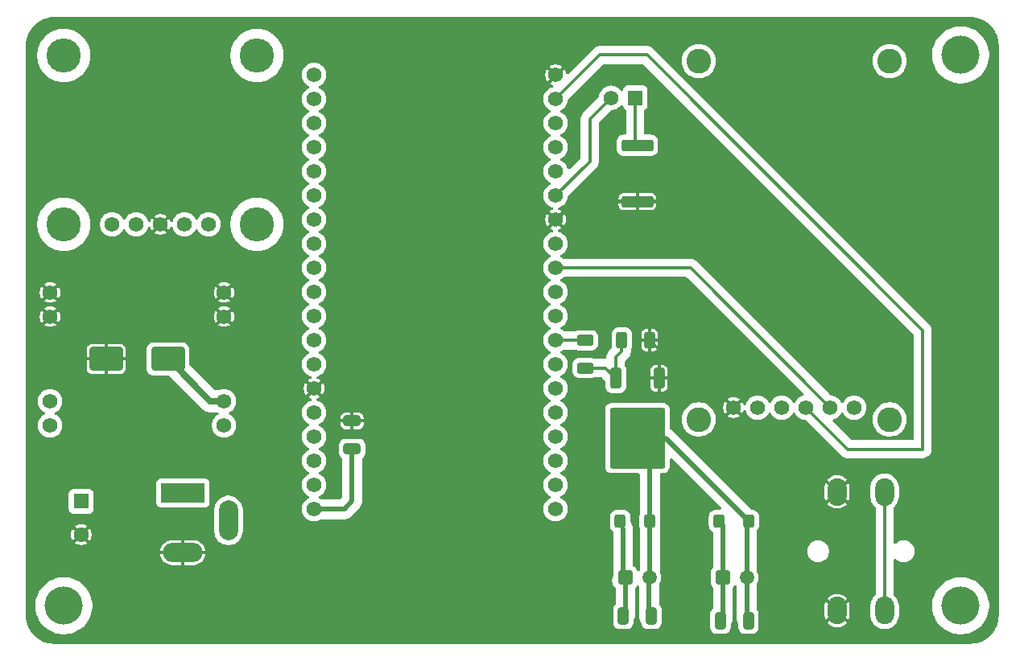
<source format=gbr>
%TF.GenerationSoftware,KiCad,Pcbnew,9.0.1*%
%TF.CreationDate,2025-07-20T02:37:13-05:00*%
%TF.ProjectId,Modulo CO2 de bus TM,4d6f6475-6c6f-4204-934f-322064652062,rev?*%
%TF.SameCoordinates,Original*%
%TF.FileFunction,Copper,L2,Bot*%
%TF.FilePolarity,Positive*%
%FSLAX46Y46*%
G04 Gerber Fmt 4.6, Leading zero omitted, Abs format (unit mm)*
G04 Created by KiCad (PCBNEW 9.0.1) date 2025-07-20 02:37:13*
%MOMM*%
%LPD*%
G01*
G04 APERTURE LIST*
G04 Aperture macros list*
%AMRoundRect*
0 Rectangle with rounded corners*
0 $1 Rounding radius*
0 $2 $3 $4 $5 $6 $7 $8 $9 X,Y pos of 4 corners*
0 Add a 4 corners polygon primitive as box body*
4,1,4,$2,$3,$4,$5,$6,$7,$8,$9,$2,$3,0*
0 Add four circle primitives for the rounded corners*
1,1,$1+$1,$2,$3*
1,1,$1+$1,$4,$5*
1,1,$1+$1,$6,$7*
1,1,$1+$1,$8,$9*
0 Add four rect primitives between the rounded corners*
20,1,$1+$1,$2,$3,$4,$5,0*
20,1,$1+$1,$4,$5,$6,$7,0*
20,1,$1+$1,$6,$7,$8,$9,0*
20,1,$1+$1,$8,$9,$2,$3,0*%
G04 Aperture macros list end*
%TA.AperFunction,ComponentPad*%
%ADD10O,2.000000X2.900000*%
%TD*%
%TA.AperFunction,ComponentPad*%
%ADD11R,4.600000X2.000000*%
%TD*%
%TA.AperFunction,ComponentPad*%
%ADD12O,4.200000X2.000000*%
%TD*%
%TA.AperFunction,ComponentPad*%
%ADD13O,2.000000X4.200000*%
%TD*%
%TA.AperFunction,ComponentPad*%
%ADD14C,4.000000*%
%TD*%
%TA.AperFunction,ComponentPad*%
%ADD15C,1.560000*%
%TD*%
%TA.AperFunction,ComponentPad*%
%ADD16R,1.560000X1.560000*%
%TD*%
%TA.AperFunction,ComponentPad*%
%ADD17RoundRect,0.225000X-0.525000X-0.525000X0.525000X-0.525000X0.525000X0.525000X-0.525000X0.525000X0*%
%TD*%
%TA.AperFunction,ComponentPad*%
%ADD18C,1.500000*%
%TD*%
%TA.AperFunction,ComponentPad*%
%ADD19C,2.600000*%
%TD*%
%TA.AperFunction,ComponentPad*%
%ADD20R,1.600000X1.600000*%
%TD*%
%TA.AperFunction,ComponentPad*%
%ADD21C,1.600000*%
%TD*%
%TA.AperFunction,ComponentPad*%
%ADD22C,3.600000*%
%TD*%
%TA.AperFunction,SMDPad,CuDef*%
%ADD23RoundRect,0.250000X0.325000X0.650000X-0.325000X0.650000X-0.325000X-0.650000X0.325000X-0.650000X0*%
%TD*%
%TA.AperFunction,SMDPad,CuDef*%
%ADD24RoundRect,0.250000X1.500000X1.000000X-1.500000X1.000000X-1.500000X-1.000000X1.500000X-1.000000X0*%
%TD*%
%TA.AperFunction,SMDPad,CuDef*%
%ADD25RoundRect,0.250000X1.425000X-0.362500X1.425000X0.362500X-1.425000X0.362500X-1.425000X-0.362500X0*%
%TD*%
%TA.AperFunction,SMDPad,CuDef*%
%ADD26RoundRect,0.250000X-0.350000X0.850000X-0.350000X-0.850000X0.350000X-0.850000X0.350000X0.850000X0*%
%TD*%
%TA.AperFunction,SMDPad,CuDef*%
%ADD27RoundRect,0.249997X-2.650003X2.950003X-2.650003X-2.950003X2.650003X-2.950003X2.650003X2.950003X0*%
%TD*%
%TA.AperFunction,SMDPad,CuDef*%
%ADD28RoundRect,0.250000X0.625000X-0.312500X0.625000X0.312500X-0.625000X0.312500X-0.625000X-0.312500X0*%
%TD*%
%TA.AperFunction,SMDPad,CuDef*%
%ADD29RoundRect,0.300000X-0.300000X-0.400000X0.300000X-0.400000X0.300000X0.400000X-0.300000X0.400000X0*%
%TD*%
%TA.AperFunction,SMDPad,CuDef*%
%ADD30RoundRect,0.250000X0.650000X-0.325000X0.650000X0.325000X-0.650000X0.325000X-0.650000X-0.325000X0*%
%TD*%
%TA.AperFunction,SMDPad,CuDef*%
%ADD31RoundRect,0.250000X0.312500X0.625000X-0.312500X0.625000X-0.312500X-0.625000X0.312500X-0.625000X0*%
%TD*%
%TA.AperFunction,Conductor*%
%ADD32C,0.300000*%
%TD*%
%TA.AperFunction,Conductor*%
%ADD33C,0.350000*%
%TD*%
%TA.AperFunction,Conductor*%
%ADD34C,0.500000*%
%TD*%
%TA.AperFunction,Conductor*%
%ADD35C,0.705800*%
%TD*%
G04 APERTURE END LIST*
D10*
%TO.P,SW1,1,A*%
%TO.N,Net-(SW1-A)*%
X113500000Y-89500000D03*
X113500000Y-102000000D03*
%TO.P,SW1,2,B*%
%TO.N,GND*%
X108500000Y-89500000D03*
X108500000Y-102000000D03*
%TD*%
D11*
%TO.P,J3,1*%
%TO.N,Net-(U2-IN+)*%
X39700000Y-89600000D03*
D12*
%TO.P,J3,2*%
%TO.N,GND*%
X39700000Y-95900000D03*
D13*
%TO.P,J3,3*%
%TO.N,unconnected-(J3-Pad3)*%
X44500000Y-92500000D03*
%TD*%
D14*
%TO.P,,P$1,Mounting_hole*%
%TO.N,N/C*%
X121500000Y-101500000D03*
%TD*%
%TO.P,,P$1,Mounting_hole*%
%TO.N,N/C*%
X121500000Y-43500000D03*
%TD*%
D15*
%TO.P,U1,1,3V3*%
%TO.N,unconnected-(U1-3V3-Pad1)*%
X53500000Y-45600000D03*
%TO.P,U1,2,EN*%
%TO.N,unconnected-(U1-EN-Pad2)*%
X53500000Y-48140000D03*
%TO.P,U1,3,SENSOR_VP*%
%TO.N,unconnected-(U1-SENSOR_VP-Pad3)*%
X53500000Y-50680000D03*
%TO.P,U1,4,SENSOR_VN*%
%TO.N,unconnected-(U1-SENSOR_VN-Pad4)*%
X53500000Y-53220000D03*
%TO.P,U1,5,IO34*%
%TO.N,unconnected-(U1-IO34-Pad5)*%
X53500000Y-55760000D03*
%TO.P,U1,6,IO35*%
%TO.N,unconnected-(U1-IO35-Pad6)*%
X53500000Y-58300000D03*
%TO.P,U1,7,IO32*%
%TO.N,unconnected-(U1-IO32-Pad7)*%
X53500000Y-60840000D03*
%TO.P,U1,8,IO33*%
%TO.N,unconnected-(U1-IO33-Pad8)*%
X53500000Y-63380000D03*
%TO.P,U1,9,IO25*%
%TO.N,/I2C_SDA*%
X53500000Y-65920000D03*
%TO.P,U1,10,IO26*%
%TO.N,/I2C_SCL*%
X53500000Y-68460000D03*
%TO.P,U1,11,IO27*%
%TO.N,unconnected-(U1-IO27-Pad11)*%
X53500000Y-71000000D03*
%TO.P,U1,12,IO14*%
%TO.N,unconnected-(U1-IO14-Pad12)*%
X53500000Y-73540000D03*
%TO.P,U1,13,IO12*%
%TO.N,unconnected-(U1-IO12-Pad13)*%
X53500000Y-76080000D03*
%TO.P,U1,14,GND1*%
%TO.N,GND*%
X53500000Y-78620000D03*
%TO.P,U1,15,IO13*%
%TO.N,unconnected-(U1-IO13-Pad15)*%
X53500000Y-81160000D03*
%TO.P,U1,16,SD2*%
%TO.N,unconnected-(U1-SD2-Pad16)*%
X53500000Y-83700000D03*
%TO.P,U1,17,SD3*%
%TO.N,unconnected-(U1-SD3-Pad17)*%
X53500000Y-86240000D03*
%TO.P,U1,18,CMD*%
%TO.N,unconnected-(U1-CMD-Pad18)*%
X53500000Y-88780000D03*
%TO.P,U1,19,EXT_5V*%
%TO.N,VDD*%
X53500000Y-91320000D03*
%TO.P,U1,20,CLK*%
%TO.N,unconnected-(U1-CLK-Pad20)*%
X78900000Y-91320000D03*
%TO.P,U1,21,SD0*%
%TO.N,unconnected-(U1-SD0-Pad21)*%
X78900000Y-88780000D03*
%TO.P,U1,22,SD1*%
%TO.N,unconnected-(U1-SD1-Pad22)*%
X78900000Y-86240000D03*
%TO.P,U1,23,IO15*%
%TO.N,unconnected-(U1-IO15-Pad23)*%
X78900000Y-83700000D03*
%TO.P,U1,24,IO2*%
%TO.N,unconnected-(U1-IO2-Pad24)*%
X78900000Y-81160000D03*
%TO.P,U1,25,IO0*%
%TO.N,unconnected-(U1-IO0-Pad25)*%
X78900000Y-78620000D03*
%TO.P,U1,26,IO4*%
%TO.N,unconnected-(U1-IO4-Pad26)*%
X78900000Y-76080000D03*
%TO.P,U1,27,IO16*%
%TO.N,/Gate*%
X78900000Y-73540000D03*
%TO.P,U1,28,IO17*%
%TO.N,unconnected-(U1-IO17-Pad28)*%
X78900000Y-71000000D03*
%TO.P,U1,29,IO5*%
%TO.N,/CS_SDCARD*%
X78900000Y-68460000D03*
%TO.P,U1,30,IO18*%
%TO.N,/SCK_SDCARD*%
X78900000Y-65920000D03*
%TO.P,U1,31,IO19*%
%TO.N,/MISO*%
X78900000Y-63380000D03*
%TO.P,U1,32,GND2*%
%TO.N,GND*%
X78900000Y-60840000D03*
%TO.P,U1,33,IO21*%
%TO.N,Net-(D3-A)*%
X78900000Y-58300000D03*
%TO.P,U1,34,RXD0*%
%TO.N,unconnected-(U1-RXD0-Pad34)*%
X78900000Y-55760000D03*
%TO.P,U1,35,TXD0*%
%TO.N,Net-(SW1-A)*%
X78900000Y-53220000D03*
%TO.P,U1,36,IO22*%
%TO.N,unconnected-(U1-IO22-Pad36)*%
X78900000Y-50680000D03*
%TO.P,U1,37,IO23*%
%TO.N,/MOSI*%
X78900000Y-48140000D03*
%TO.P,U1,38,GND3*%
%TO.N,GND*%
X78900000Y-45600000D03*
%TD*%
%TO.P,U2,1,IN-*%
%TO.N,GND*%
X25730000Y-68500000D03*
X25730000Y-71040000D03*
%TO.P,U2,2,IN+*%
%TO.N,Net-(U2-IN+)*%
X25730000Y-79960000D03*
X25730000Y-82500000D03*
%TO.P,U2,3,OUT-*%
%TO.N,GND*%
X44030000Y-68500000D03*
X44030000Y-71040000D03*
%TO.P,U2,4,OUT+*%
%TO.N,VDD*%
X44030000Y-79960000D03*
X44030000Y-82500000D03*
%TD*%
D16*
%TO.P,D3,1,K*%
%TO.N,Net-(D3-K)*%
X87275000Y-48000000D03*
D15*
%TO.P,D3,2,A*%
%TO.N,Net-(D3-A)*%
X84735000Y-48000000D03*
%TD*%
D17*
%TO.P,J2,1,+5V*%
%TO.N,VDD*%
X96500000Y-98525000D03*
D18*
%TO.P,J2,2,LOAD_NEG*%
%TO.N,Net-(D1-A)*%
X99000000Y-98525000D03*
%TD*%
D17*
%TO.P,J1,1,+5V*%
%TO.N,VDD*%
X86250000Y-98525000D03*
D18*
%TO.P,J1,2,LOAD_NEG*%
%TO.N,Net-(D1-A)*%
X88750000Y-98525000D03*
%TD*%
D19*
%TO.P,U4,*%
%TO.N,*%
X114040000Y-44130000D03*
X93960000Y-44130000D03*
X114040000Y-81870000D03*
X93960000Y-81870000D03*
D15*
%TO.P,U4,1,CS*%
%TO.N,/CS_SDCARD*%
X110310000Y-80620000D03*
%TO.P,U4,2,SCK*%
%TO.N,/SCK_SDCARD*%
X107770000Y-80620000D03*
%TO.P,U4,3,MOSI*%
%TO.N,/MOSI*%
X105230000Y-80620000D03*
%TO.P,U4,4,MISO*%
%TO.N,/MISO*%
X102690000Y-80620000D03*
%TO.P,U4,5,Vcc*%
%TO.N,VDD*%
X100150000Y-80620000D03*
%TO.P,U4,6,GND*%
%TO.N,GND*%
X97610000Y-80620000D03*
%TD*%
D20*
%TO.P,C1,1*%
%TO.N,Net-(U2-IN+)*%
X29000000Y-90500000D03*
D21*
%TO.P,C1,2*%
%TO.N,GND*%
X29000000Y-94000000D03*
%TD*%
D14*
%TO.P,,P$1,Mounting_hole*%
%TO.N,N/C*%
X27180000Y-101500000D03*
%TD*%
D22*
%TO.P,U3,*%
%TO.N,*%
X27180000Y-43550000D03*
X27180000Y-61330000D03*
X47500000Y-43550000D03*
X47500000Y-61330000D03*
D15*
%TO.P,U3,1,Vcc*%
%TO.N,VDD*%
X32260000Y-61330000D03*
%TO.P,U3,2,3V0*%
%TO.N,unconnected-(U3-3V0-Pad2)*%
X34800000Y-61330000D03*
%TO.P,U3,3,GND*%
%TO.N,GND*%
X37340000Y-61330000D03*
%TO.P,U3,4,SCL*%
%TO.N,/I2C_SCL*%
X39880000Y-61330000D03*
%TO.P,U3,5,SDA*%
%TO.N,/I2C_SDA*%
X42420000Y-61330000D03*
%TD*%
D23*
%TO.P,C5,1*%
%TO.N,Net-(D1-A)*%
X99175000Y-103062500D03*
%TO.P,C5,2*%
%TO.N,VDD*%
X96225000Y-103062500D03*
%TD*%
D24*
%TO.P,C3,1*%
%TO.N,VDD*%
X38130000Y-75500000D03*
%TO.P,C3,2*%
%TO.N,GND*%
X31630000Y-75500000D03*
%TD*%
D25*
%TO.P,R3,1,1*%
%TO.N,GND*%
X87500000Y-58925000D03*
%TO.P,R3,2,2*%
%TO.N,Net-(D3-K)*%
X87500000Y-53000000D03*
%TD*%
D26*
%TO.P,Q1,1,G*%
%TO.N,Net-(Q1-G)*%
X85220000Y-77527500D03*
D27*
%TO.P,Q1,2,D*%
%TO.N,Net-(D1-A)*%
X87500000Y-83827500D03*
D26*
%TO.P,Q1,3,S*%
%TO.N,GND*%
X89780000Y-77527500D03*
%TD*%
D28*
%TO.P,R1,1,1*%
%TO.N,Net-(Q1-G)*%
X82025000Y-76465000D03*
%TO.P,R1,2,2*%
%TO.N,/Gate*%
X82025000Y-73540000D03*
%TD*%
D29*
%TO.P,D1,1,K*%
%TO.N,VDD*%
X85700000Y-92562500D03*
%TO.P,D1,2,A*%
%TO.N,Net-(D1-A)*%
X88800000Y-92562500D03*
%TD*%
D30*
%TO.P,C2,1*%
%TO.N,VDD*%
X57500000Y-84975000D03*
%TO.P,C2,2*%
%TO.N,GND*%
X57500000Y-82025000D03*
%TD*%
D23*
%TO.P,C4,1*%
%TO.N,Net-(D1-A)*%
X88975000Y-102562500D03*
%TO.P,C4,2*%
%TO.N,VDD*%
X86025000Y-102562500D03*
%TD*%
D29*
%TO.P,D2,1,K*%
%TO.N,VDD*%
X96100000Y-92562500D03*
%TO.P,D2,2,A*%
%TO.N,Net-(D1-A)*%
X99200000Y-92562500D03*
%TD*%
D31*
%TO.P,R2,1,1*%
%TO.N,GND*%
X88780000Y-73527500D03*
%TO.P,R2,2,2*%
%TO.N,Net-(Q1-G)*%
X85855000Y-73527500D03*
%TD*%
D32*
%TO.N,GND*%
X80815000Y-58925000D02*
X87500000Y-58925000D01*
X78900000Y-60840000D02*
X80815000Y-58925000D01*
D33*
X89780000Y-74527500D02*
X88780000Y-73527500D01*
X89780000Y-77527500D02*
X89780000Y-74527500D01*
D32*
X78900000Y-60675000D02*
X78900000Y-60840000D01*
%TO.N,VDD*%
X96500000Y-92962500D02*
X96100000Y-92562500D01*
D34*
X57500000Y-90500000D02*
X56680000Y-91320000D01*
D35*
X44030000Y-79960000D02*
X42590000Y-79960000D01*
D34*
X56680000Y-91320000D02*
X53500000Y-91320000D01*
D32*
X86000000Y-93387500D02*
X85700000Y-93087500D01*
D34*
X86000000Y-98612500D02*
X86000000Y-93387500D01*
D35*
X42590000Y-79960000D02*
X38130000Y-75500000D01*
D32*
X96150000Y-103137500D02*
X96225000Y-103062500D01*
D34*
X96500000Y-98612500D02*
X96500000Y-92962500D01*
X96500000Y-98612500D02*
X96500000Y-102787500D01*
D32*
X85775000Y-98837500D02*
X86000000Y-98612500D01*
D34*
X57500000Y-84975000D02*
X57500000Y-90500000D01*
X86250000Y-98525000D02*
X86250000Y-102337500D01*
D32*
X96500000Y-102787500D02*
X96225000Y-103062500D01*
D34*
%TO.N,Net-(D1-A)*%
X88800000Y-98312500D02*
X88500000Y-98612500D01*
D32*
X88800000Y-85127500D02*
X87500000Y-83827500D01*
D34*
X88800000Y-93087500D02*
X88800000Y-98312500D01*
X99000000Y-98612500D02*
X99000000Y-92762500D01*
D32*
X99000000Y-102887500D02*
X99175000Y-103062500D01*
D34*
X88800000Y-93087500D02*
X88800000Y-85127500D01*
D32*
X88725000Y-98837500D02*
X88500000Y-98612500D01*
D34*
X88725000Y-102562500D02*
X88725000Y-98837500D01*
X99200000Y-92562500D02*
X90465000Y-83827500D01*
X99000000Y-98612500D02*
X99000000Y-102887500D01*
D32*
X99000000Y-92762500D02*
X99200000Y-92562500D01*
X90465000Y-83827500D02*
X87500000Y-83827500D01*
%TO.N,Net-(D3-K)*%
X87275000Y-48000000D02*
X87275000Y-52775000D01*
X87275000Y-52775000D02*
X87500000Y-53000000D01*
%TO.N,Net-(D3-A)*%
X84735000Y-48000000D02*
X82500000Y-50235000D01*
X82500000Y-50235000D02*
X82500000Y-54700000D01*
X82500000Y-54700000D02*
X78900000Y-58300000D01*
D33*
%TO.N,Net-(Q1-G)*%
X82025000Y-76465000D02*
X84157500Y-76465000D01*
X85220000Y-75307500D02*
X85855000Y-74672500D01*
X84157500Y-76465000D02*
X85220000Y-77527500D01*
X85220000Y-77527500D02*
X85220000Y-75307500D01*
X85855000Y-74672500D02*
X85855000Y-73527500D01*
%TO.N,/Gate*%
X82025000Y-73540000D02*
X78900000Y-73540000D01*
D32*
%TO.N,Net-(SW1-A)*%
X113500000Y-89500000D02*
X113500000Y-102000000D01*
%TO.N,/SCK_SDCARD*%
X78900000Y-65920000D02*
X93070000Y-65920000D01*
X93070000Y-65920000D02*
X107770000Y-80620000D01*
%TO.N,/MOSI*%
X88500000Y-43500000D02*
X117500000Y-72500000D01*
X117500000Y-72500000D02*
X117500000Y-85000000D01*
X83540000Y-43500000D02*
X88500000Y-43500000D01*
X109610000Y-85000000D02*
X105230000Y-80620000D01*
X78900000Y-48140000D02*
X83540000Y-43500000D01*
X117500000Y-85000000D02*
X109610000Y-85000000D01*
%TD*%
%TA.AperFunction,Conductor*%
%TO.N,GND*%
G36*
X88119072Y-44470462D02*
G01*
X88149931Y-44494141D01*
X116505859Y-72850069D01*
X116544423Y-72916864D01*
X116549500Y-72955428D01*
X116549500Y-83900500D01*
X116529538Y-83975000D01*
X116475000Y-84029538D01*
X116400500Y-84049500D01*
X110065428Y-84049500D01*
X109990928Y-84029538D01*
X109960069Y-84005859D01*
X108055603Y-82101393D01*
X108017039Y-82034598D01*
X108017039Y-81957470D01*
X108055603Y-81890675D01*
X108114918Y-81854327D01*
X108128235Y-81850000D01*
X108261542Y-81806686D01*
X108441129Y-81715182D01*
X108604190Y-81596711D01*
X108746711Y-81454190D01*
X108865182Y-81291129D01*
X108907240Y-81208584D01*
X108958848Y-81151267D01*
X109032201Y-81127433D01*
X109107644Y-81143469D01*
X109164962Y-81195077D01*
X109172760Y-81208585D01*
X109214816Y-81291126D01*
X109214820Y-81291133D01*
X109314190Y-81427903D01*
X109333289Y-81454190D01*
X109475810Y-81596711D01*
X109475813Y-81596713D01*
X109638866Y-81715179D01*
X109638867Y-81715179D01*
X109638871Y-81715182D01*
X109818458Y-81806686D01*
X110010143Y-81868968D01*
X110010143Y-81868969D01*
X110010148Y-81868969D01*
X110010149Y-81868970D01*
X110209222Y-81900500D01*
X110209226Y-81900500D01*
X110410774Y-81900500D01*
X110410778Y-81900500D01*
X110609851Y-81868970D01*
X110609852Y-81868969D01*
X110609856Y-81868969D01*
X110609856Y-81868968D01*
X110801542Y-81806686D01*
X110908903Y-81751983D01*
X112239500Y-81751983D01*
X112239500Y-81988016D01*
X112270305Y-82222006D01*
X112270306Y-82222012D01*
X112270307Y-82222014D01*
X112323947Y-82422202D01*
X112331395Y-82449996D01*
X112421719Y-82668056D01*
X112464736Y-82742562D01*
X112539727Y-82872450D01*
X112683408Y-83059699D01*
X112850301Y-83226592D01*
X113037550Y-83370273D01*
X113089297Y-83400149D01*
X113241943Y-83488280D01*
X113241946Y-83488281D01*
X113241951Y-83488284D01*
X113460007Y-83578606D01*
X113687986Y-83639693D01*
X113687992Y-83639693D01*
X113687993Y-83639694D01*
X113751603Y-83648068D01*
X113921989Y-83670500D01*
X114158011Y-83670500D01*
X114392014Y-83639693D01*
X114619993Y-83578606D01*
X114838049Y-83488284D01*
X115042450Y-83370273D01*
X115229699Y-83226592D01*
X115396592Y-83059699D01*
X115540273Y-82872450D01*
X115658284Y-82668049D01*
X115748606Y-82449993D01*
X115809693Y-82222014D01*
X115840500Y-81988011D01*
X115840500Y-81751989D01*
X115809693Y-81517986D01*
X115748606Y-81290007D01*
X115658284Y-81071951D01*
X115658281Y-81071946D01*
X115658280Y-81071943D01*
X115585842Y-80946478D01*
X115540273Y-80867550D01*
X115396592Y-80680301D01*
X115229699Y-80513408D01*
X115042450Y-80369727D01*
X115016013Y-80354463D01*
X114838056Y-80251719D01*
X114619996Y-80161395D01*
X114619994Y-80161394D01*
X114619993Y-80161394D01*
X114392014Y-80100307D01*
X114392012Y-80100306D01*
X114392006Y-80100305D01*
X114158016Y-80069500D01*
X114158011Y-80069500D01*
X113921989Y-80069500D01*
X113921983Y-80069500D01*
X113687993Y-80100305D01*
X113460003Y-80161395D01*
X113241943Y-80251719D01*
X113037551Y-80369726D01*
X113037550Y-80369727D01*
X112850301Y-80513408D01*
X112850299Y-80513409D01*
X112850295Y-80513413D01*
X112683413Y-80680295D01*
X112683409Y-80680299D01*
X112683408Y-80680301D01*
X112601480Y-80787072D01*
X112539726Y-80867551D01*
X112421719Y-81071943D01*
X112331395Y-81290003D01*
X112270305Y-81517993D01*
X112239500Y-81751983D01*
X110908903Y-81751983D01*
X110981129Y-81715182D01*
X111144190Y-81596711D01*
X111286711Y-81454190D01*
X111405182Y-81291129D01*
X111496686Y-81111542D01*
X111558968Y-80919856D01*
X111558969Y-80919856D01*
X111560026Y-80913184D01*
X111590500Y-80720778D01*
X111590500Y-80519222D01*
X111558970Y-80320149D01*
X111558969Y-80320148D01*
X111558969Y-80320143D01*
X111526398Y-80219901D01*
X111496686Y-80128458D01*
X111405182Y-79948871D01*
X111405179Y-79948867D01*
X111405179Y-79948866D01*
X111286713Y-79785813D01*
X111286711Y-79785810D01*
X111144190Y-79643289D01*
X111080084Y-79596713D01*
X110981133Y-79524820D01*
X110981130Y-79524819D01*
X110981131Y-79524819D01*
X110981129Y-79524818D01*
X110801542Y-79433314D01*
X110743024Y-79414300D01*
X110609856Y-79371031D01*
X110609856Y-79371030D01*
X110499254Y-79353513D01*
X110410778Y-79339500D01*
X110209222Y-79339500D01*
X110147196Y-79349324D01*
X110010143Y-79371030D01*
X110010143Y-79371031D01*
X109818464Y-79433312D01*
X109818458Y-79433314D01*
X109818452Y-79433316D01*
X109818452Y-79433317D01*
X109638869Y-79524819D01*
X109638866Y-79524820D01*
X109475813Y-79643286D01*
X109333286Y-79785813D01*
X109214820Y-79948866D01*
X109214819Y-79948869D01*
X109214818Y-79948871D01*
X109178598Y-80019958D01*
X109172760Y-80031415D01*
X109121151Y-80088732D01*
X109047798Y-80112566D01*
X108972355Y-80096530D01*
X108915038Y-80044921D01*
X108907240Y-80031415D01*
X108902830Y-80022760D01*
X108865182Y-79948871D01*
X108865179Y-79948867D01*
X108865179Y-79948866D01*
X108746713Y-79785813D01*
X108746711Y-79785810D01*
X108604190Y-79643289D01*
X108540084Y-79596713D01*
X108441133Y-79524820D01*
X108441130Y-79524819D01*
X108441131Y-79524819D01*
X108441129Y-79524818D01*
X108261542Y-79433314D01*
X108203024Y-79414300D01*
X108069856Y-79371031D01*
X108069857Y-79371031D01*
X108069851Y-79371030D01*
X107874549Y-79340097D01*
X107804091Y-79308727D01*
X107792501Y-79298291D01*
X93675911Y-65181701D01*
X93675908Y-65181698D01*
X93559149Y-65103682D01*
X93520229Y-65077676D01*
X93413258Y-65033368D01*
X93413258Y-65033367D01*
X93347252Y-65006027D01*
X93347250Y-65006026D01*
X93273696Y-64991395D01*
X93255433Y-64987763D01*
X93255432Y-64987762D01*
X93163617Y-64969500D01*
X93163616Y-64969500D01*
X79818679Y-64969500D01*
X79744179Y-64949538D01*
X79731104Y-64941046D01*
X79676144Y-64901116D01*
X79571133Y-64824820D01*
X79571126Y-64824816D01*
X79488585Y-64782760D01*
X79431267Y-64731152D01*
X79407433Y-64657799D01*
X79423469Y-64582356D01*
X79475077Y-64525038D01*
X79488585Y-64517240D01*
X79571129Y-64475182D01*
X79734190Y-64356711D01*
X79876711Y-64214190D01*
X79995182Y-64051129D01*
X80086686Y-63871542D01*
X80148968Y-63679856D01*
X80148969Y-63679856D01*
X80158833Y-63617577D01*
X80180500Y-63480778D01*
X80180500Y-63279222D01*
X80148970Y-63080149D01*
X80148969Y-63080148D01*
X80148969Y-63080143D01*
X80107696Y-62953120D01*
X80086686Y-62888458D01*
X79995182Y-62708871D01*
X79995179Y-62708867D01*
X79995179Y-62708866D01*
X79876713Y-62545813D01*
X79876711Y-62545810D01*
X79734190Y-62403289D01*
X79734186Y-62403286D01*
X79571133Y-62284820D01*
X79571130Y-62284819D01*
X79571131Y-62284819D01*
X79571129Y-62284818D01*
X79391542Y-62193314D01*
X79343318Y-62177645D01*
X79246841Y-62146297D01*
X79182157Y-62104290D01*
X79147142Y-62035568D01*
X79151179Y-61958545D01*
X79193186Y-61893861D01*
X79246844Y-61862882D01*
X79314574Y-61840875D01*
X79314581Y-61840873D01*
X79466045Y-61763697D01*
X79466047Y-61763696D01*
X79529850Y-61717339D01*
X79529850Y-61717338D01*
X79109123Y-61296611D01*
X79207007Y-61240099D01*
X79300099Y-61147007D01*
X79356611Y-61049123D01*
X79777338Y-61469850D01*
X79777339Y-61469850D01*
X79823696Y-61406047D01*
X79823697Y-61406045D01*
X79900873Y-61254581D01*
X79900877Y-61254569D01*
X79953405Y-61092906D01*
X79953406Y-61092906D01*
X79980000Y-60924993D01*
X79980000Y-60755006D01*
X79953406Y-60587093D01*
X79900877Y-60425430D01*
X79900873Y-60425418D01*
X79823697Y-60273954D01*
X79777339Y-60210148D01*
X79356611Y-60630875D01*
X79300099Y-60532993D01*
X79207007Y-60439901D01*
X79109122Y-60383387D01*
X79529851Y-59962660D01*
X79529850Y-59962659D01*
X79466045Y-59916302D01*
X79314581Y-59839126D01*
X79314569Y-59839122D01*
X79246842Y-59817116D01*
X79182157Y-59775109D01*
X79147142Y-59706388D01*
X79151179Y-59629365D01*
X79193186Y-59564680D01*
X79246842Y-59533702D01*
X79271120Y-59525813D01*
X79391542Y-59486686D01*
X79571129Y-59395182D01*
X79660073Y-59330560D01*
X85525000Y-59330560D01*
X85535613Y-59418943D01*
X85591079Y-59559596D01*
X85682433Y-59680062D01*
X85682437Y-59680066D01*
X85802904Y-59771420D01*
X85802903Y-59771420D01*
X85943556Y-59826886D01*
X86031939Y-59837499D01*
X86031941Y-59837500D01*
X87325000Y-59837500D01*
X87675000Y-59837500D01*
X88968059Y-59837500D01*
X88968060Y-59837499D01*
X89056443Y-59826886D01*
X89197096Y-59771420D01*
X89317562Y-59680066D01*
X89317566Y-59680062D01*
X89408920Y-59559596D01*
X89464386Y-59418943D01*
X89474999Y-59330560D01*
X89475000Y-59330558D01*
X89475000Y-59100000D01*
X87675000Y-59100000D01*
X87675000Y-59837500D01*
X87325000Y-59837500D01*
X87325000Y-59100000D01*
X85525000Y-59100000D01*
X85525000Y-59330560D01*
X79660073Y-59330560D01*
X79734190Y-59276711D01*
X79876711Y-59134190D01*
X79995182Y-58971129D01*
X80086686Y-58791542D01*
X80148968Y-58599856D01*
X80148969Y-58599856D01*
X80148970Y-58599851D01*
X80161706Y-58519439D01*
X85525000Y-58519439D01*
X85525000Y-58750000D01*
X87325000Y-58750000D01*
X87675000Y-58750000D01*
X89475000Y-58750000D01*
X89475000Y-58519441D01*
X89474999Y-58519439D01*
X89464386Y-58431056D01*
X89408920Y-58290403D01*
X89317566Y-58169937D01*
X89317562Y-58169933D01*
X89197095Y-58078579D01*
X89197096Y-58078579D01*
X89056443Y-58023113D01*
X88968060Y-58012500D01*
X87675000Y-58012500D01*
X87675000Y-58750000D01*
X87325000Y-58750000D01*
X87325000Y-58012500D01*
X86031939Y-58012500D01*
X85943556Y-58023113D01*
X85802903Y-58078579D01*
X85682437Y-58169933D01*
X85682433Y-58169937D01*
X85591079Y-58290403D01*
X85535613Y-58431056D01*
X85525000Y-58519439D01*
X80161706Y-58519439D01*
X80179902Y-58404547D01*
X80211272Y-58334092D01*
X80221698Y-58322511D01*
X83238302Y-55305908D01*
X83342323Y-55150230D01*
X83413973Y-54977250D01*
X83450500Y-54793617D01*
X83450500Y-54606383D01*
X83450500Y-50690428D01*
X83470462Y-50615928D01*
X83494141Y-50585069D01*
X84121461Y-49957749D01*
X84757503Y-49321706D01*
X84824296Y-49283144D01*
X84839528Y-49279905D01*
X85034851Y-49248970D01*
X85034852Y-49248969D01*
X85034856Y-49248969D01*
X85034856Y-49248968D01*
X85226542Y-49186686D01*
X85406129Y-49095182D01*
X85569190Y-48976711D01*
X85711711Y-48834190D01*
X85731297Y-48807231D01*
X85791233Y-48758696D01*
X85867411Y-48746630D01*
X85939417Y-48774269D01*
X85987956Y-48834209D01*
X85999984Y-48878881D01*
X86000908Y-48887480D01*
X86000909Y-48887484D01*
X86051202Y-49022329D01*
X86051204Y-49022333D01*
X86137452Y-49137544D01*
X86137455Y-49137547D01*
X86261200Y-49230183D01*
X86259408Y-49232575D01*
X86302713Y-49273849D01*
X86324457Y-49347849D01*
X86324500Y-49351424D01*
X86324500Y-51738000D01*
X86304538Y-51812500D01*
X86250000Y-51867038D01*
X86175501Y-51887000D01*
X86024996Y-51887000D01*
X85922202Y-51897501D01*
X85755666Y-51952686D01*
X85606343Y-52044788D01*
X85482288Y-52168843D01*
X85390186Y-52318166D01*
X85335001Y-52484701D01*
X85335001Y-52484702D01*
X85335001Y-52484703D01*
X85328446Y-52548871D01*
X85324500Y-52587495D01*
X85324500Y-53412503D01*
X85324501Y-53412508D01*
X85335001Y-53515297D01*
X85390186Y-53681834D01*
X85482288Y-53831156D01*
X85606344Y-53955212D01*
X85755666Y-54047314D01*
X85922203Y-54102499D01*
X86024991Y-54113000D01*
X88975008Y-54112999D01*
X89077797Y-54102499D01*
X89244334Y-54047314D01*
X89393656Y-53955212D01*
X89517712Y-53831156D01*
X89609814Y-53681834D01*
X89664999Y-53515297D01*
X89675500Y-53412509D01*
X89675499Y-52587492D01*
X89664999Y-52484703D01*
X89609814Y-52318166D01*
X89517712Y-52168844D01*
X89393656Y-52044788D01*
X89244334Y-51952686D01*
X89161065Y-51925093D01*
X89077798Y-51897501D01*
X89057239Y-51895400D01*
X88975009Y-51887000D01*
X88975005Y-51887000D01*
X88374500Y-51887000D01*
X88300000Y-51867038D01*
X88245462Y-51812500D01*
X88225500Y-51738000D01*
X88225500Y-49351424D01*
X88245462Y-49276924D01*
X88290256Y-49232129D01*
X88288800Y-49230183D01*
X88360703Y-49176355D01*
X88412546Y-49137546D01*
X88498796Y-49022331D01*
X88549091Y-48887483D01*
X88555500Y-48827873D01*
X88555499Y-47172128D01*
X88549091Y-47112517D01*
X88515810Y-47023286D01*
X88498797Y-46977670D01*
X88498795Y-46977666D01*
X88412547Y-46862455D01*
X88412544Y-46862452D01*
X88297333Y-46776204D01*
X88297329Y-46776202D01*
X88162482Y-46725908D01*
X88102876Y-46719500D01*
X86447136Y-46719500D01*
X86447111Y-46719502D01*
X86387521Y-46725908D01*
X86387515Y-46725909D01*
X86252670Y-46776202D01*
X86252666Y-46776204D01*
X86137455Y-46862452D01*
X86137452Y-46862455D01*
X86051204Y-46977666D01*
X86051202Y-46977670D01*
X86000908Y-47112516D01*
X85999984Y-47121117D01*
X85972170Y-47193055D01*
X85912114Y-47241449D01*
X85835906Y-47253331D01*
X85763968Y-47225517D01*
X85731295Y-47192765D01*
X85716301Y-47172128D01*
X85711711Y-47165810D01*
X85569190Y-47023289D01*
X85569186Y-47023286D01*
X85406133Y-46904820D01*
X85406130Y-46904819D01*
X85406131Y-46904819D01*
X85406129Y-46904818D01*
X85226542Y-46813314D01*
X85151246Y-46788849D01*
X85034856Y-46751031D01*
X85034856Y-46751030D01*
X84924254Y-46733513D01*
X84835778Y-46719500D01*
X84634222Y-46719500D01*
X84554592Y-46732112D01*
X84435143Y-46751030D01*
X84435143Y-46751031D01*
X84277183Y-46802356D01*
X84243458Y-46813314D01*
X84243452Y-46813316D01*
X84243452Y-46813317D01*
X84063869Y-46904819D01*
X84063866Y-46904820D01*
X83900813Y-47023286D01*
X83758286Y-47165813D01*
X83639820Y-47328866D01*
X83639819Y-47328869D01*
X83548317Y-47508452D01*
X83548312Y-47508464D01*
X83486031Y-47700142D01*
X83455098Y-47895448D01*
X83423727Y-47965908D01*
X83413291Y-47977498D01*
X81761701Y-49629088D01*
X81761697Y-49629093D01*
X81657676Y-49784770D01*
X81657674Y-49784775D01*
X81654119Y-49793360D01*
X81654116Y-49793368D01*
X81586026Y-49957751D01*
X81549500Y-50141383D01*
X81549500Y-54244572D01*
X81529538Y-54319072D01*
X81505859Y-54349931D01*
X80381393Y-55474396D01*
X80314598Y-55512960D01*
X80237470Y-55512960D01*
X80170675Y-55474396D01*
X80134327Y-55415081D01*
X80098854Y-55305908D01*
X80086686Y-55268458D01*
X79995182Y-55088871D01*
X79995179Y-55088867D01*
X79995179Y-55088866D01*
X79876713Y-54925813D01*
X79876711Y-54925810D01*
X79734190Y-54783289D01*
X79734186Y-54783286D01*
X79571133Y-54664820D01*
X79571126Y-54664816D01*
X79488585Y-54622760D01*
X79431267Y-54571152D01*
X79407433Y-54497799D01*
X79423469Y-54422356D01*
X79475077Y-54365038D01*
X79488585Y-54357240D01*
X79502930Y-54349931D01*
X79571129Y-54315182D01*
X79734190Y-54196711D01*
X79876711Y-54054190D01*
X79995182Y-53891129D01*
X80086686Y-53711542D01*
X80148968Y-53519856D01*
X80148969Y-53519856D01*
X80165972Y-53412503D01*
X80180500Y-53320778D01*
X80180500Y-53119222D01*
X80148970Y-52920149D01*
X80148969Y-52920148D01*
X80148969Y-52920143D01*
X80117828Y-52824303D01*
X80086686Y-52728458D01*
X79995182Y-52548871D01*
X79995179Y-52548867D01*
X79995179Y-52548866D01*
X79876713Y-52385813D01*
X79876711Y-52385810D01*
X79734190Y-52243289D01*
X79734186Y-52243286D01*
X79571133Y-52124820D01*
X79571126Y-52124816D01*
X79488585Y-52082760D01*
X79431267Y-52031152D01*
X79407433Y-51957799D01*
X79423469Y-51882356D01*
X79475077Y-51825038D01*
X79488585Y-51817240D01*
X79497888Y-51812500D01*
X79571129Y-51775182D01*
X79734190Y-51656711D01*
X79876711Y-51514190D01*
X79995182Y-51351129D01*
X80086686Y-51171542D01*
X80148968Y-50979856D01*
X80148969Y-50979856D01*
X80148970Y-50979851D01*
X80180500Y-50780778D01*
X80180500Y-50579222D01*
X80148970Y-50380149D01*
X80148969Y-50380148D01*
X80148969Y-50380143D01*
X80117828Y-50284303D01*
X80086686Y-50188458D01*
X79995182Y-50008871D01*
X79995179Y-50008867D01*
X79995179Y-50008866D01*
X79876713Y-49845813D01*
X79876711Y-49845810D01*
X79734190Y-49703289D01*
X79734186Y-49703286D01*
X79571133Y-49584820D01*
X79571126Y-49584816D01*
X79488585Y-49542760D01*
X79431267Y-49491152D01*
X79407433Y-49417799D01*
X79423469Y-49342356D01*
X79475077Y-49285038D01*
X79488585Y-49277240D01*
X79571129Y-49235182D01*
X79734190Y-49116711D01*
X79876711Y-48974190D01*
X79995182Y-48811129D01*
X80086686Y-48631542D01*
X80148968Y-48439856D01*
X80148969Y-48439856D01*
X80148970Y-48439851D01*
X80179902Y-48244547D01*
X80211272Y-48174092D01*
X80221698Y-48162511D01*
X83890069Y-44494141D01*
X83956864Y-44455577D01*
X83995428Y-44450500D01*
X88044572Y-44450500D01*
X88119072Y-44470462D01*
G37*
%TD.AperFunction*%
%TA.AperFunction,Conductor*%
G36*
X122503892Y-39500704D02*
G01*
X122805736Y-39516523D01*
X122821240Y-39518152D01*
X123115933Y-39564826D01*
X123131163Y-39568064D01*
X123419356Y-39645285D01*
X123434173Y-39650099D01*
X123712725Y-39757025D01*
X123726962Y-39763363D01*
X123868365Y-39835412D01*
X123992794Y-39898813D01*
X124006300Y-39906611D01*
X124060123Y-39941564D01*
X124256514Y-40069102D01*
X124269127Y-40078265D01*
X124500990Y-40266024D01*
X124512580Y-40276460D01*
X124723539Y-40487419D01*
X124733975Y-40499009D01*
X124915788Y-40723530D01*
X124921734Y-40730872D01*
X124930901Y-40743490D01*
X125093388Y-40993699D01*
X125101186Y-41007205D01*
X125236633Y-41273032D01*
X125242977Y-41287280D01*
X125349897Y-41565818D01*
X125354716Y-41580651D01*
X125431932Y-41868823D01*
X125435175Y-41884079D01*
X125481846Y-42178756D01*
X125483476Y-42194265D01*
X125499296Y-42496106D01*
X125499500Y-42503905D01*
X125499500Y-102496094D01*
X125499296Y-102503893D01*
X125483476Y-102805734D01*
X125481846Y-102821243D01*
X125435175Y-103115920D01*
X125431932Y-103131176D01*
X125354716Y-103419348D01*
X125349897Y-103434181D01*
X125242977Y-103712719D01*
X125236633Y-103726967D01*
X125101186Y-103992794D01*
X125093388Y-104006300D01*
X124930901Y-104256509D01*
X124921734Y-104269127D01*
X124733975Y-104500990D01*
X124723539Y-104512580D01*
X124512580Y-104723539D01*
X124500990Y-104733975D01*
X124269127Y-104921734D01*
X124256509Y-104930901D01*
X124006300Y-105093388D01*
X123992794Y-105101186D01*
X123726967Y-105236633D01*
X123712719Y-105242977D01*
X123434181Y-105349897D01*
X123419348Y-105354716D01*
X123131176Y-105431932D01*
X123115920Y-105435175D01*
X122821243Y-105481846D01*
X122805734Y-105483476D01*
X122515232Y-105498701D01*
X122503891Y-105499296D01*
X122496094Y-105499500D01*
X26183906Y-105499500D01*
X26176108Y-105499296D01*
X26163937Y-105498658D01*
X25874265Y-105483476D01*
X25858756Y-105481846D01*
X25564079Y-105435175D01*
X25548823Y-105431932D01*
X25260651Y-105354716D01*
X25245818Y-105349897D01*
X24967280Y-105242977D01*
X24953032Y-105236633D01*
X24687205Y-105101186D01*
X24673699Y-105093388D01*
X24423490Y-104930901D01*
X24410872Y-104921734D01*
X24179009Y-104733975D01*
X24167419Y-104723539D01*
X23956460Y-104512580D01*
X23946024Y-104500990D01*
X23915260Y-104463000D01*
X23758262Y-104269122D01*
X23749098Y-104256509D01*
X23700163Y-104181156D01*
X23586611Y-104006300D01*
X23578813Y-103992794D01*
X23443366Y-103726967D01*
X23437022Y-103712719D01*
X23330099Y-103434173D01*
X23325285Y-103419356D01*
X23248064Y-103131163D01*
X23244826Y-103115933D01*
X23198152Y-102821240D01*
X23196523Y-102805733D01*
X23188042Y-102643917D01*
X23180704Y-102503892D01*
X23180500Y-102496094D01*
X23180500Y-101331497D01*
X24179500Y-101331497D01*
X24179500Y-101668502D01*
X24217233Y-102003399D01*
X24292222Y-102331948D01*
X24292223Y-102331950D01*
X24292224Y-102331954D01*
X24302910Y-102362492D01*
X24403530Y-102650049D01*
X24549754Y-102953686D01*
X24729048Y-103239031D01*
X24729052Y-103239036D01*
X24729054Y-103239039D01*
X24939175Y-103502523D01*
X25177477Y-103740825D01*
X25440961Y-103950946D01*
X25440964Y-103950948D01*
X25440968Y-103950951D01*
X25529056Y-104006300D01*
X25726314Y-104130246D01*
X26029949Y-104276469D01*
X26348046Y-104387776D01*
X26389831Y-104397313D01*
X26676600Y-104462766D01*
X26676603Y-104462766D01*
X26676606Y-104462767D01*
X27011496Y-104500500D01*
X27011497Y-104500500D01*
X27348503Y-104500500D01*
X27348504Y-104500500D01*
X27683394Y-104462767D01*
X27683397Y-104462766D01*
X27683399Y-104462766D01*
X27774249Y-104442029D01*
X28011954Y-104387776D01*
X28330051Y-104276469D01*
X28633686Y-104130246D01*
X28919039Y-103950946D01*
X29182523Y-103740825D01*
X29420825Y-103502523D01*
X29630946Y-103239039D01*
X29810246Y-102953686D01*
X29956469Y-102650051D01*
X30067776Y-102331954D01*
X30142767Y-102003394D01*
X30180500Y-101668504D01*
X30180500Y-101331496D01*
X30142767Y-100996606D01*
X30137609Y-100974008D01*
X30067777Y-100668051D01*
X30067776Y-100668046D01*
X29956469Y-100349949D01*
X29810246Y-100046314D01*
X29741777Y-99937347D01*
X29630951Y-99760968D01*
X29630948Y-99760964D01*
X29630946Y-99760961D01*
X29420825Y-99497477D01*
X29182523Y-99259175D01*
X28919039Y-99049054D01*
X28919036Y-99049052D01*
X28919031Y-99049048D01*
X28633686Y-98869754D01*
X28330049Y-98723530D01*
X28193610Y-98675788D01*
X28011954Y-98612224D01*
X28011950Y-98612223D01*
X28011948Y-98612222D01*
X27683399Y-98537233D01*
X27404319Y-98505788D01*
X27348504Y-98499500D01*
X27011496Y-98499500D01*
X26963654Y-98504890D01*
X26676600Y-98537233D01*
X26348051Y-98612222D01*
X26348049Y-98612223D01*
X26029950Y-98723530D01*
X25726313Y-98869754D01*
X25440968Y-99049048D01*
X25177472Y-99259179D01*
X24939179Y-99497472D01*
X24729048Y-99760968D01*
X24549754Y-100046313D01*
X24403530Y-100349950D01*
X24292223Y-100668049D01*
X24292222Y-100668051D01*
X24217233Y-100996600D01*
X24179500Y-101331497D01*
X23180500Y-101331497D01*
X23180500Y-95725000D01*
X37311513Y-95725000D01*
X38129254Y-95725000D01*
X38100000Y-95834174D01*
X38100000Y-95965826D01*
X38129254Y-96075000D01*
X37311513Y-96075000D01*
X37332009Y-96204414D01*
X37332011Y-96204420D01*
X37395241Y-96399020D01*
X37395246Y-96399032D01*
X37488143Y-96581354D01*
X37608412Y-96746889D01*
X37753110Y-96891587D01*
X37918645Y-97011856D01*
X38100967Y-97104753D01*
X38100979Y-97104758D01*
X38295583Y-97167989D01*
X38497693Y-97200000D01*
X39525000Y-97200000D01*
X39525000Y-96400000D01*
X39875000Y-96400000D01*
X39875000Y-97200000D01*
X40902307Y-97200000D01*
X41104416Y-97167989D01*
X41299020Y-97104758D01*
X41299032Y-97104753D01*
X41481354Y-97011856D01*
X41646889Y-96891587D01*
X41791587Y-96746889D01*
X41911856Y-96581354D01*
X42004753Y-96399032D01*
X42004758Y-96399020D01*
X42067988Y-96204420D01*
X42067990Y-96204414D01*
X42088487Y-96075000D01*
X41270746Y-96075000D01*
X41300000Y-95965826D01*
X41300000Y-95834174D01*
X41270746Y-95725000D01*
X42088486Y-95725000D01*
X42067990Y-95595585D01*
X42067988Y-95595579D01*
X42004758Y-95400979D01*
X42004753Y-95400967D01*
X41911856Y-95218645D01*
X41791587Y-95053110D01*
X41646889Y-94908412D01*
X41481354Y-94788143D01*
X41299032Y-94695246D01*
X41299020Y-94695241D01*
X41104416Y-94632010D01*
X40902307Y-94600000D01*
X39875000Y-94600000D01*
X39875000Y-95400000D01*
X39525000Y-95400000D01*
X39525000Y-94600000D01*
X38497693Y-94600000D01*
X38295583Y-94632010D01*
X38100979Y-94695241D01*
X38100967Y-94695246D01*
X37918645Y-94788143D01*
X37753110Y-94908412D01*
X37608412Y-95053110D01*
X37488143Y-95218645D01*
X37395246Y-95400967D01*
X37395241Y-95400979D01*
X37332011Y-95595579D01*
X37332009Y-95595585D01*
X37311513Y-95725000D01*
X23180500Y-95725000D01*
X23180500Y-93913432D01*
X27900000Y-93913432D01*
X27900000Y-94086567D01*
X27927086Y-94257586D01*
X27980590Y-94422253D01*
X28059197Y-94576526D01*
X28059202Y-94576535D01*
X28108340Y-94644168D01*
X28108342Y-94644168D01*
X28621100Y-94131409D01*
X28627259Y-94154394D01*
X28679920Y-94245606D01*
X28754394Y-94320080D01*
X28845606Y-94372741D01*
X28868588Y-94378899D01*
X28355830Y-94891656D01*
X28423477Y-94940805D01*
X28577746Y-95019409D01*
X28742413Y-95072913D01*
X28913433Y-95100000D01*
X29086567Y-95100000D01*
X29257586Y-95072913D01*
X29422253Y-95019409D01*
X29576526Y-94940803D01*
X29576526Y-94940802D01*
X29644168Y-94891657D01*
X29644169Y-94891657D01*
X29131411Y-94378899D01*
X29154394Y-94372741D01*
X29245606Y-94320080D01*
X29320080Y-94245606D01*
X29372741Y-94154394D01*
X29378899Y-94131411D01*
X29891657Y-94644169D01*
X29891657Y-94644168D01*
X29940802Y-94576526D01*
X29940803Y-94576526D01*
X30019409Y-94422253D01*
X30072913Y-94257586D01*
X30100000Y-94086567D01*
X30100000Y-93913432D01*
X30072913Y-93742413D01*
X30019409Y-93577746D01*
X29940805Y-93423477D01*
X29891656Y-93355830D01*
X29378898Y-93868587D01*
X29372741Y-93845606D01*
X29320080Y-93754394D01*
X29245606Y-93679920D01*
X29154394Y-93627259D01*
X29131409Y-93621100D01*
X29644168Y-93108342D01*
X29644168Y-93108340D01*
X29576535Y-93059202D01*
X29576526Y-93059197D01*
X29422253Y-92980590D01*
X29257586Y-92927086D01*
X29086567Y-92900000D01*
X28913433Y-92900000D01*
X28742413Y-92927086D01*
X28577746Y-92980590D01*
X28423477Y-93059195D01*
X28355830Y-93108341D01*
X28868588Y-93621100D01*
X28845606Y-93627259D01*
X28754394Y-93679920D01*
X28679920Y-93754394D01*
X28627259Y-93845606D01*
X28621100Y-93868588D01*
X28108341Y-93355830D01*
X28059195Y-93423477D01*
X27980590Y-93577746D01*
X27927086Y-93742413D01*
X27900000Y-93913432D01*
X23180500Y-93913432D01*
X23180500Y-89652114D01*
X27699500Y-89652114D01*
X27699500Y-91347863D01*
X27699502Y-91347888D01*
X27705908Y-91407478D01*
X27705909Y-91407484D01*
X27756202Y-91542329D01*
X27756204Y-91542333D01*
X27842452Y-91657544D01*
X27842455Y-91657547D01*
X27957666Y-91743795D01*
X27957670Y-91743797D01*
X28092517Y-91794091D01*
X28152114Y-91800499D01*
X28152118Y-91800499D01*
X28152127Y-91800500D01*
X29847872Y-91800499D01*
X29907483Y-91794091D01*
X30003447Y-91758298D01*
X30042329Y-91743797D01*
X30042333Y-91743795D01*
X30099938Y-91700671D01*
X30157546Y-91657546D01*
X30243796Y-91542331D01*
X30294091Y-91407483D01*
X30297354Y-91377131D01*
X30300499Y-91347885D01*
X30300500Y-91347867D01*
X30300500Y-91281908D01*
X42999500Y-91281908D01*
X42999500Y-93718092D01*
X43036447Y-93951368D01*
X43109432Y-94175992D01*
X43216657Y-94386433D01*
X43355483Y-94577510D01*
X43522490Y-94744517D01*
X43713567Y-94883343D01*
X43924008Y-94990568D01*
X44148632Y-95063553D01*
X44381908Y-95100500D01*
X44381913Y-95100500D01*
X44618087Y-95100500D01*
X44618092Y-95100500D01*
X44851368Y-95063553D01*
X45075992Y-94990568D01*
X45286433Y-94883343D01*
X45477510Y-94744517D01*
X45644517Y-94577510D01*
X45783343Y-94386433D01*
X45890568Y-94175992D01*
X45963553Y-93951368D01*
X46000500Y-93718092D01*
X46000500Y-91281908D01*
X45963553Y-91048632D01*
X45890568Y-90824008D01*
X45783343Y-90613567D01*
X45644517Y-90422490D01*
X45477510Y-90255483D01*
X45286433Y-90116657D01*
X45075992Y-90009432D01*
X44851368Y-89936447D01*
X44618092Y-89899500D01*
X44381908Y-89899500D01*
X44148632Y-89936447D01*
X43924008Y-90009432D01*
X43924002Y-90009434D01*
X43924002Y-90009435D01*
X43713565Y-90116658D01*
X43522499Y-90255476D01*
X43522488Y-90255485D01*
X43355485Y-90422488D01*
X43355476Y-90422499D01*
X43216658Y-90613565D01*
X43118394Y-90806420D01*
X43109432Y-90824008D01*
X43036447Y-91048632D01*
X42999500Y-91281908D01*
X30300500Y-91281908D01*
X30300500Y-91276054D01*
X30300499Y-89652136D01*
X30300499Y-89652128D01*
X30294091Y-89592517D01*
X30279588Y-89553633D01*
X30243797Y-89457670D01*
X30243795Y-89457666D01*
X30157547Y-89342455D01*
X30157544Y-89342452D01*
X30042333Y-89256204D01*
X30042329Y-89256202D01*
X29907482Y-89205908D01*
X29847876Y-89199500D01*
X28152136Y-89199500D01*
X28152111Y-89199502D01*
X28092521Y-89205908D01*
X28092515Y-89205909D01*
X27957670Y-89256202D01*
X27957666Y-89256204D01*
X27842455Y-89342452D01*
X27842452Y-89342455D01*
X27756204Y-89457666D01*
X27756202Y-89457670D01*
X27705908Y-89592517D01*
X27699500Y-89652114D01*
X23180500Y-89652114D01*
X23180500Y-88552114D01*
X36899500Y-88552114D01*
X36899500Y-90647863D01*
X36899502Y-90647888D01*
X36905908Y-90707478D01*
X36905909Y-90707484D01*
X36956202Y-90842329D01*
X36956204Y-90842333D01*
X37042452Y-90957544D01*
X37042455Y-90957547D01*
X37157666Y-91043795D01*
X37157670Y-91043797D01*
X37292517Y-91094091D01*
X37352114Y-91100499D01*
X37352118Y-91100499D01*
X37352127Y-91100500D01*
X42047872Y-91100499D01*
X42107483Y-91094091D01*
X42229365Y-91048632D01*
X42242329Y-91043797D01*
X42242333Y-91043795D01*
X42304046Y-90997596D01*
X42357546Y-90957546D01*
X42443796Y-90842331D01*
X42494091Y-90707483D01*
X42500393Y-90648869D01*
X42500499Y-90647885D01*
X42500499Y-90647882D01*
X42500500Y-90647873D01*
X42500499Y-88552128D01*
X42494091Y-88492517D01*
X42479588Y-88453633D01*
X42443797Y-88357670D01*
X42443795Y-88357666D01*
X42357547Y-88242455D01*
X42357544Y-88242452D01*
X42242333Y-88156204D01*
X42242329Y-88156202D01*
X42107482Y-88105908D01*
X42047876Y-88099500D01*
X37352136Y-88099500D01*
X37352111Y-88099502D01*
X37292521Y-88105908D01*
X37292515Y-88105909D01*
X37157670Y-88156202D01*
X37157666Y-88156204D01*
X37042455Y-88242452D01*
X37042452Y-88242455D01*
X36956204Y-88357666D01*
X36956202Y-88357670D01*
X36905908Y-88492517D01*
X36899500Y-88552114D01*
X23180500Y-88552114D01*
X23180500Y-79859222D01*
X24449500Y-79859222D01*
X24449500Y-80060778D01*
X24461652Y-80137501D01*
X24481030Y-80259856D01*
X24529440Y-80408842D01*
X24543314Y-80451542D01*
X24577800Y-80519225D01*
X24634819Y-80631130D01*
X24634820Y-80631133D01*
X24702800Y-80724698D01*
X24753289Y-80794190D01*
X24895810Y-80936711D01*
X24895813Y-80936713D01*
X25058866Y-81055179D01*
X25058867Y-81055179D01*
X25058871Y-81055182D01*
X25119208Y-81085925D01*
X25141415Y-81097240D01*
X25198732Y-81148849D01*
X25222566Y-81222202D01*
X25206530Y-81297645D01*
X25154921Y-81354962D01*
X25141415Y-81362760D01*
X25058869Y-81404819D01*
X25058866Y-81404820D01*
X24895813Y-81523286D01*
X24753286Y-81665813D01*
X24634820Y-81828866D01*
X24634819Y-81828869D01*
X24543317Y-82008452D01*
X24543312Y-82008464D01*
X24481031Y-82200143D01*
X24481030Y-82200143D01*
X24472313Y-82255183D01*
X24449500Y-82399222D01*
X24449500Y-82600778D01*
X24460155Y-82668049D01*
X24481030Y-82799856D01*
X24513570Y-82900000D01*
X24543314Y-82991542D01*
X24578044Y-83059704D01*
X24634819Y-83171130D01*
X24634820Y-83171133D01*
X24675114Y-83226592D01*
X24753289Y-83334190D01*
X24895810Y-83476711D01*
X24895813Y-83476713D01*
X25058866Y-83595179D01*
X25058867Y-83595179D01*
X25058871Y-83595182D01*
X25238458Y-83686686D01*
X25430143Y-83748968D01*
X25430143Y-83748969D01*
X25430148Y-83748969D01*
X25430149Y-83748970D01*
X25629222Y-83780500D01*
X25629226Y-83780500D01*
X25830774Y-83780500D01*
X25830778Y-83780500D01*
X26029851Y-83748970D01*
X26029852Y-83748969D01*
X26029856Y-83748969D01*
X26029856Y-83748968D01*
X26221542Y-83686686D01*
X26401129Y-83595182D01*
X26564190Y-83476711D01*
X26706711Y-83334190D01*
X26825182Y-83171129D01*
X26916686Y-82991542D01*
X26978968Y-82799856D01*
X26978969Y-82799856D01*
X26988043Y-82742566D01*
X27010500Y-82600778D01*
X27010500Y-82399222D01*
X26978970Y-82200149D01*
X26978969Y-82200148D01*
X26978969Y-82200143D01*
X26925179Y-82034598D01*
X26916686Y-82008458D01*
X26825182Y-81828871D01*
X26825179Y-81828867D01*
X26825179Y-81828866D01*
X26706713Y-81665813D01*
X26706711Y-81665810D01*
X26564190Y-81523289D01*
X26564186Y-81523286D01*
X26401133Y-81404820D01*
X26401126Y-81404816D01*
X26318585Y-81362760D01*
X26261267Y-81311152D01*
X26237433Y-81237799D01*
X26253469Y-81162356D01*
X26305077Y-81105038D01*
X26318585Y-81097240D01*
X26340792Y-81085925D01*
X26401129Y-81055182D01*
X26564190Y-80936711D01*
X26706711Y-80794190D01*
X26825182Y-80631129D01*
X26916686Y-80451542D01*
X26978968Y-80259856D01*
X26978969Y-80259856D01*
X26991096Y-80183289D01*
X27010500Y-80060778D01*
X27010500Y-79859222D01*
X26978970Y-79660149D01*
X26978969Y-79660148D01*
X26978969Y-79660143D01*
X26947828Y-79564303D01*
X26916686Y-79468458D01*
X26825182Y-79288871D01*
X26825179Y-79288867D01*
X26825179Y-79288866D01*
X26706713Y-79125813D01*
X26706711Y-79125810D01*
X26564190Y-78983289D01*
X26546190Y-78970211D01*
X26401133Y-78864820D01*
X26401130Y-78864819D01*
X26401131Y-78864819D01*
X26401129Y-78864818D01*
X26221542Y-78773314D01*
X26163024Y-78754300D01*
X26029856Y-78711031D01*
X26029856Y-78711030D01*
X25919254Y-78693513D01*
X25830778Y-78679500D01*
X25629222Y-78679500D01*
X25549592Y-78692112D01*
X25430143Y-78711030D01*
X25430143Y-78711031D01*
X25248454Y-78770066D01*
X25238458Y-78773314D01*
X25238452Y-78773316D01*
X25238452Y-78773317D01*
X25058869Y-78864819D01*
X25058866Y-78864820D01*
X24895813Y-78983286D01*
X24753286Y-79125813D01*
X24634820Y-79288866D01*
X24634819Y-79288869D01*
X24543317Y-79468452D01*
X24543312Y-79468464D01*
X24481031Y-79660143D01*
X24481030Y-79660143D01*
X24466227Y-79753610D01*
X24449500Y-79859222D01*
X23180500Y-79859222D01*
X23180500Y-76543060D01*
X29580000Y-76543060D01*
X29590613Y-76631443D01*
X29646079Y-76772096D01*
X29737433Y-76892562D01*
X29737437Y-76892566D01*
X29857904Y-76983920D01*
X29857903Y-76983920D01*
X29998556Y-77039386D01*
X30086939Y-77049999D01*
X30086941Y-77050000D01*
X31455000Y-77050000D01*
X31805000Y-77050000D01*
X33173059Y-77050000D01*
X33173060Y-77049999D01*
X33261443Y-77039386D01*
X33402096Y-76983920D01*
X33522562Y-76892566D01*
X33522566Y-76892562D01*
X33613920Y-76772096D01*
X33669386Y-76631443D01*
X33679999Y-76543060D01*
X33680000Y-76543058D01*
X33680000Y-75675000D01*
X31805000Y-75675000D01*
X31805000Y-77050000D01*
X31455000Y-77050000D01*
X31455000Y-75675000D01*
X29580000Y-75675000D01*
X29580000Y-76543060D01*
X23180500Y-76543060D01*
X23180500Y-74456939D01*
X29580000Y-74456939D01*
X29580000Y-75325000D01*
X31455000Y-75325000D01*
X31805000Y-75325000D01*
X33680000Y-75325000D01*
X33680000Y-74456940D01*
X33679166Y-74449995D01*
X35879500Y-74449995D01*
X35879500Y-76550003D01*
X35881701Y-76571547D01*
X35890001Y-76652797D01*
X35945186Y-76819334D01*
X36037288Y-76968656D01*
X36161344Y-77092712D01*
X36310666Y-77184814D01*
X36477203Y-77239999D01*
X36579991Y-77250500D01*
X38187627Y-77250499D01*
X38262127Y-77270461D01*
X38292986Y-77294140D01*
X41706489Y-80707643D01*
X41706496Y-80707651D01*
X41710234Y-80711389D01*
X41710235Y-80711390D01*
X41838610Y-80839765D01*
X41876853Y-80867550D01*
X41937806Y-80911835D01*
X41937805Y-80911835D01*
X41958688Y-80927007D01*
X41985486Y-80946477D01*
X42147248Y-81028898D01*
X42319911Y-81085000D01*
X42499225Y-81113400D01*
X42680774Y-81113400D01*
X43310182Y-81113400D01*
X43384682Y-81133362D01*
X43439220Y-81187900D01*
X43459182Y-81262400D01*
X43439220Y-81336900D01*
X43384682Y-81391438D01*
X43377840Y-81395152D01*
X43368334Y-81399995D01*
X43358868Y-81404819D01*
X43358866Y-81404820D01*
X43195813Y-81523286D01*
X43053286Y-81665813D01*
X42934820Y-81828866D01*
X42934819Y-81828869D01*
X42843317Y-82008452D01*
X42843312Y-82008464D01*
X42781031Y-82200143D01*
X42781030Y-82200143D01*
X42772313Y-82255183D01*
X42749500Y-82399222D01*
X42749500Y-82600778D01*
X42760155Y-82668049D01*
X42781030Y-82799856D01*
X42813570Y-82900000D01*
X42843314Y-82991542D01*
X42878044Y-83059704D01*
X42934819Y-83171130D01*
X42934820Y-83171133D01*
X42975114Y-83226592D01*
X43053289Y-83334190D01*
X43195810Y-83476711D01*
X43195813Y-83476713D01*
X43358866Y-83595179D01*
X43358867Y-83595179D01*
X43358871Y-83595182D01*
X43538458Y-83686686D01*
X43730143Y-83748968D01*
X43730143Y-83748969D01*
X43730148Y-83748969D01*
X43730149Y-83748970D01*
X43929222Y-83780500D01*
X43929226Y-83780500D01*
X44130774Y-83780500D01*
X44130778Y-83780500D01*
X44329851Y-83748970D01*
X44329852Y-83748969D01*
X44329856Y-83748969D01*
X44329856Y-83748968D01*
X44521542Y-83686686D01*
X44701129Y-83595182D01*
X44864190Y-83476711D01*
X45006711Y-83334190D01*
X45125182Y-83171129D01*
X45216686Y-82991542D01*
X45278968Y-82799856D01*
X45278969Y-82799856D01*
X45288043Y-82742566D01*
X45310500Y-82600778D01*
X45310500Y-82399222D01*
X45278970Y-82200149D01*
X45278969Y-82200148D01*
X45278969Y-82200143D01*
X45225179Y-82034598D01*
X45216686Y-82008458D01*
X45125182Y-81828871D01*
X45125179Y-81828867D01*
X45125179Y-81828866D01*
X45006713Y-81665813D01*
X45006711Y-81665810D01*
X44864190Y-81523289D01*
X44864186Y-81523286D01*
X44701133Y-81404820D01*
X44701126Y-81404816D01*
X44618585Y-81362760D01*
X44561267Y-81311152D01*
X44537433Y-81237799D01*
X44553469Y-81162356D01*
X44605077Y-81105038D01*
X44618585Y-81097240D01*
X44640792Y-81085925D01*
X44701129Y-81055182D01*
X44864190Y-80936711D01*
X45006711Y-80794190D01*
X45125182Y-80631129D01*
X45216686Y-80451542D01*
X45278968Y-80259856D01*
X45278969Y-80259856D01*
X45291096Y-80183289D01*
X45310500Y-80060778D01*
X45310500Y-79859222D01*
X45278970Y-79660149D01*
X45278969Y-79660148D01*
X45278969Y-79660143D01*
X45247828Y-79564303D01*
X45216686Y-79468458D01*
X45125182Y-79288871D01*
X45125179Y-79288867D01*
X45125179Y-79288866D01*
X45006713Y-79125813D01*
X45006711Y-79125810D01*
X44864190Y-78983289D01*
X44846190Y-78970211D01*
X44701133Y-78864820D01*
X44701130Y-78864819D01*
X44701131Y-78864819D01*
X44701129Y-78864818D01*
X44521542Y-78773314D01*
X44463024Y-78754300D01*
X44329856Y-78711031D01*
X44329856Y-78711030D01*
X44219254Y-78693513D01*
X44130778Y-78679500D01*
X43929222Y-78679500D01*
X43849592Y-78692112D01*
X43730143Y-78711030D01*
X43730143Y-78711031D01*
X43538464Y-78773312D01*
X43538452Y-78773316D01*
X43515422Y-78785050D01*
X43505002Y-78790360D01*
X43437359Y-78806600D01*
X43129472Y-78806600D01*
X43110524Y-78801523D01*
X43090908Y-78801523D01*
X43073920Y-78791715D01*
X43054972Y-78786638D01*
X43024113Y-78762959D01*
X40424140Y-76162986D01*
X40385576Y-76096191D01*
X40380499Y-76057627D01*
X40380499Y-74449996D01*
X40380499Y-74449992D01*
X40369999Y-74347203D01*
X40314814Y-74180666D01*
X40222712Y-74031344D01*
X40098656Y-73907288D01*
X39949334Y-73815186D01*
X39866065Y-73787593D01*
X39782798Y-73760001D01*
X39765665Y-73758250D01*
X39680009Y-73749500D01*
X39680004Y-73749500D01*
X36579996Y-73749500D01*
X36477202Y-73760001D01*
X36310666Y-73815186D01*
X36161343Y-73907288D01*
X36037288Y-74031343D01*
X35945186Y-74180666D01*
X35890001Y-74347201D01*
X35887244Y-74374186D01*
X35879989Y-74445212D01*
X35879500Y-74449995D01*
X33679166Y-74449995D01*
X33669386Y-74368556D01*
X33613920Y-74227903D01*
X33522566Y-74107437D01*
X33522562Y-74107433D01*
X33402095Y-74016079D01*
X33402096Y-74016079D01*
X33261443Y-73960613D01*
X33173060Y-73950000D01*
X31805000Y-73950000D01*
X31805000Y-75325000D01*
X31455000Y-75325000D01*
X31455000Y-73950000D01*
X30086939Y-73950000D01*
X29998556Y-73960613D01*
X29857903Y-74016079D01*
X29737437Y-74107433D01*
X29737433Y-74107437D01*
X29646079Y-74227903D01*
X29590613Y-74368556D01*
X29580000Y-74456939D01*
X23180500Y-74456939D01*
X23180500Y-70955006D01*
X24650000Y-70955006D01*
X24650000Y-71124993D01*
X24676593Y-71292906D01*
X24729122Y-71454569D01*
X24729126Y-71454581D01*
X24806302Y-71606045D01*
X24806302Y-71606046D01*
X24852659Y-71669850D01*
X24852660Y-71669851D01*
X25273387Y-71249122D01*
X25329901Y-71347007D01*
X25422993Y-71440099D01*
X25520875Y-71496611D01*
X25100148Y-71917339D01*
X25163954Y-71963697D01*
X25315418Y-72040873D01*
X25315430Y-72040877D01*
X25477093Y-72093405D01*
X25477093Y-72093406D01*
X25645007Y-72120000D01*
X25814993Y-72120000D01*
X25982906Y-72093406D01*
X25982906Y-72093405D01*
X26144569Y-72040877D01*
X26144581Y-72040873D01*
X26296045Y-71963697D01*
X26296047Y-71963696D01*
X26359850Y-71917339D01*
X26359850Y-71917338D01*
X25939123Y-71496611D01*
X26037007Y-71440099D01*
X26130099Y-71347007D01*
X26186611Y-71249123D01*
X26607338Y-71669850D01*
X26607339Y-71669850D01*
X26653696Y-71606047D01*
X26653697Y-71606045D01*
X26730873Y-71454581D01*
X26730877Y-71454569D01*
X26783405Y-71292906D01*
X26783406Y-71292906D01*
X26810000Y-71124993D01*
X26810000Y-70955006D01*
X42950000Y-70955006D01*
X42950000Y-71124993D01*
X42976593Y-71292906D01*
X43029122Y-71454569D01*
X43029126Y-71454581D01*
X43106302Y-71606045D01*
X43106302Y-71606046D01*
X43152659Y-71669850D01*
X43152660Y-71669851D01*
X43573387Y-71249122D01*
X43629901Y-71347007D01*
X43722993Y-71440099D01*
X43820875Y-71496611D01*
X43400148Y-71917339D01*
X43463954Y-71963697D01*
X43615418Y-72040873D01*
X43615430Y-72040877D01*
X43777093Y-72093405D01*
X43777093Y-72093406D01*
X43945007Y-72120000D01*
X44114993Y-72120000D01*
X44282906Y-72093406D01*
X44282906Y-72093405D01*
X44444569Y-72040877D01*
X44444581Y-72040873D01*
X44596045Y-71963697D01*
X44596047Y-71963696D01*
X44659850Y-71917339D01*
X44659850Y-71917338D01*
X44239123Y-71496611D01*
X44337007Y-71440099D01*
X44430099Y-71347007D01*
X44486611Y-71249123D01*
X44907338Y-71669850D01*
X44907339Y-71669850D01*
X44953696Y-71606047D01*
X44953697Y-71606045D01*
X45030873Y-71454581D01*
X45030877Y-71454569D01*
X45083405Y-71292906D01*
X45083406Y-71292906D01*
X45110000Y-71124993D01*
X45110000Y-70955006D01*
X45083406Y-70787093D01*
X45030877Y-70625430D01*
X45030873Y-70625418D01*
X44953697Y-70473954D01*
X44907339Y-70410148D01*
X44486611Y-70830875D01*
X44430099Y-70732993D01*
X44337007Y-70639901D01*
X44239122Y-70583387D01*
X44659851Y-70162660D01*
X44659850Y-70162659D01*
X44596045Y-70116302D01*
X44444581Y-70039126D01*
X44444569Y-70039122D01*
X44282906Y-69986594D01*
X44282906Y-69986593D01*
X44114993Y-69960000D01*
X43945007Y-69960000D01*
X43777093Y-69986593D01*
X43777093Y-69986594D01*
X43615430Y-70039122D01*
X43615418Y-70039126D01*
X43463954Y-70116302D01*
X43463945Y-70116307D01*
X43400148Y-70162658D01*
X43400148Y-70162660D01*
X43820876Y-70583388D01*
X43722993Y-70639901D01*
X43629901Y-70732993D01*
X43573388Y-70830876D01*
X43152660Y-70410148D01*
X43152658Y-70410148D01*
X43106307Y-70473945D01*
X43106302Y-70473954D01*
X43029126Y-70625418D01*
X43029122Y-70625430D01*
X42976594Y-70787093D01*
X42976593Y-70787093D01*
X42950000Y-70955006D01*
X26810000Y-70955006D01*
X26783406Y-70787093D01*
X26730877Y-70625430D01*
X26730873Y-70625418D01*
X26653697Y-70473954D01*
X26607339Y-70410148D01*
X26186611Y-70830875D01*
X26130099Y-70732993D01*
X26037007Y-70639901D01*
X25939122Y-70583387D01*
X26359851Y-70162660D01*
X26359850Y-70162659D01*
X26296045Y-70116302D01*
X26144581Y-70039126D01*
X26144569Y-70039122D01*
X25982906Y-69986594D01*
X25982906Y-69986593D01*
X25814993Y-69960000D01*
X25645007Y-69960000D01*
X25477093Y-69986593D01*
X25477093Y-69986594D01*
X25315430Y-70039122D01*
X25315418Y-70039126D01*
X25163954Y-70116302D01*
X25163945Y-70116307D01*
X25100148Y-70162658D01*
X25100148Y-70162660D01*
X25520876Y-70583388D01*
X25422993Y-70639901D01*
X25329901Y-70732993D01*
X25273388Y-70830876D01*
X24852660Y-70410148D01*
X24852658Y-70410148D01*
X24806307Y-70473945D01*
X24806302Y-70473954D01*
X24729126Y-70625418D01*
X24729122Y-70625430D01*
X24676594Y-70787093D01*
X24676593Y-70787093D01*
X24650000Y-70955006D01*
X23180500Y-70955006D01*
X23180500Y-68415006D01*
X24650000Y-68415006D01*
X24650000Y-68584993D01*
X24676593Y-68752906D01*
X24729122Y-68914569D01*
X24729126Y-68914581D01*
X24806302Y-69066045D01*
X24806302Y-69066046D01*
X24852659Y-69129850D01*
X24852660Y-69129851D01*
X25273387Y-68709122D01*
X25329901Y-68807007D01*
X25422993Y-68900099D01*
X25520875Y-68956611D01*
X25100148Y-69377339D01*
X25163954Y-69423697D01*
X25315418Y-69500873D01*
X25315430Y-69500877D01*
X25477093Y-69553405D01*
X25477093Y-69553406D01*
X25645007Y-69580000D01*
X25814993Y-69580000D01*
X25982906Y-69553406D01*
X25982906Y-69553405D01*
X26144569Y-69500877D01*
X26144581Y-69500873D01*
X26296045Y-69423697D01*
X26296047Y-69423696D01*
X26359850Y-69377339D01*
X26359850Y-69377338D01*
X25939123Y-68956611D01*
X26037007Y-68900099D01*
X26130099Y-68807007D01*
X26186611Y-68709123D01*
X26607338Y-69129850D01*
X26607339Y-69129850D01*
X26653696Y-69066047D01*
X26653697Y-69066045D01*
X26730873Y-68914581D01*
X26730877Y-68914569D01*
X26783405Y-68752906D01*
X26783406Y-68752906D01*
X26810000Y-68584993D01*
X26810000Y-68415006D01*
X42950000Y-68415006D01*
X42950000Y-68584993D01*
X42976593Y-68752906D01*
X43029122Y-68914569D01*
X43029126Y-68914581D01*
X43106302Y-69066045D01*
X43106302Y-69066046D01*
X43152659Y-69129850D01*
X43152660Y-69129851D01*
X43573387Y-68709122D01*
X43629901Y-68807007D01*
X43722993Y-68900099D01*
X43820875Y-68956611D01*
X43400148Y-69377339D01*
X43463954Y-69423697D01*
X43615418Y-69500873D01*
X43615430Y-69500877D01*
X43777093Y-69553405D01*
X43777093Y-69553406D01*
X43945007Y-69580000D01*
X44114993Y-69580000D01*
X44282906Y-69553406D01*
X44282906Y-69553405D01*
X44444569Y-69500877D01*
X44444581Y-69500873D01*
X44596045Y-69423697D01*
X44596047Y-69423696D01*
X44659850Y-69377339D01*
X44659850Y-69377338D01*
X44239123Y-68956611D01*
X44337007Y-68900099D01*
X44430099Y-68807007D01*
X44486611Y-68709123D01*
X44907338Y-69129850D01*
X44907339Y-69129850D01*
X44953696Y-69066047D01*
X44953697Y-69066045D01*
X45030873Y-68914581D01*
X45030877Y-68914569D01*
X45083405Y-68752906D01*
X45083406Y-68752906D01*
X45110000Y-68584993D01*
X45110000Y-68415006D01*
X45083406Y-68247093D01*
X45030877Y-68085430D01*
X45030873Y-68085418D01*
X44953697Y-67933954D01*
X44907339Y-67870148D01*
X44486611Y-68290875D01*
X44430099Y-68192993D01*
X44337007Y-68099901D01*
X44239122Y-68043387D01*
X44659851Y-67622660D01*
X44659850Y-67622659D01*
X44596045Y-67576302D01*
X44444581Y-67499126D01*
X44444569Y-67499122D01*
X44282906Y-67446594D01*
X44282906Y-67446593D01*
X44114993Y-67420000D01*
X43945007Y-67420000D01*
X43777093Y-67446593D01*
X43777093Y-67446594D01*
X43615430Y-67499122D01*
X43615418Y-67499126D01*
X43463954Y-67576302D01*
X43463945Y-67576307D01*
X43400148Y-67622658D01*
X43400148Y-67622660D01*
X43820876Y-68043388D01*
X43722993Y-68099901D01*
X43629901Y-68192993D01*
X43573388Y-68290876D01*
X43152660Y-67870148D01*
X43152658Y-67870148D01*
X43106307Y-67933945D01*
X43106302Y-67933954D01*
X43029126Y-68085418D01*
X43029122Y-68085430D01*
X42976594Y-68247093D01*
X42976593Y-68247093D01*
X42950000Y-68415006D01*
X26810000Y-68415006D01*
X26783406Y-68247093D01*
X26730877Y-68085430D01*
X26730873Y-68085418D01*
X26653697Y-67933954D01*
X26607339Y-67870148D01*
X26186611Y-68290875D01*
X26130099Y-68192993D01*
X26037007Y-68099901D01*
X25939122Y-68043387D01*
X26359851Y-67622660D01*
X26359850Y-67622659D01*
X26296045Y-67576302D01*
X26144581Y-67499126D01*
X26144569Y-67499122D01*
X25982906Y-67446594D01*
X25982906Y-67446593D01*
X25814993Y-67420000D01*
X25645007Y-67420000D01*
X25477093Y-67446593D01*
X25477093Y-67446594D01*
X25315430Y-67499122D01*
X25315418Y-67499126D01*
X25163954Y-67576302D01*
X25163945Y-67576307D01*
X25100148Y-67622658D01*
X25100148Y-67622660D01*
X25520876Y-68043388D01*
X25422993Y-68099901D01*
X25329901Y-68192993D01*
X25273388Y-68290876D01*
X24852660Y-67870148D01*
X24852658Y-67870148D01*
X24806307Y-67933945D01*
X24806302Y-67933954D01*
X24729126Y-68085418D01*
X24729122Y-68085430D01*
X24676594Y-68247093D01*
X24676593Y-68247093D01*
X24650000Y-68415006D01*
X23180500Y-68415006D01*
X23180500Y-61172727D01*
X24379500Y-61172727D01*
X24379500Y-61487272D01*
X24414718Y-61799845D01*
X24484707Y-62106484D01*
X24484711Y-62106500D01*
X24588597Y-62403390D01*
X24588600Y-62403399D01*
X24725074Y-62686789D01*
X24892420Y-62953120D01*
X25088539Y-63199044D01*
X25310955Y-63421460D01*
X25556879Y-63617579D01*
X25655985Y-63679851D01*
X25823211Y-63784926D01*
X26106606Y-63921402D01*
X26403500Y-64025289D01*
X26567309Y-64062677D01*
X26710154Y-64095281D01*
X26710157Y-64095281D01*
X26710160Y-64095282D01*
X27022727Y-64130500D01*
X27337273Y-64130500D01*
X27649840Y-64095282D01*
X27649843Y-64095281D01*
X27649845Y-64095281D01*
X27704443Y-64082819D01*
X27956500Y-64025289D01*
X28253394Y-63921402D01*
X28536789Y-63784926D01*
X28803123Y-63617577D01*
X29049044Y-63421461D01*
X29271461Y-63199044D01*
X29467577Y-62953123D01*
X29634926Y-62686789D01*
X29771402Y-62403394D01*
X29875289Y-62106500D01*
X29945282Y-61799840D01*
X29980500Y-61487273D01*
X29980500Y-61229222D01*
X30979500Y-61229222D01*
X30979500Y-61430778D01*
X30992227Y-61511133D01*
X31011030Y-61629856D01*
X31054519Y-61763697D01*
X31073314Y-61821542D01*
X31164816Y-62001126D01*
X31164819Y-62001130D01*
X31164820Y-62001133D01*
X31247781Y-62115318D01*
X31283289Y-62164190D01*
X31425810Y-62306711D01*
X31425813Y-62306713D01*
X31588866Y-62425179D01*
X31588867Y-62425179D01*
X31588871Y-62425182D01*
X31768458Y-62516686D01*
X31960143Y-62578968D01*
X31960143Y-62578969D01*
X31960148Y-62578969D01*
X31960149Y-62578970D01*
X32159222Y-62610500D01*
X32159226Y-62610500D01*
X32360774Y-62610500D01*
X32360778Y-62610500D01*
X32559851Y-62578970D01*
X32559852Y-62578969D01*
X32559856Y-62578969D01*
X32559856Y-62578968D01*
X32751542Y-62516686D01*
X32931129Y-62425182D01*
X33094190Y-62306711D01*
X33236711Y-62164190D01*
X33355182Y-62001129D01*
X33397240Y-61918584D01*
X33448848Y-61861267D01*
X33522201Y-61837433D01*
X33597644Y-61853469D01*
X33654962Y-61905077D01*
X33662760Y-61918585D01*
X33704816Y-62001126D01*
X33704820Y-62001133D01*
X33787781Y-62115318D01*
X33823289Y-62164190D01*
X33965810Y-62306711D01*
X33965813Y-62306713D01*
X34128866Y-62425179D01*
X34128867Y-62425179D01*
X34128871Y-62425182D01*
X34308458Y-62516686D01*
X34500143Y-62578968D01*
X34500143Y-62578969D01*
X34500148Y-62578969D01*
X34500149Y-62578970D01*
X34699222Y-62610500D01*
X34699226Y-62610500D01*
X34900774Y-62610500D01*
X34900778Y-62610500D01*
X35099851Y-62578970D01*
X35099852Y-62578969D01*
X35099856Y-62578969D01*
X35099856Y-62578968D01*
X35291542Y-62516686D01*
X35471129Y-62425182D01*
X35634190Y-62306711D01*
X35776711Y-62164190D01*
X35895182Y-62001129D01*
X35986686Y-61821542D01*
X36033702Y-61676842D01*
X36075709Y-61612157D01*
X36144430Y-61577142D01*
X36221453Y-61581179D01*
X36286138Y-61623186D01*
X36317116Y-61676842D01*
X36339122Y-61744569D01*
X36339126Y-61744581D01*
X36416302Y-61896045D01*
X36416302Y-61896046D01*
X36462659Y-61959850D01*
X36462660Y-61959851D01*
X36883387Y-61539122D01*
X36939901Y-61637007D01*
X37032993Y-61730099D01*
X37130875Y-61786611D01*
X36710148Y-62207339D01*
X36773954Y-62253697D01*
X36925418Y-62330873D01*
X36925430Y-62330877D01*
X37087093Y-62383405D01*
X37087093Y-62383406D01*
X37255007Y-62410000D01*
X37424993Y-62410000D01*
X37592906Y-62383406D01*
X37592906Y-62383405D01*
X37754569Y-62330877D01*
X37754581Y-62330873D01*
X37906045Y-62253697D01*
X37906047Y-62253696D01*
X37969850Y-62207339D01*
X37969850Y-62207338D01*
X37549123Y-61786611D01*
X37647007Y-61730099D01*
X37740099Y-61637007D01*
X37796611Y-61539123D01*
X38217338Y-61959850D01*
X38217339Y-61959850D01*
X38263696Y-61896047D01*
X38263697Y-61896045D01*
X38340873Y-61744581D01*
X38340875Y-61744574D01*
X38362882Y-61676844D01*
X38404888Y-61612159D01*
X38473609Y-61577142D01*
X38550632Y-61581178D01*
X38615317Y-61623184D01*
X38646297Y-61676841D01*
X38668308Y-61744581D01*
X38693314Y-61821542D01*
X38784816Y-62001126D01*
X38784819Y-62001130D01*
X38784820Y-62001133D01*
X38867781Y-62115318D01*
X38903289Y-62164190D01*
X39045810Y-62306711D01*
X39045813Y-62306713D01*
X39208866Y-62425179D01*
X39208867Y-62425179D01*
X39208871Y-62425182D01*
X39388458Y-62516686D01*
X39580143Y-62578968D01*
X39580143Y-62578969D01*
X39580148Y-62578969D01*
X39580149Y-62578970D01*
X39779222Y-62610500D01*
X39779226Y-62610500D01*
X39980774Y-62610500D01*
X39980778Y-62610500D01*
X40179851Y-62578970D01*
X40179852Y-62578969D01*
X40179856Y-62578969D01*
X40179856Y-62578968D01*
X40371542Y-62516686D01*
X40551129Y-62425182D01*
X40714190Y-62306711D01*
X40856711Y-62164190D01*
X40975182Y-62001129D01*
X41017240Y-61918584D01*
X41068848Y-61861267D01*
X41142201Y-61837433D01*
X41217644Y-61853469D01*
X41274962Y-61905077D01*
X41282760Y-61918585D01*
X41324816Y-62001126D01*
X41324820Y-62001133D01*
X41407781Y-62115318D01*
X41443289Y-62164190D01*
X41585810Y-62306711D01*
X41585813Y-62306713D01*
X41748866Y-62425179D01*
X41748867Y-62425179D01*
X41748871Y-62425182D01*
X41928458Y-62516686D01*
X42120143Y-62578968D01*
X42120143Y-62578969D01*
X42120148Y-62578969D01*
X42120149Y-62578970D01*
X42319222Y-62610500D01*
X42319226Y-62610500D01*
X42520774Y-62610500D01*
X42520778Y-62610500D01*
X42719851Y-62578970D01*
X42719852Y-62578969D01*
X42719856Y-62578969D01*
X42719856Y-62578968D01*
X42911542Y-62516686D01*
X43091129Y-62425182D01*
X43254190Y-62306711D01*
X43396711Y-62164190D01*
X43515182Y-62001129D01*
X43606686Y-61821542D01*
X43668968Y-61629856D01*
X43668969Y-61629856D01*
X43668970Y-61629851D01*
X43700500Y-61430778D01*
X43700500Y-61229222D01*
X43691552Y-61172727D01*
X44699500Y-61172727D01*
X44699500Y-61487272D01*
X44734718Y-61799845D01*
X44804707Y-62106484D01*
X44804711Y-62106500D01*
X44908597Y-62403390D01*
X44908600Y-62403399D01*
X45045074Y-62686789D01*
X45212420Y-62953120D01*
X45408539Y-63199044D01*
X45630955Y-63421460D01*
X45876879Y-63617579D01*
X45975985Y-63679851D01*
X46143211Y-63784926D01*
X46426606Y-63921402D01*
X46723500Y-64025289D01*
X46887309Y-64062677D01*
X47030154Y-64095281D01*
X47030157Y-64095281D01*
X47030160Y-64095282D01*
X47342727Y-64130500D01*
X47657273Y-64130500D01*
X47969840Y-64095282D01*
X47969843Y-64095281D01*
X47969845Y-64095281D01*
X48024443Y-64082819D01*
X48276500Y-64025289D01*
X48573394Y-63921402D01*
X48856789Y-63784926D01*
X49123123Y-63617577D01*
X49369044Y-63421461D01*
X49591461Y-63199044D01*
X49787577Y-62953123D01*
X49954926Y-62686789D01*
X50091402Y-62403394D01*
X50195289Y-62106500D01*
X50265282Y-61799840D01*
X50300500Y-61487273D01*
X50300500Y-61172727D01*
X50265282Y-60860160D01*
X50260680Y-60839999D01*
X50195292Y-60553515D01*
X50195289Y-60553500D01*
X50091402Y-60256606D01*
X49954926Y-59973211D01*
X49885857Y-59863289D01*
X49787579Y-59706879D01*
X49591460Y-59460955D01*
X49369044Y-59238539D01*
X49123120Y-59042420D01*
X48856789Y-58875074D01*
X48573399Y-58738600D01*
X48573396Y-58738599D01*
X48573394Y-58738598D01*
X48276500Y-58634711D01*
X48276488Y-58634708D01*
X48276484Y-58634707D01*
X47969845Y-58564718D01*
X47657273Y-58529500D01*
X47342727Y-58529500D01*
X47030154Y-58564718D01*
X46723515Y-58634707D01*
X46723508Y-58634709D01*
X46723500Y-58634711D01*
X46426609Y-58738597D01*
X46426600Y-58738600D01*
X46143210Y-58875074D01*
X45876879Y-59042420D01*
X45630955Y-59238539D01*
X45408539Y-59460955D01*
X45212420Y-59706879D01*
X45045074Y-59973210D01*
X44908600Y-60256600D01*
X44908598Y-60256606D01*
X44804711Y-60553500D01*
X44804709Y-60553508D01*
X44804707Y-60553515D01*
X44734718Y-60860154D01*
X44699500Y-61172727D01*
X43691552Y-61172727D01*
X43668970Y-61030149D01*
X43668969Y-61030148D01*
X43668969Y-61030143D01*
X43634803Y-60924993D01*
X43606686Y-60838458D01*
X43515182Y-60658871D01*
X43515179Y-60658867D01*
X43515179Y-60658866D01*
X43396713Y-60495813D01*
X43396711Y-60495810D01*
X43254190Y-60353289D01*
X43247541Y-60348458D01*
X43091133Y-60234820D01*
X43091130Y-60234819D01*
X43091131Y-60234819D01*
X43091129Y-60234818D01*
X42911542Y-60143314D01*
X42853024Y-60124300D01*
X42719856Y-60081031D01*
X42719856Y-60081030D01*
X42609254Y-60063513D01*
X42520778Y-60049500D01*
X42319222Y-60049500D01*
X42239592Y-60062112D01*
X42120143Y-60081030D01*
X42120143Y-60081031D01*
X41928464Y-60143312D01*
X41928458Y-60143314D01*
X41928452Y-60143316D01*
X41928452Y-60143317D01*
X41748869Y-60234819D01*
X41748866Y-60234820D01*
X41585813Y-60353286D01*
X41443286Y-60495813D01*
X41324820Y-60658866D01*
X41324819Y-60658869D01*
X41282760Y-60741415D01*
X41231151Y-60798732D01*
X41157798Y-60822566D01*
X41082355Y-60806530D01*
X41025038Y-60754921D01*
X41017240Y-60741415D01*
X41016123Y-60739222D01*
X40975182Y-60658871D01*
X40975179Y-60658867D01*
X40975179Y-60658866D01*
X40856713Y-60495813D01*
X40856711Y-60495810D01*
X40714190Y-60353289D01*
X40707541Y-60348458D01*
X40551133Y-60234820D01*
X40551130Y-60234819D01*
X40551131Y-60234819D01*
X40551129Y-60234818D01*
X40371542Y-60143314D01*
X40313024Y-60124300D01*
X40179856Y-60081031D01*
X40179856Y-60081030D01*
X40069254Y-60063513D01*
X39980778Y-60049500D01*
X39779222Y-60049500D01*
X39699592Y-60062112D01*
X39580143Y-60081030D01*
X39580143Y-60081031D01*
X39388464Y-60143312D01*
X39388458Y-60143314D01*
X39388452Y-60143316D01*
X39388452Y-60143317D01*
X39208869Y-60234819D01*
X39208866Y-60234820D01*
X39045813Y-60353286D01*
X38903286Y-60495813D01*
X38784820Y-60658866D01*
X38784819Y-60658869D01*
X38693317Y-60838452D01*
X38693313Y-60838461D01*
X38646297Y-60983158D01*
X38604289Y-61047843D01*
X38535567Y-61082857D01*
X38458545Y-61078820D01*
X38393860Y-61036812D01*
X38362882Y-60983155D01*
X38340875Y-60915425D01*
X38340873Y-60915418D01*
X38263697Y-60763954D01*
X38217339Y-60700148D01*
X37796611Y-61120875D01*
X37740099Y-61022993D01*
X37647007Y-60929901D01*
X37549122Y-60873387D01*
X37969851Y-60452660D01*
X37969850Y-60452659D01*
X37906045Y-60406302D01*
X37754581Y-60329126D01*
X37754569Y-60329122D01*
X37592906Y-60276594D01*
X37592906Y-60276593D01*
X37424993Y-60250000D01*
X37255007Y-60250000D01*
X37087093Y-60276593D01*
X37087093Y-60276594D01*
X36925430Y-60329122D01*
X36925418Y-60329126D01*
X36773954Y-60406302D01*
X36773945Y-60406307D01*
X36710148Y-60452658D01*
X36710148Y-60452660D01*
X37130876Y-60873388D01*
X37032993Y-60929901D01*
X36939901Y-61022993D01*
X36883388Y-61120876D01*
X36462660Y-60700148D01*
X36462658Y-60700148D01*
X36416307Y-60763945D01*
X36416302Y-60763954D01*
X36339126Y-60915418D01*
X36339122Y-60915430D01*
X36317116Y-60983157D01*
X36275109Y-61047842D01*
X36206387Y-61082857D01*
X36129365Y-61078820D01*
X36064680Y-61036813D01*
X36033702Y-60983157D01*
X35993735Y-60860154D01*
X35986686Y-60838458D01*
X35895182Y-60658871D01*
X35895179Y-60658867D01*
X35895179Y-60658866D01*
X35850251Y-60597029D01*
X35776711Y-60495810D01*
X35634190Y-60353289D01*
X35627541Y-60348458D01*
X35471133Y-60234820D01*
X35471130Y-60234819D01*
X35471131Y-60234819D01*
X35471129Y-60234818D01*
X35291542Y-60143314D01*
X35233024Y-60124300D01*
X35099856Y-60081031D01*
X35099856Y-60081030D01*
X34989254Y-60063513D01*
X34900778Y-60049500D01*
X34699222Y-60049500D01*
X34619592Y-60062112D01*
X34500143Y-60081030D01*
X34500143Y-60081031D01*
X34308464Y-60143312D01*
X34308458Y-60143314D01*
X34308452Y-60143316D01*
X34308452Y-60143317D01*
X34128869Y-60234819D01*
X34128866Y-60234820D01*
X33965813Y-60353286D01*
X33823286Y-60495813D01*
X33704820Y-60658866D01*
X33704819Y-60658869D01*
X33662760Y-60741415D01*
X33611151Y-60798732D01*
X33537798Y-60822566D01*
X33462355Y-60806530D01*
X33405038Y-60754921D01*
X33397240Y-60741415D01*
X33396123Y-60739222D01*
X33355182Y-60658871D01*
X33355179Y-60658867D01*
X33355179Y-60658866D01*
X33236713Y-60495813D01*
X33236711Y-60495810D01*
X33094190Y-60353289D01*
X33087541Y-60348458D01*
X32931133Y-60234820D01*
X32931130Y-60234819D01*
X32931131Y-60234819D01*
X32931129Y-60234818D01*
X32751542Y-60143314D01*
X32693024Y-60124300D01*
X32559856Y-60081031D01*
X32559856Y-60081030D01*
X32449254Y-60063513D01*
X32360778Y-60049500D01*
X32159222Y-60049500D01*
X32079592Y-60062112D01*
X31960143Y-60081030D01*
X31960143Y-60081031D01*
X31768464Y-60143312D01*
X31768458Y-60143314D01*
X31768452Y-60143316D01*
X31768452Y-60143317D01*
X31588869Y-60234819D01*
X31588866Y-60234820D01*
X31425813Y-60353286D01*
X31283286Y-60495813D01*
X31164820Y-60658866D01*
X31164819Y-60658869D01*
X31073317Y-60838452D01*
X31073312Y-60838464D01*
X31011031Y-61030143D01*
X31011030Y-61030143D01*
X30990010Y-61162864D01*
X30979500Y-61229222D01*
X29980500Y-61229222D01*
X29980500Y-61172727D01*
X29945282Y-60860160D01*
X29940680Y-60839999D01*
X29875292Y-60553515D01*
X29875289Y-60553500D01*
X29771402Y-60256606D01*
X29634926Y-59973211D01*
X29565857Y-59863289D01*
X29467579Y-59706879D01*
X29271460Y-59460955D01*
X29049044Y-59238539D01*
X28803120Y-59042420D01*
X28536789Y-58875074D01*
X28253399Y-58738600D01*
X28253396Y-58738599D01*
X28253394Y-58738598D01*
X27956500Y-58634711D01*
X27956488Y-58634708D01*
X27956484Y-58634707D01*
X27649845Y-58564718D01*
X27337273Y-58529500D01*
X27022727Y-58529500D01*
X26710154Y-58564718D01*
X26403515Y-58634707D01*
X26403508Y-58634709D01*
X26403500Y-58634711D01*
X26106609Y-58738597D01*
X26106600Y-58738600D01*
X25823210Y-58875074D01*
X25556879Y-59042420D01*
X25310955Y-59238539D01*
X25088539Y-59460955D01*
X24892420Y-59706879D01*
X24725074Y-59973210D01*
X24588600Y-60256600D01*
X24588598Y-60256606D01*
X24484711Y-60553500D01*
X24484709Y-60553508D01*
X24484707Y-60553515D01*
X24414718Y-60860154D01*
X24379500Y-61172727D01*
X23180500Y-61172727D01*
X23180500Y-43392727D01*
X24379500Y-43392727D01*
X24379500Y-43707272D01*
X24414718Y-44019845D01*
X24483113Y-44319500D01*
X24484711Y-44326500D01*
X24588597Y-44623390D01*
X24588600Y-44623399D01*
X24725074Y-44906789D01*
X24892420Y-45173120D01*
X25088539Y-45419044D01*
X25310955Y-45641460D01*
X25556879Y-45837579D01*
X25655735Y-45899694D01*
X25823211Y-46004926D01*
X26106606Y-46141402D01*
X26403500Y-46245289D01*
X26540109Y-46276469D01*
X26710154Y-46315281D01*
X26710157Y-46315281D01*
X26710160Y-46315282D01*
X27022727Y-46350500D01*
X27337273Y-46350500D01*
X27649840Y-46315282D01*
X27649843Y-46315281D01*
X27649845Y-46315281D01*
X27704443Y-46302819D01*
X27956500Y-46245289D01*
X28253394Y-46141402D01*
X28536789Y-46004926D01*
X28778727Y-45852906D01*
X28803120Y-45837579D01*
X28859029Y-45792993D01*
X29049044Y-45641461D01*
X29271461Y-45419044D01*
X29467577Y-45173123D01*
X29634926Y-44906789D01*
X29771402Y-44623394D01*
X29875289Y-44326500D01*
X29945282Y-44019840D01*
X29980500Y-43707273D01*
X29980500Y-43392727D01*
X44699500Y-43392727D01*
X44699500Y-43707272D01*
X44734718Y-44019845D01*
X44803113Y-44319500D01*
X44804711Y-44326500D01*
X44908597Y-44623390D01*
X44908600Y-44623399D01*
X45045074Y-44906789D01*
X45212420Y-45173120D01*
X45408539Y-45419044D01*
X45630955Y-45641460D01*
X45876879Y-45837579D01*
X45975735Y-45899694D01*
X46143211Y-46004926D01*
X46426606Y-46141402D01*
X46723500Y-46245289D01*
X46860109Y-46276469D01*
X47030154Y-46315281D01*
X47030157Y-46315281D01*
X47030160Y-46315282D01*
X47342727Y-46350500D01*
X47657273Y-46350500D01*
X47969840Y-46315282D01*
X47969843Y-46315281D01*
X47969845Y-46315281D01*
X48024443Y-46302819D01*
X48276500Y-46245289D01*
X48573394Y-46141402D01*
X48856789Y-46004926D01*
X49098727Y-45852906D01*
X49123120Y-45837579D01*
X49179029Y-45792993D01*
X49369044Y-45641461D01*
X49511283Y-45499222D01*
X52219500Y-45499222D01*
X52219500Y-45700778D01*
X52225842Y-45740820D01*
X52251030Y-45899856D01*
X52304311Y-46063835D01*
X52313314Y-46091542D01*
X52391653Y-46245292D01*
X52404819Y-46271130D01*
X52404820Y-46271133D01*
X52489567Y-46387776D01*
X52523289Y-46434190D01*
X52665810Y-46576711D01*
X52665813Y-46576713D01*
X52828866Y-46695179D01*
X52828867Y-46695179D01*
X52828871Y-46695182D01*
X52911415Y-46737240D01*
X52968732Y-46788849D01*
X52992566Y-46862202D01*
X52976530Y-46937645D01*
X52924921Y-46994962D01*
X52911415Y-47002760D01*
X52828869Y-47044819D01*
X52828866Y-47044820D01*
X52665813Y-47163286D01*
X52523286Y-47305813D01*
X52404820Y-47468866D01*
X52404819Y-47468869D01*
X52313317Y-47648452D01*
X52313312Y-47648464D01*
X52251031Y-47840143D01*
X52251030Y-47840143D01*
X52235803Y-47936290D01*
X52219500Y-48039222D01*
X52219500Y-48240778D01*
X52220098Y-48244552D01*
X52251030Y-48439856D01*
X52304311Y-48603835D01*
X52313314Y-48631542D01*
X52378102Y-48758696D01*
X52404819Y-48811130D01*
X52404820Y-48811133D01*
X52460293Y-48887484D01*
X52523289Y-48974190D01*
X52665810Y-49116711D01*
X52665813Y-49116713D01*
X52828866Y-49235179D01*
X52828867Y-49235179D01*
X52828871Y-49235182D01*
X52911415Y-49277240D01*
X52968732Y-49328849D01*
X52992566Y-49402202D01*
X52976530Y-49477645D01*
X52924921Y-49534962D01*
X52911415Y-49542760D01*
X52828869Y-49584819D01*
X52828866Y-49584820D01*
X52665813Y-49703286D01*
X52523286Y-49845813D01*
X52404820Y-50008866D01*
X52404819Y-50008869D01*
X52313317Y-50188452D01*
X52313312Y-50188464D01*
X52251031Y-50380143D01*
X52251030Y-50380143D01*
X52230010Y-50512864D01*
X52219500Y-50579222D01*
X52219500Y-50780778D01*
X52233513Y-50869254D01*
X52251030Y-50979856D01*
X52304311Y-51143835D01*
X52313314Y-51171542D01*
X52313317Y-51171547D01*
X52404819Y-51351130D01*
X52404820Y-51351133D01*
X52523286Y-51514186D01*
X52523289Y-51514190D01*
X52665810Y-51656711D01*
X52665813Y-51656713D01*
X52828866Y-51775179D01*
X52828867Y-51775179D01*
X52828871Y-51775182D01*
X52902112Y-51812500D01*
X52911415Y-51817240D01*
X52968732Y-51868849D01*
X52992566Y-51942202D01*
X52976530Y-52017645D01*
X52924921Y-52074962D01*
X52911415Y-52082760D01*
X52828869Y-52124819D01*
X52828866Y-52124820D01*
X52665813Y-52243286D01*
X52523286Y-52385813D01*
X52404820Y-52548866D01*
X52404819Y-52548869D01*
X52313317Y-52728452D01*
X52313312Y-52728464D01*
X52251031Y-52920143D01*
X52251030Y-52920143D01*
X52230010Y-53052864D01*
X52219500Y-53119222D01*
X52219500Y-53320778D01*
X52233513Y-53409254D01*
X52251030Y-53519856D01*
X52303661Y-53681833D01*
X52313314Y-53711542D01*
X52374260Y-53831156D01*
X52404819Y-53891130D01*
X52404820Y-53891133D01*
X52518293Y-54047314D01*
X52523289Y-54054190D01*
X52665810Y-54196711D01*
X52665813Y-54196713D01*
X52828866Y-54315179D01*
X52828867Y-54315179D01*
X52828871Y-54315182D01*
X52911415Y-54357240D01*
X52968732Y-54408849D01*
X52992566Y-54482202D01*
X52976530Y-54557645D01*
X52924921Y-54614962D01*
X52911415Y-54622760D01*
X52828869Y-54664819D01*
X52828866Y-54664820D01*
X52665813Y-54783286D01*
X52523286Y-54925813D01*
X52404820Y-55088866D01*
X52404819Y-55088869D01*
X52313317Y-55268452D01*
X52313312Y-55268464D01*
X52251031Y-55460143D01*
X52251030Y-55460143D01*
X52230010Y-55592864D01*
X52219500Y-55659222D01*
X52219500Y-55860778D01*
X52233513Y-55949254D01*
X52251030Y-56059856D01*
X52304311Y-56223835D01*
X52313314Y-56251542D01*
X52313317Y-56251547D01*
X52404819Y-56431130D01*
X52404820Y-56431133D01*
X52523286Y-56594186D01*
X52523289Y-56594190D01*
X52665810Y-56736711D01*
X52665813Y-56736713D01*
X52828866Y-56855179D01*
X52828867Y-56855179D01*
X52828871Y-56855182D01*
X52911415Y-56897240D01*
X52968732Y-56948849D01*
X52992566Y-57022202D01*
X52976530Y-57097645D01*
X52924921Y-57154962D01*
X52911415Y-57162760D01*
X52828869Y-57204819D01*
X52828866Y-57204820D01*
X52665813Y-57323286D01*
X52523286Y-57465813D01*
X52404820Y-57628866D01*
X52404819Y-57628869D01*
X52313317Y-57808452D01*
X52313312Y-57808464D01*
X52251031Y-58000143D01*
X52251030Y-58000143D01*
X52238608Y-58078579D01*
X52219500Y-58199222D01*
X52219500Y-58400778D01*
X52220098Y-58404552D01*
X52251030Y-58599856D01*
X52296112Y-58738600D01*
X52313314Y-58791542D01*
X52404817Y-58971128D01*
X52404819Y-58971130D01*
X52404820Y-58971133D01*
X52456614Y-59042420D01*
X52523289Y-59134190D01*
X52665810Y-59276711D01*
X52665813Y-59276713D01*
X52828866Y-59395179D01*
X52828867Y-59395179D01*
X52828871Y-59395182D01*
X52911415Y-59437240D01*
X52968732Y-59488849D01*
X52992566Y-59562202D01*
X52976530Y-59637645D01*
X52924921Y-59694962D01*
X52911417Y-59702758D01*
X52836008Y-59741181D01*
X52828869Y-59744819D01*
X52828866Y-59744820D01*
X52665813Y-59863286D01*
X52523286Y-60005813D01*
X52404820Y-60168866D01*
X52404819Y-60168869D01*
X52313317Y-60348452D01*
X52313312Y-60348464D01*
X52251031Y-60540143D01*
X52251030Y-60540143D01*
X52242021Y-60597029D01*
X52219500Y-60739222D01*
X52219500Y-60940778D01*
X52232522Y-61022993D01*
X52251030Y-61139856D01*
X52304311Y-61303835D01*
X52313314Y-61331542D01*
X52392662Y-61487272D01*
X52404819Y-61511130D01*
X52404820Y-61511133D01*
X52491078Y-61629856D01*
X52523289Y-61674190D01*
X52665810Y-61816711D01*
X52665813Y-61816713D01*
X52828866Y-61935179D01*
X52828867Y-61935179D01*
X52828871Y-61935182D01*
X52911415Y-61977240D01*
X52968732Y-62028849D01*
X52992566Y-62102202D01*
X52976530Y-62177645D01*
X52924921Y-62234962D01*
X52911417Y-62242758D01*
X52836008Y-62281181D01*
X52828869Y-62284819D01*
X52828866Y-62284820D01*
X52665813Y-62403286D01*
X52523286Y-62545813D01*
X52404820Y-62708866D01*
X52404819Y-62708869D01*
X52313317Y-62888452D01*
X52313312Y-62888464D01*
X52251031Y-63080143D01*
X52251030Y-63080143D01*
X52232199Y-63199044D01*
X52219500Y-63279222D01*
X52219500Y-63480778D01*
X52233513Y-63569254D01*
X52251030Y-63679856D01*
X52304311Y-63843835D01*
X52313314Y-63871542D01*
X52391653Y-64025292D01*
X52404819Y-64051130D01*
X52404820Y-64051133D01*
X52523286Y-64214186D01*
X52523289Y-64214190D01*
X52665810Y-64356711D01*
X52665813Y-64356713D01*
X52828866Y-64475179D01*
X52828867Y-64475179D01*
X52828871Y-64475182D01*
X52911415Y-64517240D01*
X52968732Y-64568849D01*
X52992566Y-64642202D01*
X52976530Y-64717645D01*
X52924921Y-64774962D01*
X52911415Y-64782760D01*
X52828869Y-64824819D01*
X52828866Y-64824820D01*
X52665813Y-64943286D01*
X52523286Y-65085813D01*
X52404820Y-65248866D01*
X52404819Y-65248869D01*
X52313317Y-65428452D01*
X52313312Y-65428464D01*
X52251031Y-65620143D01*
X52251030Y-65620143D01*
X52230010Y-65752864D01*
X52219500Y-65819222D01*
X52219500Y-66020778D01*
X52233513Y-66109254D01*
X52251030Y-66219856D01*
X52304311Y-66383835D01*
X52313314Y-66411542D01*
X52313317Y-66411547D01*
X52404819Y-66591130D01*
X52404820Y-66591133D01*
X52523286Y-66754186D01*
X52523289Y-66754190D01*
X52665810Y-66896711D01*
X52689800Y-66914141D01*
X52828866Y-67015179D01*
X52828867Y-67015179D01*
X52828871Y-67015182D01*
X52911415Y-67057240D01*
X52968732Y-67108849D01*
X52992566Y-67182202D01*
X52976530Y-67257645D01*
X52924921Y-67314962D01*
X52911415Y-67322760D01*
X52828869Y-67364819D01*
X52828866Y-67364820D01*
X52665813Y-67483286D01*
X52523286Y-67625813D01*
X52404820Y-67788866D01*
X52404819Y-67788869D01*
X52313317Y-67968452D01*
X52313312Y-67968464D01*
X52251031Y-68160143D01*
X52251030Y-68160143D01*
X52237259Y-68247093D01*
X52219500Y-68359222D01*
X52219500Y-68560778D01*
X52233513Y-68649254D01*
X52251030Y-68759856D01*
X52296599Y-68900099D01*
X52313314Y-68951542D01*
X52404166Y-69129850D01*
X52404819Y-69131130D01*
X52404820Y-69131133D01*
X52523286Y-69294186D01*
X52523289Y-69294190D01*
X52665810Y-69436711D01*
X52665813Y-69436713D01*
X52828866Y-69555179D01*
X52828867Y-69555179D01*
X52828871Y-69555182D01*
X52911415Y-69597240D01*
X52968732Y-69648849D01*
X52992566Y-69722202D01*
X52976530Y-69797645D01*
X52924921Y-69854962D01*
X52911415Y-69862760D01*
X52828869Y-69904819D01*
X52828866Y-69904820D01*
X52665813Y-70023286D01*
X52523286Y-70165813D01*
X52404820Y-70328866D01*
X52404819Y-70328869D01*
X52313317Y-70508452D01*
X52313312Y-70508464D01*
X52251031Y-70700143D01*
X52251030Y-70700143D01*
X52237259Y-70787093D01*
X52219500Y-70899222D01*
X52219500Y-71100778D01*
X52233513Y-71189254D01*
X52251030Y-71299856D01*
X52296599Y-71440099D01*
X52313314Y-71491542D01*
X52404166Y-71669850D01*
X52404819Y-71671130D01*
X52404820Y-71671133D01*
X52470620Y-71761698D01*
X52523289Y-71834190D01*
X52665810Y-71976711D01*
X52665813Y-71976713D01*
X52828866Y-72095179D01*
X52828867Y-72095179D01*
X52828871Y-72095182D01*
X52911415Y-72137240D01*
X52968732Y-72188849D01*
X52992566Y-72262202D01*
X52976530Y-72337645D01*
X52924921Y-72394962D01*
X52911415Y-72402760D01*
X52828869Y-72444819D01*
X52828866Y-72444820D01*
X52665813Y-72563286D01*
X52523286Y-72705813D01*
X52404820Y-72868866D01*
X52404819Y-72868869D01*
X52313317Y-73048452D01*
X52313312Y-73048464D01*
X52251031Y-73240143D01*
X52251030Y-73240143D01*
X52233235Y-73352500D01*
X52219500Y-73439222D01*
X52219500Y-73640778D01*
X52219501Y-73640782D01*
X52251030Y-73839856D01*
X52304311Y-74003835D01*
X52313314Y-74031542D01*
X52400425Y-74202508D01*
X52404819Y-74211130D01*
X52404820Y-74211133D01*
X52503680Y-74347201D01*
X52523289Y-74374190D01*
X52665810Y-74516711D01*
X52694108Y-74537271D01*
X52828866Y-74635179D01*
X52828867Y-74635179D01*
X52828871Y-74635182D01*
X52911415Y-74677240D01*
X52968732Y-74728849D01*
X52992566Y-74802202D01*
X52976530Y-74877645D01*
X52924921Y-74934962D01*
X52911417Y-74942758D01*
X52883385Y-74957042D01*
X52828869Y-74984819D01*
X52828866Y-74984820D01*
X52665813Y-75103286D01*
X52665810Y-75103289D01*
X52523289Y-75245810D01*
X52488026Y-75294345D01*
X52404820Y-75408866D01*
X52404819Y-75408869D01*
X52313317Y-75588452D01*
X52313312Y-75588464D01*
X52251031Y-75780143D01*
X52251030Y-75780143D01*
X52230010Y-75912864D01*
X52219500Y-75979222D01*
X52219500Y-76180778D01*
X52225672Y-76219745D01*
X52251030Y-76379856D01*
X52298095Y-76524702D01*
X52313314Y-76571542D01*
X52354715Y-76652797D01*
X52404819Y-76751130D01*
X52404820Y-76751133D01*
X52507575Y-76892562D01*
X52523289Y-76914190D01*
X52665810Y-77056711D01*
X52665813Y-77056713D01*
X52828866Y-77175179D01*
X52828867Y-77175179D01*
X52828871Y-77175182D01*
X53008458Y-77266686D01*
X53092953Y-77294140D01*
X53153157Y-77313702D01*
X53217842Y-77355709D01*
X53252857Y-77424431D01*
X53248820Y-77501453D01*
X53206813Y-77566138D01*
X53153157Y-77597116D01*
X53085430Y-77619122D01*
X53085418Y-77619126D01*
X52933954Y-77696302D01*
X52933945Y-77696307D01*
X52870148Y-77742658D01*
X52870148Y-77742660D01*
X53290876Y-78163388D01*
X53192993Y-78219901D01*
X53099901Y-78312993D01*
X53043388Y-78410876D01*
X52622660Y-77990148D01*
X52622658Y-77990148D01*
X52576307Y-78053945D01*
X52576302Y-78053954D01*
X52499126Y-78205418D01*
X52499122Y-78205430D01*
X52446594Y-78367093D01*
X52446593Y-78367093D01*
X52420000Y-78535006D01*
X52420000Y-78704993D01*
X52446593Y-78872906D01*
X52499122Y-79034569D01*
X52499126Y-79034581D01*
X52576302Y-79186045D01*
X52576302Y-79186046D01*
X52622659Y-79249850D01*
X52622660Y-79249851D01*
X53043387Y-78829122D01*
X53099901Y-78927007D01*
X53192993Y-79020099D01*
X53290875Y-79076611D01*
X52870148Y-79497339D01*
X52933954Y-79543697D01*
X53085418Y-79620873D01*
X53085425Y-79620875D01*
X53153155Y-79642882D01*
X53217841Y-79684889D01*
X53252857Y-79753610D01*
X53248821Y-79830632D01*
X53206814Y-79895318D01*
X53153158Y-79926297D01*
X53024071Y-79968241D01*
X53008458Y-79973314D01*
X53008452Y-79973316D01*
X53008452Y-79973317D01*
X52828869Y-80064819D01*
X52828866Y-80064820D01*
X52665813Y-80183286D01*
X52523286Y-80325813D01*
X52404820Y-80488866D01*
X52404819Y-80488869D01*
X52313317Y-80668452D01*
X52313312Y-80668464D01*
X52251031Y-80860143D01*
X52251030Y-80860143D01*
X52234131Y-80966844D01*
X52219500Y-81059222D01*
X52219500Y-81260778D01*
X52227821Y-81313314D01*
X52251030Y-81459856D01*
X52298660Y-81606442D01*
X52313314Y-81651542D01*
X52403667Y-81828871D01*
X52404819Y-81831130D01*
X52404820Y-81831133D01*
X52496610Y-81957470D01*
X52523289Y-81994190D01*
X52665810Y-82136711D01*
X52665813Y-82136713D01*
X52828866Y-82255179D01*
X52828867Y-82255179D01*
X52828871Y-82255182D01*
X52911415Y-82297240D01*
X52968732Y-82348849D01*
X52992566Y-82422202D01*
X52976530Y-82497645D01*
X52924921Y-82554962D01*
X52911415Y-82562760D01*
X52828869Y-82604819D01*
X52828866Y-82604820D01*
X52665813Y-82723286D01*
X52523286Y-82865813D01*
X52404820Y-83028866D01*
X52404819Y-83028869D01*
X52313317Y-83208452D01*
X52313312Y-83208464D01*
X52251031Y-83400143D01*
X52251030Y-83400143D01*
X52230010Y-83532864D01*
X52219500Y-83599222D01*
X52219500Y-83800778D01*
X52233513Y-83889254D01*
X52251030Y-83999856D01*
X52304311Y-84163835D01*
X52313314Y-84191542D01*
X52384201Y-84330666D01*
X52404819Y-84371130D01*
X52404820Y-84371133D01*
X52496416Y-84497203D01*
X52523289Y-84534190D01*
X52665810Y-84676711D01*
X52665813Y-84676713D01*
X52828866Y-84795179D01*
X52828867Y-84795179D01*
X52828871Y-84795182D01*
X52911415Y-84837240D01*
X52968732Y-84888849D01*
X52992566Y-84962202D01*
X52976530Y-85037645D01*
X52924921Y-85094962D01*
X52911415Y-85102760D01*
X52828869Y-85144819D01*
X52828866Y-85144820D01*
X52665813Y-85263286D01*
X52523286Y-85405813D01*
X52404820Y-85568866D01*
X52404819Y-85568869D01*
X52313317Y-85748452D01*
X52313312Y-85748464D01*
X52251031Y-85940143D01*
X52251030Y-85940143D01*
X52236189Y-86033849D01*
X52219500Y-86139222D01*
X52219500Y-86340778D01*
X52233513Y-86429254D01*
X52251030Y-86539856D01*
X52304311Y-86703835D01*
X52313314Y-86731542D01*
X52362213Y-86827512D01*
X52404819Y-86911130D01*
X52404820Y-86911133D01*
X52523286Y-87074186D01*
X52523289Y-87074190D01*
X52665810Y-87216711D01*
X52665813Y-87216713D01*
X52828866Y-87335179D01*
X52828867Y-87335179D01*
X52828871Y-87335182D01*
X52911415Y-87377240D01*
X52968732Y-87428849D01*
X52992566Y-87502202D01*
X52976530Y-87577645D01*
X52924921Y-87634962D01*
X52911415Y-87642760D01*
X52828869Y-87684819D01*
X52828866Y-87684820D01*
X52665813Y-87803286D01*
X52523286Y-87945813D01*
X52404820Y-88108866D01*
X52404819Y-88108869D01*
X52313317Y-88288452D01*
X52313312Y-88288464D01*
X52251031Y-88480143D01*
X52251030Y-88480143D01*
X52239628Y-88552136D01*
X52219500Y-88679222D01*
X52219500Y-88880778D01*
X52227598Y-88931908D01*
X52251030Y-89079856D01*
X52304311Y-89243835D01*
X52313314Y-89271542D01*
X52349445Y-89342454D01*
X52404819Y-89451130D01*
X52404820Y-89451133D01*
X52523286Y-89614186D01*
X52523289Y-89614190D01*
X52665810Y-89756711D01*
X52665813Y-89756713D01*
X52828866Y-89875179D01*
X52828867Y-89875179D01*
X52828871Y-89875182D01*
X52911415Y-89917240D01*
X52968732Y-89968849D01*
X52992566Y-90042202D01*
X52976530Y-90117645D01*
X52924921Y-90174962D01*
X52911415Y-90182760D01*
X52828869Y-90224819D01*
X52828866Y-90224820D01*
X52665813Y-90343286D01*
X52523286Y-90485813D01*
X52404820Y-90648866D01*
X52404819Y-90648869D01*
X52313317Y-90828452D01*
X52313312Y-90828464D01*
X52251031Y-91020143D01*
X52251030Y-91020143D01*
X52236998Y-91108744D01*
X52219500Y-91219222D01*
X52219500Y-91420778D01*
X52222024Y-91436711D01*
X52251030Y-91619856D01*
X52291302Y-91743796D01*
X52313314Y-91811542D01*
X52400801Y-91983246D01*
X52404819Y-91991130D01*
X52404820Y-91991133D01*
X52496666Y-92117547D01*
X52523289Y-92154190D01*
X52665810Y-92296711D01*
X52665813Y-92296713D01*
X52828866Y-92415179D01*
X52828867Y-92415179D01*
X52828871Y-92415182D01*
X53008458Y-92506686D01*
X53200143Y-92568968D01*
X53200143Y-92568969D01*
X53200148Y-92568969D01*
X53200149Y-92568970D01*
X53399222Y-92600500D01*
X53399226Y-92600500D01*
X53600774Y-92600500D01*
X53600778Y-92600500D01*
X53799851Y-92568970D01*
X53799852Y-92568969D01*
X53799856Y-92568969D01*
X53799856Y-92568968D01*
X53991542Y-92506686D01*
X54171129Y-92415182D01*
X54193463Y-92398955D01*
X54265466Y-92371316D01*
X54281041Y-92370500D01*
X56783465Y-92370500D01*
X56986420Y-92330130D01*
X57177598Y-92250941D01*
X57186224Y-92245177D01*
X57349655Y-92135977D01*
X57495977Y-91989655D01*
X57495978Y-91989653D01*
X57504463Y-91981168D01*
X57504469Y-91981161D01*
X58161161Y-91324469D01*
X58161168Y-91324463D01*
X58169653Y-91315978D01*
X58169655Y-91315977D01*
X58315977Y-91169655D01*
X58430941Y-90997598D01*
X58510130Y-90806420D01*
X58550500Y-90603465D01*
X58550500Y-86017910D01*
X58570462Y-85943410D01*
X58613031Y-85899588D01*
X58611850Y-85898094D01*
X58618652Y-85892715D01*
X58618653Y-85892713D01*
X58618656Y-85892712D01*
X58742712Y-85768656D01*
X58834814Y-85619334D01*
X58889999Y-85452797D01*
X58900500Y-85350009D01*
X58900499Y-84599992D01*
X58889999Y-84497203D01*
X58834814Y-84330666D01*
X58742712Y-84181344D01*
X58618656Y-84057288D01*
X58469334Y-83965186D01*
X58386065Y-83937593D01*
X58302798Y-83910001D01*
X58285665Y-83908250D01*
X58200009Y-83899500D01*
X58200004Y-83899500D01*
X56799996Y-83899500D01*
X56697202Y-83910001D01*
X56530666Y-83965186D01*
X56381343Y-84057288D01*
X56257288Y-84181343D01*
X56165186Y-84330666D01*
X56110001Y-84497201D01*
X56099500Y-84599995D01*
X56099500Y-85350003D01*
X56109738Y-85450226D01*
X56110001Y-85452797D01*
X56165186Y-85619334D01*
X56238563Y-85738298D01*
X56257288Y-85768656D01*
X56381347Y-85892715D01*
X56388150Y-85898094D01*
X56386860Y-85899724D01*
X56431641Y-85947177D01*
X56449500Y-86017910D01*
X56449500Y-90003151D01*
X56444423Y-90022098D01*
X56444423Y-90041715D01*
X56434615Y-90058702D01*
X56429538Y-90077651D01*
X56405859Y-90108510D01*
X56288510Y-90225859D01*
X56221715Y-90264423D01*
X56183151Y-90269500D01*
X54281041Y-90269500D01*
X54206541Y-90249538D01*
X54193470Y-90241050D01*
X54171129Y-90224818D01*
X54171126Y-90224816D01*
X54171124Y-90224815D01*
X54088585Y-90182760D01*
X54031267Y-90131152D01*
X54007433Y-90057799D01*
X54023469Y-89982356D01*
X54075077Y-89925038D01*
X54088585Y-89917240D01*
X54171129Y-89875182D01*
X54334190Y-89756711D01*
X54476711Y-89614190D01*
X54595182Y-89451129D01*
X54686686Y-89271542D01*
X54748968Y-89079856D01*
X54748969Y-89079856D01*
X54769901Y-88947695D01*
X54780500Y-88880778D01*
X54780500Y-88679222D01*
X54748970Y-88480149D01*
X54748969Y-88480148D01*
X54748969Y-88480143D01*
X54709173Y-88357666D01*
X54686686Y-88288458D01*
X54595182Y-88108871D01*
X54595179Y-88108867D01*
X54595179Y-88108866D01*
X54476713Y-87945813D01*
X54476711Y-87945810D01*
X54334190Y-87803289D01*
X54283772Y-87766658D01*
X54171133Y-87684820D01*
X54171126Y-87684816D01*
X54088585Y-87642760D01*
X54031267Y-87591152D01*
X54007433Y-87517799D01*
X54023469Y-87442356D01*
X54075077Y-87385038D01*
X54088585Y-87377240D01*
X54171129Y-87335182D01*
X54334190Y-87216711D01*
X54476711Y-87074190D01*
X54595182Y-86911129D01*
X54686686Y-86731542D01*
X54748968Y-86539856D01*
X54748969Y-86539856D01*
X54748970Y-86539851D01*
X54780500Y-86340778D01*
X54780500Y-86139222D01*
X54748970Y-85940149D01*
X54748969Y-85940148D01*
X54748969Y-85940143D01*
X54717183Y-85842319D01*
X54686686Y-85748458D01*
X54595182Y-85568871D01*
X54595179Y-85568867D01*
X54595179Y-85568866D01*
X54476713Y-85405813D01*
X54476711Y-85405810D01*
X54334190Y-85263289D01*
X54334186Y-85263286D01*
X54171133Y-85144820D01*
X54171126Y-85144816D01*
X54088585Y-85102760D01*
X54031267Y-85051152D01*
X54007433Y-84977799D01*
X54023469Y-84902356D01*
X54075077Y-84845038D01*
X54088585Y-84837240D01*
X54171129Y-84795182D01*
X54334190Y-84676711D01*
X54476711Y-84534190D01*
X54595182Y-84371129D01*
X54686686Y-84191542D01*
X54748968Y-83999856D01*
X54748969Y-83999856D01*
X54754460Y-83965186D01*
X54780500Y-83800778D01*
X54780500Y-83599222D01*
X54748970Y-83400149D01*
X54748969Y-83400148D01*
X54748969Y-83400143D01*
X54717828Y-83304303D01*
X54686686Y-83208458D01*
X54595182Y-83028871D01*
X54595179Y-83028867D01*
X54595179Y-83028866D01*
X54501051Y-82899311D01*
X54476711Y-82865810D01*
X54334190Y-82723289D01*
X54334186Y-82723286D01*
X54171133Y-82604820D01*
X54171126Y-82604816D01*
X54088585Y-82562760D01*
X54031267Y-82511152D01*
X54007433Y-82437799D01*
X54016943Y-82393060D01*
X56300000Y-82393060D01*
X56310613Y-82481443D01*
X56366079Y-82622096D01*
X56457433Y-82742562D01*
X56457437Y-82742566D01*
X56577904Y-82833920D01*
X56577903Y-82833920D01*
X56718556Y-82889386D01*
X56806939Y-82899999D01*
X56806941Y-82900000D01*
X57325000Y-82900000D01*
X57675000Y-82900000D01*
X58193059Y-82900000D01*
X58193060Y-82899999D01*
X58281443Y-82889386D01*
X58422096Y-82833920D01*
X58542562Y-82742566D01*
X58542566Y-82742562D01*
X58633920Y-82622096D01*
X58689386Y-82481443D01*
X58699999Y-82393060D01*
X58700000Y-82393058D01*
X58700000Y-82200000D01*
X57675000Y-82200000D01*
X57675000Y-82900000D01*
X57325000Y-82900000D01*
X57325000Y-82200000D01*
X56300000Y-82200000D01*
X56300000Y-82393060D01*
X54016943Y-82393060D01*
X54023469Y-82362356D01*
X54075077Y-82305038D01*
X54088585Y-82297240D01*
X54171129Y-82255182D01*
X54334190Y-82136711D01*
X54476711Y-81994190D01*
X54595182Y-81831129D01*
X54683936Y-81656939D01*
X56300000Y-81656939D01*
X56300000Y-81850000D01*
X57325000Y-81850000D01*
X57675000Y-81850000D01*
X58700000Y-81850000D01*
X58700000Y-81656941D01*
X58699999Y-81656939D01*
X58689386Y-81568556D01*
X58633920Y-81427903D01*
X58542566Y-81307437D01*
X58542562Y-81307433D01*
X58422095Y-81216079D01*
X58422096Y-81216079D01*
X58281443Y-81160613D01*
X58193060Y-81150000D01*
X57675000Y-81150000D01*
X57675000Y-81850000D01*
X57325000Y-81850000D01*
X57325000Y-81150000D01*
X56806939Y-81150000D01*
X56718556Y-81160613D01*
X56577903Y-81216079D01*
X56457437Y-81307433D01*
X56457433Y-81307437D01*
X56366079Y-81427903D01*
X56310613Y-81568556D01*
X56300000Y-81656939D01*
X54683936Y-81656939D01*
X54686686Y-81651542D01*
X54748968Y-81459856D01*
X54748969Y-81459856D01*
X54748970Y-81459851D01*
X54780500Y-81260778D01*
X54780500Y-81059222D01*
X54748970Y-80860149D01*
X54748969Y-80860148D01*
X54748969Y-80860143D01*
X54704959Y-80724698D01*
X54686686Y-80668458D01*
X54595182Y-80488871D01*
X54595179Y-80488867D01*
X54595179Y-80488866D01*
X54502908Y-80361868D01*
X54476711Y-80325810D01*
X54334190Y-80183289D01*
X54304056Y-80161395D01*
X54171133Y-80064820D01*
X54171130Y-80064819D01*
X54171131Y-80064819D01*
X54171129Y-80064818D01*
X53991542Y-79973314D01*
X53943318Y-79957645D01*
X53846841Y-79926297D01*
X53782157Y-79884290D01*
X53747142Y-79815568D01*
X53751179Y-79738545D01*
X53793186Y-79673861D01*
X53846844Y-79642882D01*
X53914574Y-79620875D01*
X53914581Y-79620873D01*
X54066045Y-79543697D01*
X54066047Y-79543696D01*
X54129850Y-79497339D01*
X54129850Y-79497338D01*
X53709123Y-79076611D01*
X53807007Y-79020099D01*
X53900099Y-78927007D01*
X53956611Y-78829123D01*
X54377338Y-79249850D01*
X54377339Y-79249850D01*
X54423696Y-79186047D01*
X54423697Y-79186045D01*
X54500873Y-79034581D01*
X54500877Y-79034569D01*
X54553405Y-78872906D01*
X54553406Y-78872906D01*
X54580000Y-78704993D01*
X54580000Y-78535006D01*
X54553406Y-78367093D01*
X54500877Y-78205430D01*
X54500873Y-78205418D01*
X54423697Y-78053954D01*
X54377339Y-77990148D01*
X53956611Y-78410875D01*
X53900099Y-78312993D01*
X53807007Y-78219901D01*
X53709122Y-78163387D01*
X54129851Y-77742660D01*
X54129850Y-77742659D01*
X54066045Y-77696302D01*
X53914581Y-77619126D01*
X53914569Y-77619122D01*
X53846842Y-77597116D01*
X53782157Y-77555109D01*
X53747142Y-77486388D01*
X53751179Y-77409365D01*
X53793186Y-77344680D01*
X53846842Y-77313702D01*
X53871120Y-77305813D01*
X53991542Y-77266686D01*
X54171129Y-77175182D01*
X54334190Y-77056711D01*
X54476711Y-76914190D01*
X54595182Y-76751129D01*
X54686686Y-76571542D01*
X54748968Y-76379856D01*
X54748969Y-76379856D01*
X54748970Y-76379851D01*
X54780500Y-76180778D01*
X54780500Y-75979222D01*
X54748970Y-75780149D01*
X54748969Y-75780148D01*
X54748969Y-75780143D01*
X54712506Y-75667924D01*
X54686686Y-75588458D01*
X54595182Y-75408871D01*
X54595179Y-75408867D01*
X54595179Y-75408866D01*
X54511976Y-75294348D01*
X54476711Y-75245810D01*
X54334190Y-75103289D01*
X54334186Y-75103286D01*
X54171133Y-74984820D01*
X54171126Y-74984816D01*
X54088585Y-74942760D01*
X54031267Y-74891152D01*
X54007433Y-74817799D01*
X54023469Y-74742356D01*
X54075077Y-74685038D01*
X54088585Y-74677240D01*
X54171129Y-74635182D01*
X54334190Y-74516711D01*
X54476711Y-74374190D01*
X54595182Y-74211129D01*
X54686686Y-74031542D01*
X54748968Y-73839856D01*
X54748969Y-73839856D01*
X54748970Y-73839851D01*
X54780500Y-73640778D01*
X54780500Y-73439222D01*
X54748970Y-73240149D01*
X54748969Y-73240148D01*
X54748969Y-73240143D01*
X54695213Y-73074703D01*
X54686686Y-73048458D01*
X54595182Y-72868871D01*
X54595179Y-72868867D01*
X54595179Y-72868866D01*
X54476713Y-72705813D01*
X54476711Y-72705810D01*
X54334190Y-72563289D01*
X54308382Y-72544538D01*
X54171133Y-72444820D01*
X54171126Y-72444816D01*
X54088585Y-72402760D01*
X54031267Y-72351152D01*
X54007433Y-72277799D01*
X54023469Y-72202356D01*
X54075077Y-72145038D01*
X54088585Y-72137240D01*
X54171129Y-72095182D01*
X54334190Y-71976711D01*
X54476711Y-71834190D01*
X54595182Y-71671129D01*
X54686686Y-71491542D01*
X54748968Y-71299856D01*
X54748969Y-71299856D01*
X54759559Y-71232993D01*
X54780500Y-71100778D01*
X54780500Y-70899222D01*
X54748970Y-70700149D01*
X54748969Y-70700148D01*
X54748969Y-70700143D01*
X54708006Y-70574075D01*
X54686686Y-70508458D01*
X54595182Y-70328871D01*
X54595179Y-70328867D01*
X54595179Y-70328866D01*
X54476713Y-70165813D01*
X54476711Y-70165810D01*
X54334190Y-70023289D01*
X54283684Y-69986594D01*
X54171133Y-69904820D01*
X54171126Y-69904816D01*
X54088585Y-69862760D01*
X54031267Y-69811152D01*
X54007433Y-69737799D01*
X54023469Y-69662356D01*
X54075077Y-69605038D01*
X54088585Y-69597240D01*
X54171129Y-69555182D01*
X54334190Y-69436711D01*
X54476711Y-69294190D01*
X54595182Y-69131129D01*
X54686686Y-68951542D01*
X54748968Y-68759856D01*
X54748969Y-68759856D01*
X54759559Y-68692993D01*
X54780500Y-68560778D01*
X54780500Y-68359222D01*
X54748970Y-68160149D01*
X54748969Y-68160148D01*
X54748969Y-68160143D01*
X54708006Y-68034075D01*
X54686686Y-67968458D01*
X54595182Y-67788871D01*
X54595179Y-67788867D01*
X54595179Y-67788866D01*
X54476713Y-67625813D01*
X54476711Y-67625810D01*
X54334190Y-67483289D01*
X54283684Y-67446594D01*
X54171133Y-67364820D01*
X54171126Y-67364816D01*
X54088585Y-67322760D01*
X54031267Y-67271152D01*
X54007433Y-67197799D01*
X54023469Y-67122356D01*
X54075077Y-67065038D01*
X54088585Y-67057240D01*
X54171129Y-67015182D01*
X54334190Y-66896711D01*
X54476711Y-66754190D01*
X54595182Y-66591129D01*
X54686686Y-66411542D01*
X54748968Y-66219856D01*
X54748969Y-66219856D01*
X54748970Y-66219851D01*
X54780500Y-66020778D01*
X54780500Y-65819222D01*
X54748970Y-65620149D01*
X54748969Y-65620148D01*
X54748969Y-65620143D01*
X54717828Y-65524303D01*
X54686686Y-65428458D01*
X54595182Y-65248871D01*
X54595179Y-65248867D01*
X54595179Y-65248866D01*
X54476713Y-65085813D01*
X54476711Y-65085810D01*
X54334190Y-64943289D01*
X54331099Y-64941043D01*
X54171133Y-64824820D01*
X54171126Y-64824816D01*
X54088585Y-64782760D01*
X54031267Y-64731152D01*
X54007433Y-64657799D01*
X54023469Y-64582356D01*
X54075077Y-64525038D01*
X54088585Y-64517240D01*
X54171129Y-64475182D01*
X54334190Y-64356711D01*
X54476711Y-64214190D01*
X54595182Y-64051129D01*
X54686686Y-63871542D01*
X54748968Y-63679856D01*
X54748969Y-63679856D01*
X54758833Y-63617577D01*
X54780500Y-63480778D01*
X54780500Y-63279222D01*
X54748970Y-63080149D01*
X54748969Y-63080148D01*
X54748969Y-63080143D01*
X54707696Y-62953120D01*
X54686686Y-62888458D01*
X54595182Y-62708871D01*
X54595179Y-62708867D01*
X54595179Y-62708866D01*
X54476713Y-62545813D01*
X54476711Y-62545810D01*
X54334190Y-62403289D01*
X54334186Y-62403286D01*
X54171133Y-62284820D01*
X54171126Y-62284816D01*
X54113273Y-62255339D01*
X54088584Y-62242759D01*
X54031267Y-62191152D01*
X54007433Y-62117799D01*
X54023469Y-62042356D01*
X54075077Y-61985038D01*
X54088585Y-61977240D01*
X54171129Y-61935182D01*
X54334190Y-61816711D01*
X54476711Y-61674190D01*
X54595182Y-61511129D01*
X54686686Y-61331542D01*
X54748968Y-61139856D01*
X54748969Y-61139856D01*
X54757997Y-61082857D01*
X54780500Y-60940778D01*
X54780500Y-60739222D01*
X54748970Y-60540149D01*
X54748969Y-60540148D01*
X54748969Y-60540143D01*
X54716398Y-60439901D01*
X54686686Y-60348458D01*
X54595182Y-60168871D01*
X54595179Y-60168867D01*
X54595179Y-60168866D01*
X54476713Y-60005813D01*
X54476711Y-60005810D01*
X54334190Y-59863289D01*
X54298695Y-59837500D01*
X54171133Y-59744820D01*
X54171126Y-59744816D01*
X54096665Y-59706877D01*
X54088584Y-59702759D01*
X54031267Y-59651152D01*
X54007433Y-59577799D01*
X54023469Y-59502356D01*
X54075077Y-59445038D01*
X54088585Y-59437240D01*
X54124495Y-59418943D01*
X54171129Y-59395182D01*
X54334190Y-59276711D01*
X54476711Y-59134190D01*
X54595182Y-58971129D01*
X54686686Y-58791542D01*
X54748968Y-58599856D01*
X54748969Y-58599856D01*
X54748970Y-58599851D01*
X54780500Y-58400778D01*
X54780500Y-58199222D01*
X54748970Y-58000149D01*
X54748969Y-58000148D01*
X54748969Y-58000143D01*
X54717828Y-57904303D01*
X54686686Y-57808458D01*
X54595182Y-57628871D01*
X54595179Y-57628867D01*
X54595179Y-57628866D01*
X54476713Y-57465813D01*
X54476711Y-57465810D01*
X54334190Y-57323289D01*
X54334186Y-57323286D01*
X54171133Y-57204820D01*
X54171126Y-57204816D01*
X54088585Y-57162760D01*
X54031267Y-57111152D01*
X54007433Y-57037799D01*
X54023469Y-56962356D01*
X54075077Y-56905038D01*
X54088585Y-56897240D01*
X54171129Y-56855182D01*
X54334190Y-56736711D01*
X54476711Y-56594190D01*
X54595182Y-56431129D01*
X54686686Y-56251542D01*
X54748968Y-56059856D01*
X54748969Y-56059856D01*
X54748970Y-56059851D01*
X54780500Y-55860778D01*
X54780500Y-55659222D01*
X54748970Y-55460149D01*
X54748969Y-55460148D01*
X54748969Y-55460143D01*
X54698854Y-55305908D01*
X54686686Y-55268458D01*
X54595182Y-55088871D01*
X54595179Y-55088867D01*
X54595179Y-55088866D01*
X54476713Y-54925813D01*
X54476711Y-54925810D01*
X54334190Y-54783289D01*
X54334186Y-54783286D01*
X54171133Y-54664820D01*
X54171126Y-54664816D01*
X54088585Y-54622760D01*
X54031267Y-54571152D01*
X54007433Y-54497799D01*
X54023469Y-54422356D01*
X54075077Y-54365038D01*
X54088585Y-54357240D01*
X54102930Y-54349931D01*
X54171129Y-54315182D01*
X54334190Y-54196711D01*
X54476711Y-54054190D01*
X54595182Y-53891129D01*
X54686686Y-53711542D01*
X54748968Y-53519856D01*
X54748969Y-53519856D01*
X54765972Y-53412503D01*
X54780500Y-53320778D01*
X54780500Y-53119222D01*
X54748970Y-52920149D01*
X54748969Y-52920148D01*
X54748969Y-52920143D01*
X54717828Y-52824303D01*
X54686686Y-52728458D01*
X54595182Y-52548871D01*
X54595179Y-52548867D01*
X54595179Y-52548866D01*
X54476713Y-52385813D01*
X54476711Y-52385810D01*
X54334190Y-52243289D01*
X54334186Y-52243286D01*
X54171133Y-52124820D01*
X54171126Y-52124816D01*
X54088585Y-52082760D01*
X54031267Y-52031152D01*
X54007433Y-51957799D01*
X54023469Y-51882356D01*
X54075077Y-51825038D01*
X54088585Y-51817240D01*
X54097888Y-51812500D01*
X54171129Y-51775182D01*
X54334190Y-51656711D01*
X54476711Y-51514190D01*
X54595182Y-51351129D01*
X54686686Y-51171542D01*
X54748968Y-50979856D01*
X54748969Y-50979856D01*
X54748970Y-50979851D01*
X54780500Y-50780778D01*
X54780500Y-50579222D01*
X54748970Y-50380149D01*
X54748969Y-50380148D01*
X54748969Y-50380143D01*
X54717828Y-50284303D01*
X54686686Y-50188458D01*
X54595182Y-50008871D01*
X54595179Y-50008867D01*
X54595179Y-50008866D01*
X54476713Y-49845813D01*
X54476711Y-49845810D01*
X54334190Y-49703289D01*
X54334186Y-49703286D01*
X54171133Y-49584820D01*
X54171126Y-49584816D01*
X54088585Y-49542760D01*
X54031267Y-49491152D01*
X54007433Y-49417799D01*
X54023469Y-49342356D01*
X54075077Y-49285038D01*
X54088585Y-49277240D01*
X54171129Y-49235182D01*
X54334190Y-49116711D01*
X54476711Y-48974190D01*
X54595182Y-48811129D01*
X54686686Y-48631542D01*
X54748968Y-48439856D01*
X54748969Y-48439856D01*
X54748970Y-48439851D01*
X54780500Y-48240778D01*
X54780500Y-48039222D01*
X77619500Y-48039222D01*
X77619500Y-48240778D01*
X77620098Y-48244552D01*
X77651030Y-48439856D01*
X77704311Y-48603835D01*
X77713314Y-48631542D01*
X77778102Y-48758696D01*
X77804819Y-48811130D01*
X77804820Y-48811133D01*
X77860293Y-48887484D01*
X77923289Y-48974190D01*
X78065810Y-49116711D01*
X78065813Y-49116713D01*
X78228866Y-49235179D01*
X78228867Y-49235179D01*
X78228871Y-49235182D01*
X78311415Y-49277240D01*
X78368732Y-49328849D01*
X78392566Y-49402202D01*
X78376530Y-49477645D01*
X78324921Y-49534962D01*
X78311415Y-49542760D01*
X78228869Y-49584819D01*
X78228866Y-49584820D01*
X78065813Y-49703286D01*
X77923286Y-49845813D01*
X77804820Y-50008866D01*
X77804819Y-50008869D01*
X77713317Y-50188452D01*
X77713312Y-50188464D01*
X77651031Y-50380143D01*
X77651030Y-50380143D01*
X77630010Y-50512864D01*
X77619500Y-50579222D01*
X77619500Y-50780778D01*
X77633513Y-50869254D01*
X77651030Y-50979856D01*
X77704311Y-51143835D01*
X77713314Y-51171542D01*
X77713317Y-51171547D01*
X77804819Y-51351130D01*
X77804820Y-51351133D01*
X77923286Y-51514186D01*
X77923289Y-51514190D01*
X78065810Y-51656711D01*
X78065813Y-51656713D01*
X78228866Y-51775179D01*
X78228867Y-51775179D01*
X78228871Y-51775182D01*
X78302112Y-51812500D01*
X78311415Y-51817240D01*
X78368732Y-51868849D01*
X78392566Y-51942202D01*
X78376530Y-52017645D01*
X78324921Y-52074962D01*
X78311415Y-52082760D01*
X78228869Y-52124819D01*
X78228866Y-52124820D01*
X78065813Y-52243286D01*
X77923286Y-52385813D01*
X77804820Y-52548866D01*
X77804819Y-52548869D01*
X77713317Y-52728452D01*
X77713312Y-52728464D01*
X77651031Y-52920143D01*
X77651030Y-52920143D01*
X77630010Y-53052864D01*
X77619500Y-53119222D01*
X77619500Y-53320778D01*
X77633513Y-53409254D01*
X77651030Y-53519856D01*
X77703661Y-53681833D01*
X77713314Y-53711542D01*
X77774260Y-53831156D01*
X77804819Y-53891130D01*
X77804820Y-53891133D01*
X77918293Y-54047314D01*
X77923289Y-54054190D01*
X78065810Y-54196711D01*
X78065813Y-54196713D01*
X78228866Y-54315179D01*
X78228867Y-54315179D01*
X78228871Y-54315182D01*
X78311415Y-54357240D01*
X78368732Y-54408849D01*
X78392566Y-54482202D01*
X78376530Y-54557645D01*
X78324921Y-54614962D01*
X78311415Y-54622760D01*
X78228869Y-54664819D01*
X78228866Y-54664820D01*
X78065813Y-54783286D01*
X77923286Y-54925813D01*
X77804820Y-55088866D01*
X77804819Y-55088869D01*
X77713317Y-55268452D01*
X77713312Y-55268464D01*
X77651031Y-55460143D01*
X77651030Y-55460143D01*
X77630010Y-55592864D01*
X77619500Y-55659222D01*
X77619500Y-55860778D01*
X77633513Y-55949254D01*
X77651030Y-56059856D01*
X77704311Y-56223835D01*
X77713314Y-56251542D01*
X77713317Y-56251547D01*
X77804819Y-56431130D01*
X77804820Y-56431133D01*
X77923286Y-56594186D01*
X77923289Y-56594190D01*
X78065810Y-56736711D01*
X78065813Y-56736713D01*
X78228866Y-56855179D01*
X78228867Y-56855179D01*
X78228871Y-56855182D01*
X78311415Y-56897240D01*
X78368732Y-56948849D01*
X78392566Y-57022202D01*
X78376530Y-57097645D01*
X78324921Y-57154962D01*
X78311415Y-57162760D01*
X78228869Y-57204819D01*
X78228866Y-57204820D01*
X78065813Y-57323286D01*
X77923286Y-57465813D01*
X77804820Y-57628866D01*
X77804819Y-57628869D01*
X77713317Y-57808452D01*
X77713312Y-57808464D01*
X77651031Y-58000143D01*
X77651030Y-58000143D01*
X77638608Y-58078579D01*
X77619500Y-58199222D01*
X77619500Y-58400778D01*
X77620098Y-58404552D01*
X77651030Y-58599856D01*
X77696112Y-58738600D01*
X77713314Y-58791542D01*
X77804817Y-58971128D01*
X77804819Y-58971130D01*
X77804820Y-58971133D01*
X77856614Y-59042420D01*
X77923289Y-59134190D01*
X78065810Y-59276711D01*
X78065813Y-59276713D01*
X78228866Y-59395179D01*
X78228867Y-59395179D01*
X78228871Y-59395182D01*
X78408458Y-59486686D01*
X78498178Y-59515837D01*
X78553157Y-59533702D01*
X78617842Y-59575709D01*
X78652857Y-59644431D01*
X78648820Y-59721453D01*
X78606813Y-59786138D01*
X78553157Y-59817116D01*
X78485430Y-59839122D01*
X78485418Y-59839126D01*
X78333954Y-59916302D01*
X78333945Y-59916307D01*
X78270148Y-59962658D01*
X78270148Y-59962660D01*
X78690876Y-60383388D01*
X78592993Y-60439901D01*
X78499901Y-60532993D01*
X78443388Y-60630876D01*
X78022660Y-60210148D01*
X78022658Y-60210148D01*
X77976307Y-60273945D01*
X77976302Y-60273954D01*
X77899126Y-60425418D01*
X77899122Y-60425430D01*
X77846594Y-60587093D01*
X77846593Y-60587093D01*
X77820000Y-60755006D01*
X77820000Y-60924993D01*
X77846593Y-61092906D01*
X77899122Y-61254569D01*
X77899126Y-61254581D01*
X77976302Y-61406045D01*
X77976302Y-61406046D01*
X78022659Y-61469850D01*
X78022660Y-61469851D01*
X78443387Y-61049122D01*
X78499901Y-61147007D01*
X78592993Y-61240099D01*
X78690875Y-61296611D01*
X78270148Y-61717339D01*
X78333954Y-61763697D01*
X78485418Y-61840873D01*
X78485425Y-61840875D01*
X78553155Y-61862882D01*
X78617841Y-61904889D01*
X78652857Y-61973610D01*
X78648821Y-62050632D01*
X78606814Y-62115318D01*
X78553158Y-62146297D01*
X78415112Y-62191152D01*
X78408458Y-62193314D01*
X78408452Y-62193316D01*
X78408452Y-62193317D01*
X78228869Y-62284819D01*
X78228866Y-62284820D01*
X78065813Y-62403286D01*
X77923286Y-62545813D01*
X77804820Y-62708866D01*
X77804819Y-62708869D01*
X77713317Y-62888452D01*
X77713312Y-62888464D01*
X77651031Y-63080143D01*
X77651030Y-63080143D01*
X77632199Y-63199044D01*
X77619500Y-63279222D01*
X77619500Y-63480778D01*
X77633513Y-63569254D01*
X77651030Y-63679856D01*
X77704311Y-63843835D01*
X77713314Y-63871542D01*
X77791653Y-64025292D01*
X77804819Y-64051130D01*
X77804820Y-64051133D01*
X77923286Y-64214186D01*
X77923289Y-64214190D01*
X78065810Y-64356711D01*
X78065813Y-64356713D01*
X78228866Y-64475179D01*
X78228867Y-64475179D01*
X78228871Y-64475182D01*
X78311415Y-64517240D01*
X78368732Y-64568849D01*
X78392566Y-64642202D01*
X78376530Y-64717645D01*
X78324921Y-64774962D01*
X78311415Y-64782760D01*
X78228869Y-64824819D01*
X78228866Y-64824820D01*
X78065813Y-64943286D01*
X77923286Y-65085813D01*
X77804820Y-65248866D01*
X77804819Y-65248869D01*
X77713317Y-65428452D01*
X77713312Y-65428464D01*
X77651031Y-65620143D01*
X77651030Y-65620143D01*
X77630010Y-65752864D01*
X77619500Y-65819222D01*
X77619500Y-66020778D01*
X77633513Y-66109254D01*
X77651030Y-66219856D01*
X77704311Y-66383835D01*
X77713314Y-66411542D01*
X77713317Y-66411547D01*
X77804819Y-66591130D01*
X77804820Y-66591133D01*
X77923286Y-66754186D01*
X77923289Y-66754190D01*
X78065810Y-66896711D01*
X78089800Y-66914141D01*
X78228866Y-67015179D01*
X78228867Y-67015179D01*
X78228871Y-67015182D01*
X78311415Y-67057240D01*
X78368732Y-67108849D01*
X78392566Y-67182202D01*
X78376530Y-67257645D01*
X78324921Y-67314962D01*
X78311415Y-67322760D01*
X78228869Y-67364819D01*
X78228866Y-67364820D01*
X78065813Y-67483286D01*
X77923286Y-67625813D01*
X77804820Y-67788866D01*
X77804819Y-67788869D01*
X77713317Y-67968452D01*
X77713312Y-67968464D01*
X77651031Y-68160143D01*
X77651030Y-68160143D01*
X77637259Y-68247093D01*
X77619500Y-68359222D01*
X77619500Y-68560778D01*
X77633513Y-68649254D01*
X77651030Y-68759856D01*
X77696599Y-68900099D01*
X77713314Y-68951542D01*
X77804166Y-69129850D01*
X77804819Y-69131130D01*
X77804820Y-69131133D01*
X77923286Y-69294186D01*
X77923289Y-69294190D01*
X78065810Y-69436711D01*
X78065813Y-69436713D01*
X78228866Y-69555179D01*
X78228867Y-69555179D01*
X78228871Y-69555182D01*
X78311415Y-69597240D01*
X78368732Y-69648849D01*
X78392566Y-69722202D01*
X78376530Y-69797645D01*
X78324921Y-69854962D01*
X78311415Y-69862760D01*
X78228869Y-69904819D01*
X78228866Y-69904820D01*
X78065813Y-70023286D01*
X77923286Y-70165813D01*
X77804820Y-70328866D01*
X77804819Y-70328869D01*
X77713317Y-70508452D01*
X77713312Y-70508464D01*
X77651031Y-70700143D01*
X77651030Y-70700143D01*
X77637259Y-70787093D01*
X77619500Y-70899222D01*
X77619500Y-71100778D01*
X77633513Y-71189254D01*
X77651030Y-71299856D01*
X77696599Y-71440099D01*
X77713314Y-71491542D01*
X77804166Y-71669850D01*
X77804819Y-71671130D01*
X77804820Y-71671133D01*
X77870620Y-71761698D01*
X77923289Y-71834190D01*
X78065810Y-71976711D01*
X78065813Y-71976713D01*
X78228866Y-72095179D01*
X78228867Y-72095179D01*
X78228871Y-72095182D01*
X78311415Y-72137240D01*
X78368732Y-72188849D01*
X78392566Y-72262202D01*
X78376530Y-72337645D01*
X78324921Y-72394962D01*
X78311415Y-72402760D01*
X78228869Y-72444819D01*
X78228866Y-72444820D01*
X78065813Y-72563286D01*
X77923286Y-72705813D01*
X77804820Y-72868866D01*
X77804819Y-72868869D01*
X77713317Y-73048452D01*
X77713312Y-73048464D01*
X77651031Y-73240143D01*
X77651030Y-73240143D01*
X77633235Y-73352500D01*
X77619500Y-73439222D01*
X77619500Y-73640778D01*
X77619501Y-73640782D01*
X77651030Y-73839856D01*
X77704311Y-74003835D01*
X77713314Y-74031542D01*
X77800425Y-74202508D01*
X77804819Y-74211130D01*
X77804820Y-74211133D01*
X77903680Y-74347201D01*
X77923289Y-74374190D01*
X78065810Y-74516711D01*
X78094108Y-74537271D01*
X78228866Y-74635179D01*
X78228867Y-74635179D01*
X78228871Y-74635182D01*
X78311415Y-74677240D01*
X78368732Y-74728849D01*
X78392566Y-74802202D01*
X78376530Y-74877645D01*
X78324921Y-74934962D01*
X78311417Y-74942758D01*
X78283385Y-74957042D01*
X78228869Y-74984819D01*
X78228866Y-74984820D01*
X78065813Y-75103286D01*
X78065810Y-75103289D01*
X77923289Y-75245810D01*
X77888026Y-75294345D01*
X77804820Y-75408866D01*
X77804819Y-75408869D01*
X77713317Y-75588452D01*
X77713312Y-75588464D01*
X77651031Y-75780143D01*
X77651030Y-75780143D01*
X77630010Y-75912864D01*
X77619500Y-75979222D01*
X77619500Y-76180778D01*
X77625672Y-76219745D01*
X77651030Y-76379856D01*
X77698095Y-76524702D01*
X77713314Y-76571542D01*
X77754715Y-76652797D01*
X77804819Y-76751130D01*
X77804820Y-76751133D01*
X77907575Y-76892562D01*
X77923289Y-76914190D01*
X78065810Y-77056711D01*
X78065813Y-77056713D01*
X78228866Y-77175179D01*
X78228867Y-77175179D01*
X78228871Y-77175182D01*
X78311415Y-77217240D01*
X78368732Y-77268849D01*
X78392566Y-77342202D01*
X78376530Y-77417645D01*
X78324921Y-77474962D01*
X78311417Y-77482758D01*
X78243237Y-77517498D01*
X78228869Y-77524819D01*
X78228866Y-77524820D01*
X78065813Y-77643286D01*
X77923286Y-77785813D01*
X77804820Y-77948866D01*
X77804819Y-77948869D01*
X77713317Y-78128452D01*
X77713312Y-78128464D01*
X77651031Y-78320143D01*
X77651030Y-78320143D01*
X77634026Y-78427508D01*
X77619500Y-78519222D01*
X77619500Y-78720778D01*
X77629931Y-78786638D01*
X77651030Y-78919856D01*
X77697319Y-79062314D01*
X77713314Y-79111542D01*
X77803667Y-79288871D01*
X77804819Y-79291130D01*
X77804820Y-79291133D01*
X77908124Y-79433317D01*
X77923289Y-79454190D01*
X78065810Y-79596711D01*
X78065813Y-79596713D01*
X78228866Y-79715179D01*
X78228867Y-79715179D01*
X78228871Y-79715182D01*
X78311415Y-79757240D01*
X78368732Y-79808849D01*
X78392566Y-79882202D01*
X78376530Y-79957645D01*
X78324921Y-80014962D01*
X78311417Y-80022758D01*
X78250193Y-80053954D01*
X78228869Y-80064819D01*
X78228866Y-80064820D01*
X78065813Y-80183286D01*
X77923286Y-80325813D01*
X77804820Y-80488866D01*
X77804819Y-80488869D01*
X77713317Y-80668452D01*
X77713312Y-80668464D01*
X77651031Y-80860143D01*
X77651030Y-80860143D01*
X77634131Y-80966844D01*
X77619500Y-81059222D01*
X77619500Y-81260778D01*
X77627821Y-81313314D01*
X77651030Y-81459856D01*
X77698660Y-81606442D01*
X77713314Y-81651542D01*
X77803667Y-81828871D01*
X77804819Y-81831130D01*
X77804820Y-81831133D01*
X77896610Y-81957470D01*
X77923289Y-81994190D01*
X78065810Y-82136711D01*
X78065813Y-82136713D01*
X78228866Y-82255179D01*
X78228867Y-82255179D01*
X78228871Y-82255182D01*
X78311415Y-82297240D01*
X78368732Y-82348849D01*
X78392566Y-82422202D01*
X78376530Y-82497645D01*
X78324921Y-82554962D01*
X78311415Y-82562760D01*
X78228869Y-82604819D01*
X78228866Y-82604820D01*
X78065813Y-82723286D01*
X77923286Y-82865813D01*
X77804820Y-83028866D01*
X77804819Y-83028869D01*
X77713317Y-83208452D01*
X77713312Y-83208464D01*
X77651031Y-83400143D01*
X77651030Y-83400143D01*
X77630010Y-83532864D01*
X77619500Y-83599222D01*
X77619500Y-83800778D01*
X77633513Y-83889254D01*
X77651030Y-83999856D01*
X77704311Y-84163835D01*
X77713314Y-84191542D01*
X77784201Y-84330666D01*
X77804819Y-84371130D01*
X77804820Y-84371133D01*
X77896416Y-84497203D01*
X77923289Y-84534190D01*
X78065810Y-84676711D01*
X78065813Y-84676713D01*
X78228866Y-84795179D01*
X78228867Y-84795179D01*
X78228871Y-84795182D01*
X78311415Y-84837240D01*
X78368732Y-84888849D01*
X78392566Y-84962202D01*
X78376530Y-85037645D01*
X78324921Y-85094962D01*
X78311415Y-85102760D01*
X78228869Y-85144819D01*
X78228866Y-85144820D01*
X78065813Y-85263286D01*
X77923286Y-85405813D01*
X77804820Y-85568866D01*
X77804819Y-85568869D01*
X77713317Y-85748452D01*
X77713312Y-85748464D01*
X77651031Y-85940143D01*
X77651030Y-85940143D01*
X77636189Y-86033849D01*
X77619500Y-86139222D01*
X77619500Y-86340778D01*
X77633513Y-86429254D01*
X77651030Y-86539856D01*
X77704311Y-86703835D01*
X77713314Y-86731542D01*
X77762213Y-86827512D01*
X77804819Y-86911130D01*
X77804820Y-86911133D01*
X77923286Y-87074186D01*
X77923289Y-87074190D01*
X78065810Y-87216711D01*
X78065813Y-87216713D01*
X78228866Y-87335179D01*
X78228867Y-87335179D01*
X78228871Y-87335182D01*
X78311415Y-87377240D01*
X78368732Y-87428849D01*
X78392566Y-87502202D01*
X78376530Y-87577645D01*
X78324921Y-87634962D01*
X78311415Y-87642760D01*
X78228869Y-87684819D01*
X78228866Y-87684820D01*
X78065813Y-87803286D01*
X77923286Y-87945813D01*
X77804820Y-88108866D01*
X77804819Y-88108869D01*
X77713317Y-88288452D01*
X77713312Y-88288464D01*
X77651031Y-88480143D01*
X77651030Y-88480143D01*
X77639628Y-88552136D01*
X77619500Y-88679222D01*
X77619500Y-88880778D01*
X77627598Y-88931908D01*
X77651030Y-89079856D01*
X77704311Y-89243835D01*
X77713314Y-89271542D01*
X77749445Y-89342454D01*
X77804819Y-89451130D01*
X77804820Y-89451133D01*
X77923286Y-89614186D01*
X77923289Y-89614190D01*
X78065810Y-89756711D01*
X78065813Y-89756713D01*
X78228866Y-89875179D01*
X78228867Y-89875179D01*
X78228871Y-89875182D01*
X78311415Y-89917240D01*
X78368732Y-89968849D01*
X78392566Y-90042202D01*
X78376530Y-90117645D01*
X78324921Y-90174962D01*
X78311415Y-90182760D01*
X78228869Y-90224819D01*
X78228866Y-90224820D01*
X78065813Y-90343286D01*
X77923286Y-90485813D01*
X77804820Y-90648866D01*
X77804819Y-90648869D01*
X77713317Y-90828452D01*
X77713312Y-90828464D01*
X77651031Y-91020143D01*
X77651030Y-91020143D01*
X77636998Y-91108744D01*
X77619500Y-91219222D01*
X77619500Y-91420778D01*
X77622024Y-91436711D01*
X77651030Y-91619856D01*
X77691302Y-91743796D01*
X77713314Y-91811542D01*
X77800801Y-91983246D01*
X77804819Y-91991130D01*
X77804820Y-91991133D01*
X77896666Y-92117547D01*
X77923289Y-92154190D01*
X78065810Y-92296711D01*
X78065813Y-92296713D01*
X78228866Y-92415179D01*
X78228867Y-92415179D01*
X78228871Y-92415182D01*
X78408458Y-92506686D01*
X78600143Y-92568968D01*
X78600143Y-92568969D01*
X78600148Y-92568969D01*
X78600149Y-92568970D01*
X78799222Y-92600500D01*
X78799226Y-92600500D01*
X79000774Y-92600500D01*
X79000778Y-92600500D01*
X79199851Y-92568970D01*
X79199852Y-92568969D01*
X79199856Y-92568969D01*
X79199856Y-92568968D01*
X79391542Y-92506686D01*
X79571129Y-92415182D01*
X79734190Y-92296711D01*
X79876711Y-92154190D01*
X79995182Y-91991129D01*
X80086686Y-91811542D01*
X80148968Y-91619856D01*
X80148969Y-91619856D01*
X80148970Y-91619851D01*
X80180500Y-91420778D01*
X80180500Y-91219222D01*
X80148970Y-91020149D01*
X80148969Y-91020148D01*
X80148969Y-91020143D01*
X80117828Y-90924303D01*
X80086686Y-90828458D01*
X79995182Y-90648871D01*
X79995179Y-90648867D01*
X79995179Y-90648866D01*
X79876713Y-90485813D01*
X79876711Y-90485810D01*
X79734190Y-90343289D01*
X79676491Y-90301368D01*
X79571133Y-90224820D01*
X79571126Y-90224816D01*
X79488585Y-90182760D01*
X79431267Y-90131152D01*
X79407433Y-90057799D01*
X79423469Y-89982356D01*
X79475077Y-89925038D01*
X79488585Y-89917240D01*
X79571129Y-89875182D01*
X79734190Y-89756711D01*
X79876711Y-89614190D01*
X79995182Y-89451129D01*
X80086686Y-89271542D01*
X80148968Y-89079856D01*
X80148969Y-89079856D01*
X80169901Y-88947695D01*
X80180500Y-88880778D01*
X80180500Y-88679222D01*
X80148970Y-88480149D01*
X80148969Y-88480148D01*
X80148969Y-88480143D01*
X80109173Y-88357666D01*
X80086686Y-88288458D01*
X79995182Y-88108871D01*
X79995179Y-88108867D01*
X79995179Y-88108866D01*
X79876713Y-87945813D01*
X79876711Y-87945810D01*
X79734190Y-87803289D01*
X79683772Y-87766658D01*
X79571133Y-87684820D01*
X79571126Y-87684816D01*
X79488585Y-87642760D01*
X79431267Y-87591152D01*
X79407433Y-87517799D01*
X79423469Y-87442356D01*
X79475077Y-87385038D01*
X79488585Y-87377240D01*
X79571129Y-87335182D01*
X79734190Y-87216711D01*
X79876711Y-87074190D01*
X79995182Y-86911129D01*
X80086686Y-86731542D01*
X80148968Y-86539856D01*
X80148969Y-86539856D01*
X80148970Y-86539851D01*
X80180500Y-86340778D01*
X80180500Y-86139222D01*
X80148970Y-85940149D01*
X80148969Y-85940148D01*
X80148969Y-85940143D01*
X80117183Y-85842319D01*
X80086686Y-85748458D01*
X79995182Y-85568871D01*
X79995179Y-85568867D01*
X79995179Y-85568866D01*
X79876713Y-85405813D01*
X79876711Y-85405810D01*
X79734190Y-85263289D01*
X79734186Y-85263286D01*
X79571133Y-85144820D01*
X79571126Y-85144816D01*
X79488585Y-85102760D01*
X79431267Y-85051152D01*
X79407433Y-84977799D01*
X79423469Y-84902356D01*
X79475077Y-84845038D01*
X79488585Y-84837240D01*
X79571129Y-84795182D01*
X79734190Y-84676711D01*
X79876711Y-84534190D01*
X79995182Y-84371129D01*
X80086686Y-84191542D01*
X80148968Y-83999856D01*
X80148969Y-83999856D01*
X80154460Y-83965186D01*
X80180500Y-83800778D01*
X80180500Y-83599222D01*
X80148970Y-83400149D01*
X80148969Y-83400148D01*
X80148969Y-83400143D01*
X80117828Y-83304303D01*
X80086686Y-83208458D01*
X79995182Y-83028871D01*
X79995179Y-83028867D01*
X79995179Y-83028866D01*
X79901051Y-82899311D01*
X79876711Y-82865810D01*
X79734190Y-82723289D01*
X79734186Y-82723286D01*
X79571133Y-82604820D01*
X79571126Y-82604816D01*
X79488585Y-82562760D01*
X79431267Y-82511152D01*
X79407433Y-82437799D01*
X79423469Y-82362356D01*
X79475077Y-82305038D01*
X79488585Y-82297240D01*
X79571129Y-82255182D01*
X79734190Y-82136711D01*
X79876711Y-81994190D01*
X79995182Y-81831129D01*
X80086686Y-81651542D01*
X80148968Y-81459856D01*
X80148969Y-81459856D01*
X80148970Y-81459851D01*
X80180500Y-81260778D01*
X80180500Y-81059222D01*
X80148970Y-80860149D01*
X80138358Y-80827488D01*
X84099500Y-80827488D01*
X84099500Y-86827512D01*
X84108042Y-86911129D01*
X84110001Y-86930301D01*
X84165185Y-87096837D01*
X84257288Y-87246157D01*
X84381343Y-87370212D01*
X84530664Y-87462315D01*
X84697200Y-87517499D01*
X84799988Y-87528000D01*
X87600500Y-87528000D01*
X87675000Y-87547962D01*
X87729538Y-87602500D01*
X87749500Y-87677000D01*
X87749500Y-91858280D01*
X87741139Y-91907490D01*
X87714632Y-91983243D01*
X87714631Y-91983246D01*
X87699500Y-92117547D01*
X87699500Y-93007452D01*
X87714631Y-93141753D01*
X87714632Y-93141756D01*
X87741139Y-93217509D01*
X87749500Y-93266719D01*
X87749500Y-97711009D01*
X87729538Y-97785509D01*
X87675000Y-97840047D01*
X87600500Y-97860009D01*
X87526000Y-97840047D01*
X87471462Y-97785509D01*
X87459063Y-97757877D01*
X87437003Y-97691303D01*
X87347968Y-97546956D01*
X87228044Y-97427032D01*
X87121278Y-97361177D01*
X87068350Y-97305076D01*
X87050500Y-97234361D01*
X87050500Y-93284034D01*
X87022199Y-93141755D01*
X87010130Y-93081080D01*
X86963742Y-92969091D01*
X86930942Y-92889903D01*
X86869288Y-92797631D01*
X86825610Y-92732262D01*
X86800819Y-92659229D01*
X86800500Y-92649484D01*
X86800500Y-92117547D01*
X86785368Y-91983246D01*
X86758860Y-91907490D01*
X86725789Y-91812978D01*
X86629816Y-91660238D01*
X86502262Y-91532684D01*
X86349522Y-91436711D01*
X86179255Y-91377132D01*
X86179254Y-91377131D01*
X86179253Y-91377131D01*
X86062006Y-91363921D01*
X86044954Y-91362000D01*
X85355046Y-91362000D01*
X85339915Y-91363704D01*
X85220746Y-91377131D01*
X85050477Y-91436711D01*
X84897738Y-91532684D01*
X84770184Y-91660238D01*
X84674211Y-91812977D01*
X84614631Y-91983246D01*
X84599500Y-92117547D01*
X84599500Y-93007452D01*
X84614631Y-93141753D01*
X84614632Y-93141755D01*
X84674211Y-93312022D01*
X84770184Y-93464762D01*
X84770185Y-93464763D01*
X84876546Y-93571124D01*
X84895075Y-93593702D01*
X84924388Y-93637571D01*
X84949181Y-93710605D01*
X84949500Y-93720352D01*
X84949500Y-98318474D01*
X84934104Y-98379938D01*
X84935478Y-98380507D01*
X84861027Y-98560248D01*
X84861026Y-98560252D01*
X84824500Y-98743882D01*
X84824500Y-98931117D01*
X84861026Y-99114747D01*
X84861027Y-99114751D01*
X84932675Y-99287727D01*
X84932676Y-99287729D01*
X84932677Y-99287730D01*
X85036698Y-99443408D01*
X85036701Y-99443411D01*
X85155859Y-99562569D01*
X85194423Y-99629364D01*
X85199500Y-99667928D01*
X85199500Y-101289914D01*
X85179538Y-101364414D01*
X85155859Y-101395273D01*
X85107288Y-101443843D01*
X85015186Y-101593166D01*
X84960001Y-101759701D01*
X84949500Y-101862495D01*
X84949500Y-103262503D01*
X84953996Y-103306510D01*
X84960001Y-103365297D01*
X85015186Y-103531834D01*
X85107288Y-103681156D01*
X85231344Y-103805212D01*
X85380666Y-103897314D01*
X85547203Y-103952499D01*
X85649991Y-103963000D01*
X86400008Y-103962999D01*
X86502797Y-103952499D01*
X86669334Y-103897314D01*
X86818656Y-103805212D01*
X86942712Y-103681156D01*
X87034814Y-103531834D01*
X87089999Y-103365297D01*
X87100500Y-103262509D01*
X87100499Y-103000685D01*
X87120461Y-102926185D01*
X87125591Y-102917933D01*
X87180941Y-102835098D01*
X87260130Y-102643920D01*
X87300500Y-102440965D01*
X87300500Y-99612230D01*
X87320462Y-99537730D01*
X87325799Y-99529170D01*
X87333886Y-99517125D01*
X87347968Y-99503044D01*
X87400192Y-99418375D01*
X87401799Y-99415983D01*
X87428759Y-99392446D01*
X87454785Y-99367893D01*
X87457667Y-99367209D01*
X87459901Y-99365260D01*
X87495026Y-99358355D01*
X87529834Y-99350106D01*
X87532672Y-99350955D01*
X87535581Y-99350384D01*
X87569441Y-99361963D01*
X87603722Y-99372227D01*
X87605756Y-99374383D01*
X87608560Y-99375342D01*
X87632096Y-99402302D01*
X87656650Y-99428328D01*
X87657395Y-99431282D01*
X87659283Y-99433444D01*
X87664004Y-99457462D01*
X87674500Y-99499043D01*
X87674500Y-102665965D01*
X87705386Y-102821243D01*
X87714870Y-102868920D01*
X87734083Y-102915306D01*
X87794057Y-103060095D01*
X87874390Y-103180324D01*
X87899181Y-103253360D01*
X87899447Y-103261448D01*
X87899500Y-103262501D01*
X87903996Y-103306510D01*
X87910001Y-103365297D01*
X87965186Y-103531834D01*
X88057288Y-103681156D01*
X88181344Y-103805212D01*
X88330666Y-103897314D01*
X88497203Y-103952499D01*
X88599991Y-103963000D01*
X89350008Y-103962999D01*
X89452797Y-103952499D01*
X89619334Y-103897314D01*
X89768656Y-103805212D01*
X89892712Y-103681156D01*
X89984814Y-103531834D01*
X90039999Y-103365297D01*
X90050500Y-103262509D01*
X90050499Y-101862492D01*
X90039999Y-101759703D01*
X89984814Y-101593166D01*
X89892712Y-101443844D01*
X89819141Y-101370273D01*
X89780577Y-101303478D01*
X89775500Y-101264914D01*
X89775500Y-99289411D01*
X89795462Y-99214911D01*
X89803951Y-99201837D01*
X89819524Y-99180405D01*
X89908884Y-99005025D01*
X89969709Y-98817826D01*
X90000500Y-98623417D01*
X90000500Y-98426583D01*
X89969709Y-98232174D01*
X89908884Y-98044975D01*
X89908878Y-98044963D01*
X89866740Y-97962261D01*
X89850500Y-97894617D01*
X89850500Y-93266719D01*
X89858861Y-93217509D01*
X89870066Y-93185483D01*
X89885368Y-93141755D01*
X89900500Y-93007454D01*
X89900500Y-92117546D01*
X89885368Y-91983245D01*
X89876117Y-91956807D01*
X89858861Y-91907490D01*
X89850500Y-91858280D01*
X89850500Y-87677000D01*
X89870462Y-87602500D01*
X89925000Y-87547962D01*
X89999500Y-87528000D01*
X90200008Y-87528000D01*
X90200012Y-87528000D01*
X90302800Y-87517499D01*
X90469336Y-87462315D01*
X90618657Y-87370212D01*
X90742712Y-87246157D01*
X90834815Y-87096836D01*
X90889999Y-86930300D01*
X90900500Y-86827512D01*
X90900500Y-86108349D01*
X90920462Y-86033849D01*
X90975000Y-85979311D01*
X91049500Y-85959349D01*
X91124000Y-85979311D01*
X91154859Y-86002990D01*
X96259510Y-91107641D01*
X96298074Y-91174436D01*
X96298074Y-91251564D01*
X96259510Y-91318359D01*
X96192715Y-91356923D01*
X96154151Y-91362000D01*
X95755046Y-91362000D01*
X95739915Y-91363704D01*
X95620746Y-91377131D01*
X95450477Y-91436711D01*
X95297738Y-91532684D01*
X95170184Y-91660238D01*
X95074211Y-91812977D01*
X95014631Y-91983246D01*
X94999500Y-92117547D01*
X94999500Y-93007452D01*
X95014631Y-93141753D01*
X95014632Y-93141755D01*
X95074211Y-93312022D01*
X95170184Y-93464762D01*
X95170185Y-93464763D01*
X95297737Y-93592315D01*
X95297741Y-93592318D01*
X95379772Y-93643861D01*
X95432233Y-93700399D01*
X95449500Y-93770023D01*
X95449500Y-97437770D01*
X95429538Y-97512270D01*
X95405859Y-97543129D01*
X95402032Y-97546955D01*
X95312998Y-97691300D01*
X95259651Y-97852291D01*
X95249500Y-97951659D01*
X95249500Y-99098340D01*
X95258416Y-99185622D01*
X95259651Y-99197708D01*
X95310242Y-99350384D01*
X95312998Y-99358699D01*
X95402032Y-99503044D01*
X95405859Y-99506871D01*
X95444423Y-99573666D01*
X95449500Y-99612230D01*
X95449500Y-101739914D01*
X95429538Y-101814414D01*
X95405859Y-101845273D01*
X95307288Y-101943843D01*
X95215186Y-102093166D01*
X95160001Y-102259701D01*
X95160001Y-102259702D01*
X95160001Y-102259703D01*
X95152621Y-102331948D01*
X95149500Y-102362495D01*
X95149500Y-103762503D01*
X95149501Y-103762508D01*
X95160001Y-103865297D01*
X95215186Y-104031834D01*
X95307288Y-104181156D01*
X95431344Y-104305212D01*
X95580666Y-104397314D01*
X95747203Y-104452499D01*
X95849991Y-104463000D01*
X96600008Y-104462999D01*
X96702797Y-104452499D01*
X96869334Y-104397314D01*
X97018656Y-104305212D01*
X97142712Y-104181156D01*
X97234814Y-104031834D01*
X97289999Y-103865297D01*
X97300500Y-103762509D01*
X97300499Y-103525518D01*
X97320461Y-103451019D01*
X97325610Y-103442738D01*
X97364119Y-103385105D01*
X97430941Y-103285098D01*
X97510130Y-103093920D01*
X97550500Y-102890965D01*
X97550500Y-99612230D01*
X97570462Y-99537730D01*
X97574974Y-99530411D01*
X97583352Y-99517659D01*
X97597968Y-99503044D01*
X97674812Y-99378461D01*
X97675974Y-99376693D01*
X97703237Y-99352408D01*
X97729785Y-99327362D01*
X97731924Y-99326854D01*
X97733567Y-99325392D01*
X97769312Y-99317993D01*
X97804834Y-99309575D01*
X97806941Y-99310205D01*
X97809095Y-99309760D01*
X97843761Y-99321229D01*
X97878722Y-99331696D01*
X97880230Y-99333295D01*
X97882319Y-99333986D01*
X97906603Y-99361249D01*
X97931650Y-99387797D01*
X97932203Y-99389988D01*
X97933620Y-99391579D01*
X97938243Y-99413917D01*
X97949500Y-99458512D01*
X97949500Y-102990965D01*
X97989869Y-103193917D01*
X98069056Y-103385092D01*
X98069063Y-103385105D01*
X98074390Y-103393077D01*
X98099181Y-103466112D01*
X98099500Y-103475854D01*
X98099500Y-103762503D01*
X98099501Y-103762508D01*
X98110001Y-103865297D01*
X98165186Y-104031834D01*
X98257288Y-104181156D01*
X98381344Y-104305212D01*
X98530666Y-104397314D01*
X98697203Y-104452499D01*
X98799991Y-104463000D01*
X99550008Y-104462999D01*
X99652797Y-104452499D01*
X99819334Y-104397314D01*
X99968656Y-104305212D01*
X100092712Y-104181156D01*
X100184814Y-104031834D01*
X100239999Y-103865297D01*
X100250500Y-103762509D01*
X100250499Y-103060098D01*
X100250499Y-102362496D01*
X100250499Y-102362492D01*
X100239999Y-102259703D01*
X100184814Y-102093166D01*
X100092712Y-101943844D01*
X100092711Y-101943843D01*
X100092708Y-101943838D01*
X100087329Y-101937035D01*
X100088740Y-101935918D01*
X100055577Y-101878478D01*
X100050500Y-101839914D01*
X100050500Y-101447692D01*
X107200000Y-101447692D01*
X107200000Y-102552307D01*
X107232010Y-102754416D01*
X107295242Y-102949024D01*
X107295244Y-102949030D01*
X107298024Y-102954487D01*
X107860150Y-102392361D01*
X107917437Y-102478097D01*
X108021903Y-102582563D01*
X108107637Y-102639848D01*
X107484083Y-103263402D01*
X107484083Y-103263403D01*
X107508415Y-103296893D01*
X107653104Y-103441581D01*
X107653110Y-103441587D01*
X107818645Y-103561856D01*
X108000967Y-103654753D01*
X108000979Y-103654758D01*
X108195583Y-103717989D01*
X108397693Y-103750000D01*
X108602307Y-103750000D01*
X108804416Y-103717989D01*
X108999020Y-103654758D01*
X108999032Y-103654753D01*
X109181354Y-103561856D01*
X109346889Y-103441587D01*
X109346895Y-103441581D01*
X109491582Y-103296895D01*
X109515915Y-103263401D01*
X108892362Y-102639848D01*
X108978097Y-102582563D01*
X109082563Y-102478097D01*
X109139848Y-102392362D01*
X109701974Y-102954488D01*
X109701975Y-102954488D01*
X109704751Y-102949040D01*
X109704756Y-102949028D01*
X109767989Y-102754416D01*
X109800000Y-102552307D01*
X109800000Y-101447692D01*
X109767989Y-101245583D01*
X109704758Y-101050979D01*
X109704751Y-101050961D01*
X109701974Y-101045511D01*
X109701973Y-101045511D01*
X109139848Y-101607636D01*
X109082563Y-101521903D01*
X108978097Y-101417437D01*
X108892361Y-101360150D01*
X109515915Y-100736596D01*
X109515915Y-100736595D01*
X109491588Y-100703111D01*
X109491584Y-100703106D01*
X109346895Y-100558418D01*
X109346889Y-100558412D01*
X109181354Y-100438143D01*
X108999032Y-100345246D01*
X108999020Y-100345241D01*
X108804416Y-100282010D01*
X108602307Y-100250000D01*
X108397693Y-100250000D01*
X108195583Y-100282010D01*
X108000979Y-100345241D01*
X108000967Y-100345246D01*
X107818645Y-100438143D01*
X107653110Y-100558412D01*
X107508417Y-100703105D01*
X107508408Y-100703116D01*
X107484083Y-100736596D01*
X107484083Y-100736597D01*
X108107637Y-101360151D01*
X108021903Y-101417437D01*
X107917437Y-101521903D01*
X107860151Y-101607637D01*
X107298025Y-101045511D01*
X107295242Y-101050975D01*
X107232010Y-101245583D01*
X107200000Y-101447692D01*
X100050500Y-101447692D01*
X100050500Y-99253471D01*
X100068461Y-99186435D01*
X100066866Y-99185622D01*
X100158878Y-99005036D01*
X100158884Y-99005025D01*
X100219709Y-98817826D01*
X100250500Y-98623417D01*
X100250500Y-98426583D01*
X100219709Y-98232174D01*
X100158884Y-98044975D01*
X100158878Y-98044963D01*
X100066867Y-97864379D01*
X100069110Y-97863236D01*
X100050545Y-97800186D01*
X100050500Y-97796527D01*
X100050500Y-95659454D01*
X105349500Y-95659454D01*
X105349500Y-95840546D01*
X105377829Y-96019409D01*
X105433789Y-96191639D01*
X105489052Y-96300099D01*
X105516005Y-96352995D01*
X105516005Y-96352996D01*
X105549444Y-96399020D01*
X105622447Y-96499501D01*
X105750499Y-96627553D01*
X105897006Y-96733996D01*
X106058361Y-96816211D01*
X106230591Y-96872171D01*
X106409454Y-96900500D01*
X106409458Y-96900500D01*
X106590542Y-96900500D01*
X106590546Y-96900500D01*
X106769409Y-96872171D01*
X106941639Y-96816211D01*
X107102994Y-96733996D01*
X107249501Y-96627553D01*
X107377553Y-96499501D01*
X107483996Y-96352994D01*
X107566211Y-96191639D01*
X107622171Y-96019409D01*
X107650500Y-95840546D01*
X107650500Y-95659454D01*
X107622171Y-95480591D01*
X107566211Y-95308361D01*
X107483996Y-95147006D01*
X107377553Y-95000499D01*
X107249501Y-94872447D01*
X107102994Y-94766004D01*
X106941639Y-94683789D01*
X106769409Y-94627829D01*
X106590546Y-94599500D01*
X106409454Y-94599500D01*
X106230591Y-94627829D01*
X106058360Y-94683789D01*
X105897004Y-94766005D01*
X105897003Y-94766005D01*
X105750500Y-94872446D01*
X105750497Y-94872448D01*
X105622448Y-95000497D01*
X105622446Y-95000500D01*
X105516005Y-95147003D01*
X105516005Y-95147004D01*
X105433789Y-95308360D01*
X105433789Y-95308361D01*
X105377829Y-95480591D01*
X105349500Y-95659454D01*
X100050500Y-95659454D01*
X100050500Y-93605796D01*
X100070462Y-93531296D01*
X100094141Y-93500437D01*
X100129815Y-93464763D01*
X100129816Y-93464762D01*
X100225789Y-93312022D01*
X100285368Y-93141755D01*
X100300500Y-93007454D01*
X100300500Y-92117546D01*
X100285368Y-91983245D01*
X100225789Y-91812978D01*
X100129816Y-91660238D01*
X100002262Y-91532684D01*
X99849522Y-91436711D01*
X99679255Y-91377132D01*
X99679254Y-91377131D01*
X99679253Y-91377131D01*
X99544946Y-91361999D01*
X99540776Y-91361765D01*
X99540853Y-91360393D01*
X99472349Y-91342038D01*
X99441490Y-91318359D01*
X97070823Y-88947692D01*
X107200000Y-88947692D01*
X107200000Y-90052307D01*
X107232010Y-90254416D01*
X107295242Y-90449024D01*
X107295244Y-90449030D01*
X107298024Y-90454487D01*
X107860150Y-89892361D01*
X107917437Y-89978097D01*
X108021903Y-90082563D01*
X108107637Y-90139848D01*
X107484083Y-90763402D01*
X107484083Y-90763403D01*
X107508415Y-90796893D01*
X107653104Y-90941581D01*
X107653110Y-90941587D01*
X107818645Y-91061856D01*
X108000967Y-91154753D01*
X108000979Y-91154758D01*
X108195583Y-91217989D01*
X108397693Y-91250000D01*
X108602307Y-91250000D01*
X108804416Y-91217989D01*
X108999020Y-91154758D01*
X108999032Y-91154753D01*
X109181354Y-91061856D01*
X109346889Y-90941587D01*
X109346895Y-90941581D01*
X109491582Y-90796895D01*
X109515915Y-90763401D01*
X108892362Y-90139848D01*
X108978097Y-90082563D01*
X109082563Y-89978097D01*
X109139848Y-89892362D01*
X109701974Y-90454488D01*
X109701975Y-90454488D01*
X109704751Y-90449040D01*
X109704756Y-90449028D01*
X109767989Y-90254416D01*
X109800000Y-90052307D01*
X109800000Y-88947695D01*
X109797500Y-88931908D01*
X111999500Y-88931908D01*
X111999500Y-90068092D01*
X112036447Y-90301368D01*
X112109432Y-90525992D01*
X112216657Y-90736433D01*
X112355483Y-90927510D01*
X112505860Y-91077887D01*
X112544423Y-91144680D01*
X112549500Y-91183244D01*
X112549500Y-100316756D01*
X112529538Y-100391256D01*
X112505862Y-100422110D01*
X112369561Y-100558412D01*
X112355485Y-100572488D01*
X112355476Y-100572499D01*
X112216658Y-100763565D01*
X112109435Y-100974002D01*
X112109430Y-100974014D01*
X112036447Y-101198632D01*
X111999500Y-101431908D01*
X111999500Y-102568092D01*
X112036447Y-102801368D01*
X112109432Y-103025992D01*
X112216657Y-103236433D01*
X112355483Y-103427510D01*
X112522490Y-103594517D01*
X112713567Y-103733343D01*
X112924008Y-103840568D01*
X113148632Y-103913553D01*
X113381908Y-103950500D01*
X113381913Y-103950500D01*
X113618087Y-103950500D01*
X113618092Y-103950500D01*
X113851368Y-103913553D01*
X114075992Y-103840568D01*
X114286433Y-103733343D01*
X114477510Y-103594517D01*
X114644517Y-103427510D01*
X114783343Y-103236433D01*
X114890568Y-103025992D01*
X114963553Y-102801368D01*
X115000500Y-102568092D01*
X115000500Y-101431908D01*
X114984597Y-101331497D01*
X118499500Y-101331497D01*
X118499500Y-101668502D01*
X118537233Y-102003399D01*
X118612222Y-102331948D01*
X118612223Y-102331950D01*
X118612224Y-102331954D01*
X118622910Y-102362492D01*
X118723530Y-102650049D01*
X118869754Y-102953686D01*
X119049048Y-103239031D01*
X119049052Y-103239036D01*
X119049054Y-103239039D01*
X119259175Y-103502523D01*
X119497477Y-103740825D01*
X119760961Y-103950946D01*
X119760964Y-103950948D01*
X119760968Y-103950951D01*
X119849056Y-104006300D01*
X120046314Y-104130246D01*
X120349949Y-104276469D01*
X120668046Y-104387776D01*
X120709831Y-104397313D01*
X120996600Y-104462766D01*
X120996603Y-104462766D01*
X120996606Y-104462767D01*
X121331496Y-104500500D01*
X121331497Y-104500500D01*
X121668503Y-104500500D01*
X121668504Y-104500500D01*
X122003394Y-104462767D01*
X122003397Y-104462766D01*
X122003399Y-104462766D01*
X122094249Y-104442029D01*
X122331954Y-104387776D01*
X122650051Y-104276469D01*
X122953686Y-104130246D01*
X123239039Y-103950946D01*
X123502523Y-103740825D01*
X123740825Y-103502523D01*
X123950946Y-103239039D01*
X124130246Y-102953686D01*
X124276469Y-102650051D01*
X124387776Y-102331954D01*
X124462767Y-102003394D01*
X124500500Y-101668504D01*
X124500500Y-101331496D01*
X124462767Y-100996606D01*
X124457609Y-100974008D01*
X124387777Y-100668051D01*
X124387776Y-100668046D01*
X124276469Y-100349949D01*
X124130246Y-100046314D01*
X124061777Y-99937347D01*
X123950951Y-99760968D01*
X123950948Y-99760964D01*
X123950946Y-99760961D01*
X123740825Y-99497477D01*
X123502523Y-99259175D01*
X123239039Y-99049054D01*
X123239036Y-99049052D01*
X123239031Y-99049048D01*
X122953686Y-98869754D01*
X122650049Y-98723530D01*
X122513610Y-98675788D01*
X122331954Y-98612224D01*
X122331950Y-98612223D01*
X122331948Y-98612222D01*
X122003399Y-98537233D01*
X121724319Y-98505788D01*
X121668504Y-98499500D01*
X121331496Y-98499500D01*
X121283654Y-98504890D01*
X120996600Y-98537233D01*
X120668051Y-98612222D01*
X120668049Y-98612223D01*
X120349950Y-98723530D01*
X120046313Y-98869754D01*
X119760968Y-99049048D01*
X119497472Y-99259179D01*
X119259179Y-99497472D01*
X119049048Y-99760968D01*
X118869754Y-100046313D01*
X118723530Y-100349950D01*
X118612223Y-100668049D01*
X118612222Y-100668051D01*
X118537233Y-100996600D01*
X118499500Y-101331497D01*
X114984597Y-101331497D01*
X114963553Y-101198632D01*
X114890568Y-100974008D01*
X114783343Y-100763567D01*
X114644517Y-100572490D01*
X114494139Y-100422112D01*
X114455577Y-100355320D01*
X114450500Y-100316756D01*
X114450500Y-96687272D01*
X114470462Y-96612772D01*
X114525000Y-96558234D01*
X114599500Y-96538272D01*
X114674000Y-96558234D01*
X114704859Y-96581913D01*
X114750499Y-96627553D01*
X114897006Y-96733996D01*
X115058361Y-96816211D01*
X115230591Y-96872171D01*
X115409454Y-96900500D01*
X115409458Y-96900500D01*
X115590542Y-96900500D01*
X115590546Y-96900500D01*
X115769409Y-96872171D01*
X115941639Y-96816211D01*
X116102994Y-96733996D01*
X116249501Y-96627553D01*
X116377553Y-96499501D01*
X116483996Y-96352994D01*
X116566211Y-96191639D01*
X116622171Y-96019409D01*
X116650500Y-95840546D01*
X116650500Y-95659454D01*
X116622171Y-95480591D01*
X116566211Y-95308361D01*
X116483996Y-95147006D01*
X116377553Y-95000499D01*
X116249501Y-94872447D01*
X116102994Y-94766004D01*
X115941639Y-94683789D01*
X115769409Y-94627829D01*
X115590546Y-94599500D01*
X115409454Y-94599500D01*
X115230591Y-94627829D01*
X115058360Y-94683789D01*
X114897004Y-94766005D01*
X114897003Y-94766005D01*
X114750500Y-94872446D01*
X114750497Y-94872448D01*
X114704859Y-94918087D01*
X114638064Y-94956651D01*
X114560936Y-94956651D01*
X114494141Y-94918087D01*
X114455577Y-94851292D01*
X114450500Y-94812728D01*
X114450500Y-91183244D01*
X114470462Y-91108744D01*
X114494137Y-91077889D01*
X114644517Y-90927510D01*
X114783343Y-90736433D01*
X114890568Y-90525992D01*
X114963553Y-90301368D01*
X115000500Y-90068092D01*
X115000500Y-88931908D01*
X114963553Y-88698632D01*
X114890568Y-88474008D01*
X114783343Y-88263567D01*
X114644517Y-88072490D01*
X114477510Y-87905483D01*
X114286433Y-87766657D01*
X114075992Y-87659432D01*
X113851368Y-87586447D01*
X113618092Y-87549500D01*
X113381908Y-87549500D01*
X113148632Y-87586447D01*
X112924008Y-87659432D01*
X112924002Y-87659434D01*
X112924002Y-87659435D01*
X112713565Y-87766658D01*
X112522499Y-87905476D01*
X112522488Y-87905485D01*
X112355485Y-88072488D01*
X112355476Y-88072499D01*
X112216658Y-88263565D01*
X112109435Y-88474002D01*
X112109430Y-88474014D01*
X112084049Y-88552128D01*
X112036447Y-88698632D01*
X111999500Y-88931908D01*
X109797500Y-88931908D01*
X109767989Y-88745583D01*
X109704758Y-88550979D01*
X109704751Y-88550961D01*
X109701974Y-88545511D01*
X109701973Y-88545511D01*
X109139848Y-89107636D01*
X109082563Y-89021903D01*
X108978097Y-88917437D01*
X108892361Y-88860150D01*
X109515915Y-88236596D01*
X109515915Y-88236595D01*
X109491588Y-88203111D01*
X109491584Y-88203106D01*
X109346895Y-88058418D01*
X109346889Y-88058412D01*
X109181354Y-87938143D01*
X108999032Y-87845246D01*
X108999020Y-87845241D01*
X108804416Y-87782010D01*
X108602307Y-87750000D01*
X108397693Y-87750000D01*
X108195583Y-87782010D01*
X108000979Y-87845241D01*
X108000967Y-87845246D01*
X107818645Y-87938143D01*
X107653110Y-88058412D01*
X107508417Y-88203105D01*
X107508408Y-88203116D01*
X107484083Y-88236596D01*
X107484083Y-88236597D01*
X108107637Y-88860151D01*
X108021903Y-88917437D01*
X107917437Y-89021903D01*
X107860151Y-89107637D01*
X107298025Y-88545511D01*
X107295242Y-88550975D01*
X107232010Y-88745583D01*
X107200000Y-88947692D01*
X97070823Y-88947692D01*
X91134658Y-83011527D01*
X91134655Y-83011524D01*
X91134651Y-83011521D01*
X90966719Y-82899311D01*
X90915865Y-82841323D01*
X90900500Y-82775423D01*
X90900500Y-81751983D01*
X92159500Y-81751983D01*
X92159500Y-81988016D01*
X92190305Y-82222006D01*
X92190306Y-82222012D01*
X92190307Y-82222014D01*
X92243947Y-82422202D01*
X92251395Y-82449996D01*
X92341719Y-82668056D01*
X92384736Y-82742562D01*
X92459727Y-82872450D01*
X92603408Y-83059699D01*
X92770301Y-83226592D01*
X92957550Y-83370273D01*
X93009297Y-83400149D01*
X93161943Y-83488280D01*
X93161946Y-83488281D01*
X93161951Y-83488284D01*
X93380007Y-83578606D01*
X93607986Y-83639693D01*
X93607992Y-83639693D01*
X93607993Y-83639694D01*
X93671603Y-83648068D01*
X93841989Y-83670500D01*
X94078011Y-83670500D01*
X94312014Y-83639693D01*
X94539993Y-83578606D01*
X94758049Y-83488284D01*
X94962450Y-83370273D01*
X95149699Y-83226592D01*
X95316592Y-83059699D01*
X95460273Y-82872450D01*
X95578284Y-82668049D01*
X95668606Y-82449993D01*
X95729693Y-82222014D01*
X95760500Y-81988011D01*
X95760500Y-81751989D01*
X95729693Y-81517986D01*
X95668606Y-81290007D01*
X95578284Y-81071951D01*
X95578281Y-81071946D01*
X95578280Y-81071943D01*
X95505842Y-80946478D01*
X95460273Y-80867550D01*
X95316592Y-80680301D01*
X95149699Y-80513408D01*
X94962450Y-80369727D01*
X94936013Y-80354463D01*
X94758056Y-80251719D01*
X94539996Y-80161395D01*
X94539994Y-80161394D01*
X94539993Y-80161394D01*
X94312014Y-80100307D01*
X94312012Y-80100306D01*
X94312006Y-80100305D01*
X94078016Y-80069500D01*
X94078011Y-80069500D01*
X93841989Y-80069500D01*
X93841983Y-80069500D01*
X93607993Y-80100305D01*
X93380003Y-80161395D01*
X93161943Y-80251719D01*
X92957551Y-80369726D01*
X92957550Y-80369727D01*
X92770301Y-80513408D01*
X92770299Y-80513409D01*
X92770295Y-80513413D01*
X92603413Y-80680295D01*
X92603409Y-80680299D01*
X92603408Y-80680301D01*
X92521480Y-80787072D01*
X92459726Y-80867551D01*
X92341719Y-81071943D01*
X92251395Y-81290003D01*
X92190305Y-81517993D01*
X92159500Y-81751983D01*
X90900500Y-81751983D01*
X90900500Y-80827492D01*
X90897098Y-80794190D01*
X90889999Y-80724700D01*
X90834815Y-80558164D01*
X90742712Y-80408843D01*
X90618657Y-80284788D01*
X90599797Y-80273155D01*
X90469337Y-80192685D01*
X90302801Y-80137501D01*
X90282242Y-80135400D01*
X90200012Y-80127000D01*
X84799988Y-80127000D01*
X84731462Y-80134000D01*
X84697198Y-80137501D01*
X84530662Y-80192685D01*
X84381342Y-80284788D01*
X84257288Y-80408842D01*
X84165185Y-80558162D01*
X84110001Y-80724698D01*
X84110001Y-80724700D01*
X84099500Y-80827488D01*
X80138358Y-80827488D01*
X80086686Y-80668458D01*
X79995182Y-80488871D01*
X79995179Y-80488867D01*
X79995179Y-80488866D01*
X79902908Y-80361868D01*
X79876711Y-80325810D01*
X79734190Y-80183289D01*
X79704056Y-80161395D01*
X79571133Y-80064820D01*
X79571126Y-80064816D01*
X79488585Y-80022760D01*
X79486311Y-80020712D01*
X79483347Y-80019958D01*
X79457802Y-79995043D01*
X79431267Y-79971152D01*
X79430321Y-79968241D01*
X79428132Y-79966106D01*
X79418468Y-79931761D01*
X79407433Y-79897799D01*
X79408069Y-79894805D01*
X79407241Y-79891861D01*
X79416046Y-79857277D01*
X79423469Y-79822356D01*
X79425516Y-79820082D01*
X79426271Y-79817118D01*
X79440469Y-79803474D01*
X79475077Y-79765038D01*
X79480123Y-79761903D01*
X79484273Y-79759436D01*
X79571129Y-79715182D01*
X79734190Y-79596711D01*
X79876711Y-79454190D01*
X79995182Y-79291129D01*
X80086686Y-79111542D01*
X80148968Y-78919856D01*
X80148969Y-78919856D01*
X80148970Y-78919851D01*
X80180500Y-78720778D01*
X80180500Y-78519222D01*
X80148970Y-78320149D01*
X80148969Y-78320148D01*
X80148969Y-78320143D01*
X80116398Y-78219901D01*
X80086686Y-78128458D01*
X79995182Y-77948871D01*
X79995179Y-77948867D01*
X79995179Y-77948866D01*
X79876713Y-77785813D01*
X79876711Y-77785810D01*
X79734190Y-77643289D01*
X79734186Y-77643286D01*
X79571133Y-77524820D01*
X79571126Y-77524816D01*
X79513273Y-77495339D01*
X79488584Y-77482759D01*
X79431267Y-77431152D01*
X79407433Y-77357799D01*
X79423469Y-77282356D01*
X79475077Y-77225038D01*
X79488585Y-77217240D01*
X79571129Y-77175182D01*
X79734190Y-77056711D01*
X79876711Y-76914190D01*
X79995182Y-76751129D01*
X80086686Y-76571542D01*
X80148968Y-76379856D01*
X80148969Y-76379856D01*
X80148970Y-76379851D01*
X80180500Y-76180778D01*
X80180500Y-76102495D01*
X80649500Y-76102495D01*
X80649500Y-76827503D01*
X80649501Y-76827508D01*
X80660001Y-76930297D01*
X80715186Y-77096834D01*
X80807288Y-77246156D01*
X80931344Y-77370212D01*
X81080666Y-77462314D01*
X81247203Y-77517499D01*
X81349991Y-77528000D01*
X82700008Y-77527999D01*
X82802797Y-77517499D01*
X82969334Y-77462314D01*
X82969340Y-77462309D01*
X82977199Y-77458646D01*
X82977813Y-77459964D01*
X83042627Y-77440563D01*
X83046956Y-77440500D01*
X83691717Y-77440500D01*
X83766217Y-77460462D01*
X83797076Y-77484141D01*
X84075859Y-77762924D01*
X84114423Y-77829719D01*
X84119500Y-77868283D01*
X84119500Y-78427503D01*
X84119501Y-78427508D01*
X84130001Y-78530297D01*
X84185186Y-78696834D01*
X84277288Y-78846156D01*
X84401344Y-78970212D01*
X84550666Y-79062314D01*
X84717203Y-79117499D01*
X84819991Y-79128000D01*
X85620008Y-79127999D01*
X85722797Y-79117499D01*
X85889334Y-79062314D01*
X86038656Y-78970212D01*
X86162712Y-78846156D01*
X86254814Y-78696834D01*
X86309999Y-78530297D01*
X86320500Y-78427509D01*
X86320500Y-78420560D01*
X88880000Y-78420560D01*
X88890613Y-78508943D01*
X88946079Y-78649596D01*
X89037433Y-78770062D01*
X89037437Y-78770066D01*
X89157904Y-78861420D01*
X89157903Y-78861420D01*
X89298556Y-78916886D01*
X89386939Y-78927499D01*
X89386941Y-78927500D01*
X89605000Y-78927500D01*
X89955000Y-78927500D01*
X90173059Y-78927500D01*
X90173060Y-78927499D01*
X90261443Y-78916886D01*
X90402096Y-78861420D01*
X90522562Y-78770066D01*
X90522566Y-78770062D01*
X90613920Y-78649596D01*
X90669386Y-78508943D01*
X90679999Y-78420560D01*
X90680000Y-78420558D01*
X90680000Y-77702500D01*
X89955000Y-77702500D01*
X89955000Y-78927500D01*
X89605000Y-78927500D01*
X89605000Y-77702500D01*
X88880000Y-77702500D01*
X88880000Y-78420560D01*
X86320500Y-78420560D01*
X86320499Y-77524820D01*
X86320499Y-76634439D01*
X88880000Y-76634439D01*
X88880000Y-77352500D01*
X89605000Y-77352500D01*
X89955000Y-77352500D01*
X90680000Y-77352500D01*
X90680000Y-76634441D01*
X90679999Y-76634439D01*
X90669386Y-76546056D01*
X90613920Y-76405403D01*
X90522566Y-76284937D01*
X90522562Y-76284933D01*
X90402095Y-76193579D01*
X90402096Y-76193579D01*
X90261443Y-76138113D01*
X90173060Y-76127500D01*
X89955000Y-76127500D01*
X89955000Y-77352500D01*
X89605000Y-77352500D01*
X89605000Y-76127500D01*
X89386939Y-76127500D01*
X89298556Y-76138113D01*
X89157903Y-76193579D01*
X89037437Y-76284933D01*
X89037433Y-76284937D01*
X88946079Y-76405403D01*
X88890613Y-76546056D01*
X88880000Y-76634439D01*
X86320499Y-76634439D01*
X86320499Y-76629987D01*
X86320499Y-76627496D01*
X86320499Y-76627492D01*
X86309999Y-76524703D01*
X86254814Y-76358166D01*
X86217683Y-76297966D01*
X86195563Y-76224078D01*
X86195500Y-76219745D01*
X86195500Y-75773283D01*
X86215462Y-75698783D01*
X86239141Y-75667924D01*
X86417565Y-75489500D01*
X86612720Y-75294345D01*
X86645150Y-75245810D01*
X86719477Y-75134573D01*
X86765710Y-75022957D01*
X86793013Y-74957042D01*
X86830500Y-74768578D01*
X86830500Y-74576422D01*
X86830500Y-74549455D01*
X86849130Y-74479924D01*
X86848646Y-74479699D01*
X86849926Y-74476952D01*
X86850462Y-74474955D01*
X86852272Y-74471921D01*
X86852308Y-74471843D01*
X86852314Y-74471834D01*
X86907499Y-74305297D01*
X86918000Y-74202509D01*
X86918000Y-74195560D01*
X87917500Y-74195560D01*
X87928113Y-74283943D01*
X87983579Y-74424596D01*
X88074933Y-74545062D01*
X88074937Y-74545066D01*
X88195404Y-74636420D01*
X88195403Y-74636420D01*
X88336056Y-74691886D01*
X88424439Y-74702499D01*
X88424441Y-74702500D01*
X88605000Y-74702500D01*
X88955000Y-74702500D01*
X89135559Y-74702500D01*
X89135560Y-74702499D01*
X89223943Y-74691886D01*
X89364596Y-74636420D01*
X89485062Y-74545066D01*
X89485066Y-74545062D01*
X89576420Y-74424596D01*
X89631886Y-74283943D01*
X89642499Y-74195560D01*
X89642500Y-74195558D01*
X89642500Y-73702500D01*
X88955000Y-73702500D01*
X88955000Y-74702500D01*
X88605000Y-74702500D01*
X88605000Y-73702500D01*
X87917500Y-73702500D01*
X87917500Y-74195560D01*
X86918000Y-74195560D01*
X86917999Y-73439225D01*
X86917999Y-72859439D01*
X87917500Y-72859439D01*
X87917500Y-73352500D01*
X88605000Y-73352500D01*
X88955000Y-73352500D01*
X89642500Y-73352500D01*
X89642500Y-72859441D01*
X89642499Y-72859439D01*
X89631886Y-72771056D01*
X89576420Y-72630403D01*
X89485066Y-72509937D01*
X89485062Y-72509933D01*
X89364595Y-72418579D01*
X89364596Y-72418579D01*
X89223943Y-72363113D01*
X89135560Y-72352500D01*
X88955000Y-72352500D01*
X88955000Y-73352500D01*
X88605000Y-73352500D01*
X88605000Y-72352500D01*
X88424439Y-72352500D01*
X88336056Y-72363113D01*
X88195403Y-72418579D01*
X88074937Y-72509933D01*
X88074933Y-72509937D01*
X87983579Y-72630403D01*
X87928113Y-72771056D01*
X87917500Y-72859439D01*
X86917999Y-72859439D01*
X86917999Y-72854987D01*
X86917999Y-72852496D01*
X86917999Y-72852492D01*
X86907499Y-72749703D01*
X86852314Y-72583166D01*
X86760212Y-72433844D01*
X86636156Y-72309788D01*
X86486834Y-72217686D01*
X86393282Y-72186686D01*
X86320298Y-72162501D01*
X86303165Y-72160750D01*
X86217509Y-72152000D01*
X86217504Y-72152000D01*
X85492496Y-72152000D01*
X85389702Y-72162501D01*
X85223166Y-72217686D01*
X85073843Y-72309788D01*
X84949788Y-72433843D01*
X84857686Y-72583166D01*
X84802501Y-72749701D01*
X84799000Y-72783965D01*
X84792248Y-72850069D01*
X84792000Y-72852495D01*
X84792000Y-74202505D01*
X84799026Y-74271278D01*
X84794720Y-74297958D01*
X84794720Y-74324983D01*
X84788665Y-74335468D01*
X84786737Y-74347421D01*
X84756156Y-74391778D01*
X84598155Y-74549780D01*
X84462281Y-74685653D01*
X84462277Y-74685658D01*
X84354701Y-74846657D01*
X84352722Y-74852188D01*
X84297784Y-74984820D01*
X84281987Y-75022957D01*
X84259786Y-75134572D01*
X84244500Y-75211422D01*
X84244500Y-75346249D01*
X84244058Y-75351973D01*
X84233082Y-75383110D01*
X84224538Y-75415000D01*
X84220374Y-75419163D01*
X84218418Y-75424715D01*
X84193346Y-75446191D01*
X84170000Y-75469538D01*
X84164313Y-75471061D01*
X84159843Y-75474891D01*
X84127390Y-75480955D01*
X84095500Y-75489500D01*
X83046956Y-75489500D01*
X82977424Y-75470869D01*
X82977199Y-75471354D01*
X82974450Y-75470072D01*
X82972456Y-75469538D01*
X82969424Y-75467728D01*
X82969336Y-75467687D01*
X82969334Y-75467686D01*
X82886065Y-75440093D01*
X82802798Y-75412501D01*
X82785665Y-75410750D01*
X82700009Y-75402000D01*
X82700004Y-75402000D01*
X81349996Y-75402000D01*
X81247202Y-75412501D01*
X81080666Y-75467686D01*
X80931343Y-75559788D01*
X80807288Y-75683843D01*
X80715186Y-75833166D01*
X80660001Y-75999701D01*
X80660001Y-75999703D01*
X80654084Y-76057627D01*
X80649500Y-76102495D01*
X80180500Y-76102495D01*
X80180500Y-75979222D01*
X80148970Y-75780149D01*
X80148969Y-75780148D01*
X80148969Y-75780143D01*
X80112506Y-75667924D01*
X80086686Y-75588458D01*
X79995182Y-75408871D01*
X79995179Y-75408867D01*
X79995179Y-75408866D01*
X79911976Y-75294348D01*
X79876711Y-75245810D01*
X79734190Y-75103289D01*
X79734186Y-75103286D01*
X79571133Y-74984820D01*
X79571126Y-74984816D01*
X79488585Y-74942760D01*
X79488124Y-74942345D01*
X79487520Y-74942212D01*
X79459500Y-74916573D01*
X79431267Y-74891152D01*
X79431075Y-74890562D01*
X79430619Y-74890145D01*
X79419171Y-74853927D01*
X79407433Y-74817799D01*
X79407561Y-74817193D01*
X79407375Y-74816603D01*
X79415572Y-74779505D01*
X79423469Y-74742356D01*
X79423883Y-74741895D01*
X79424017Y-74741291D01*
X79427863Y-74737475D01*
X79475077Y-74685038D01*
X79476084Y-74684390D01*
X79482154Y-74680516D01*
X79571129Y-74635182D01*
X79700341Y-74541303D01*
X79704124Y-74538890D01*
X79736751Y-74528577D01*
X79768693Y-74516316D01*
X79776907Y-74515885D01*
X79777666Y-74515646D01*
X79778397Y-74515807D01*
X79784269Y-74515500D01*
X81003044Y-74515500D01*
X81072575Y-74534130D01*
X81072801Y-74533646D01*
X81075549Y-74534927D01*
X81077544Y-74535462D01*
X81080575Y-74537271D01*
X81080659Y-74537310D01*
X81080666Y-74537314D01*
X81247203Y-74592499D01*
X81349991Y-74603000D01*
X82700008Y-74602999D01*
X82802797Y-74592499D01*
X82969334Y-74537314D01*
X83118656Y-74445212D01*
X83242712Y-74321156D01*
X83334814Y-74171834D01*
X83389999Y-74005297D01*
X83400500Y-73902509D01*
X83400499Y-73177492D01*
X83389999Y-73074703D01*
X83334814Y-72908166D01*
X83242712Y-72758844D01*
X83118656Y-72634788D01*
X82969334Y-72542686D01*
X82870492Y-72509933D01*
X82802798Y-72487501D01*
X82785665Y-72485750D01*
X82700009Y-72477000D01*
X82700004Y-72477000D01*
X81349996Y-72477000D01*
X81247202Y-72487501D01*
X81080665Y-72542686D01*
X81072801Y-72546354D01*
X81072186Y-72545035D01*
X81007373Y-72564437D01*
X81003044Y-72564500D01*
X79784269Y-72564500D01*
X79780986Y-72563620D01*
X79777666Y-72564354D01*
X79757789Y-72557404D01*
X79709769Y-72544538D01*
X79704124Y-72541110D01*
X79700341Y-72538696D01*
X79571129Y-72444818D01*
X79482154Y-72399483D01*
X79476084Y-72395610D01*
X79454751Y-72372297D01*
X79431267Y-72351152D01*
X79428989Y-72344143D01*
X79424017Y-72338709D01*
X79417199Y-72307857D01*
X79407433Y-72277799D01*
X79408964Y-72270591D01*
X79407375Y-72263397D01*
X79416899Y-72233261D01*
X79423469Y-72202356D01*
X79428398Y-72196881D01*
X79430619Y-72189855D01*
X79453931Y-72168522D01*
X79475077Y-72145038D01*
X79487322Y-72137969D01*
X79487520Y-72137788D01*
X79487707Y-72137746D01*
X79488585Y-72137240D01*
X79571129Y-72095182D01*
X79734190Y-71976711D01*
X79876711Y-71834190D01*
X79995182Y-71671129D01*
X80086686Y-71491542D01*
X80148968Y-71299856D01*
X80148969Y-71299856D01*
X80159559Y-71232993D01*
X80180500Y-71100778D01*
X80180500Y-70899222D01*
X80148970Y-70700149D01*
X80148969Y-70700148D01*
X80148969Y-70700143D01*
X80108006Y-70574075D01*
X80086686Y-70508458D01*
X79995182Y-70328871D01*
X79995179Y-70328867D01*
X79995179Y-70328866D01*
X79876713Y-70165813D01*
X79876711Y-70165810D01*
X79734190Y-70023289D01*
X79683684Y-69986594D01*
X79571133Y-69904820D01*
X79571126Y-69904816D01*
X79488585Y-69862760D01*
X79431267Y-69811152D01*
X79407433Y-69737799D01*
X79423469Y-69662356D01*
X79475077Y-69605038D01*
X79488585Y-69597240D01*
X79571129Y-69555182D01*
X79734190Y-69436711D01*
X79876711Y-69294190D01*
X79995182Y-69131129D01*
X80086686Y-68951542D01*
X80148968Y-68759856D01*
X80148969Y-68759856D01*
X80159559Y-68692993D01*
X80180500Y-68560778D01*
X80180500Y-68359222D01*
X80148970Y-68160149D01*
X80148969Y-68160148D01*
X80148969Y-68160143D01*
X80108006Y-68034075D01*
X80086686Y-67968458D01*
X79995182Y-67788871D01*
X79995179Y-67788867D01*
X79995179Y-67788866D01*
X79876713Y-67625813D01*
X79876711Y-67625810D01*
X79734190Y-67483289D01*
X79683684Y-67446594D01*
X79571133Y-67364820D01*
X79571126Y-67364816D01*
X79488585Y-67322760D01*
X79431267Y-67271152D01*
X79407433Y-67197799D01*
X79423469Y-67122356D01*
X79475077Y-67065038D01*
X79488585Y-67057240D01*
X79571129Y-67015182D01*
X79731099Y-66898956D01*
X79803104Y-66871316D01*
X79818679Y-66870500D01*
X92614572Y-66870500D01*
X92689072Y-66890462D01*
X92719931Y-66914141D01*
X104944396Y-79138606D01*
X104982960Y-79205401D01*
X104982960Y-79282529D01*
X104944396Y-79349324D01*
X104885082Y-79385672D01*
X104738464Y-79433312D01*
X104738458Y-79433314D01*
X104738452Y-79433316D01*
X104738452Y-79433317D01*
X104558869Y-79524819D01*
X104558866Y-79524820D01*
X104395813Y-79643286D01*
X104253286Y-79785813D01*
X104134820Y-79948866D01*
X104134819Y-79948869D01*
X104134818Y-79948871D01*
X104098598Y-80019958D01*
X104092760Y-80031415D01*
X104041151Y-80088732D01*
X103967798Y-80112566D01*
X103892355Y-80096530D01*
X103835038Y-80044921D01*
X103827240Y-80031415D01*
X103822830Y-80022760D01*
X103785182Y-79948871D01*
X103785179Y-79948867D01*
X103785179Y-79948866D01*
X103666713Y-79785813D01*
X103666711Y-79785810D01*
X103524190Y-79643289D01*
X103460084Y-79596713D01*
X103361133Y-79524820D01*
X103361130Y-79524819D01*
X103361131Y-79524819D01*
X103361129Y-79524818D01*
X103181542Y-79433314D01*
X103123024Y-79414300D01*
X102989856Y-79371031D01*
X102989856Y-79371030D01*
X102879254Y-79353513D01*
X102790778Y-79339500D01*
X102589222Y-79339500D01*
X102527196Y-79349324D01*
X102390143Y-79371030D01*
X102390143Y-79371031D01*
X102198464Y-79433312D01*
X102198458Y-79433314D01*
X102198452Y-79433316D01*
X102198452Y-79433317D01*
X102018869Y-79524819D01*
X102018866Y-79524820D01*
X101855813Y-79643286D01*
X101713286Y-79785813D01*
X101594820Y-79948866D01*
X101594819Y-79948869D01*
X101594818Y-79948871D01*
X101558598Y-80019958D01*
X101552760Y-80031415D01*
X101501151Y-80088732D01*
X101427798Y-80112566D01*
X101352355Y-80096530D01*
X101295038Y-80044921D01*
X101287240Y-80031415D01*
X101282830Y-80022760D01*
X101245182Y-79948871D01*
X101245179Y-79948867D01*
X101245179Y-79948866D01*
X101126713Y-79785813D01*
X101126711Y-79785810D01*
X100984190Y-79643289D01*
X100920084Y-79596713D01*
X100821133Y-79524820D01*
X100821130Y-79524819D01*
X100821131Y-79524819D01*
X100821129Y-79524818D01*
X100641542Y-79433314D01*
X100583024Y-79414300D01*
X100449856Y-79371031D01*
X100449856Y-79371030D01*
X100339254Y-79353513D01*
X100250778Y-79339500D01*
X100049222Y-79339500D01*
X99987196Y-79349324D01*
X99850143Y-79371030D01*
X99850143Y-79371031D01*
X99658464Y-79433312D01*
X99658458Y-79433314D01*
X99658452Y-79433316D01*
X99658452Y-79433317D01*
X99478869Y-79524819D01*
X99478866Y-79524820D01*
X99315813Y-79643286D01*
X99173286Y-79785813D01*
X99054820Y-79948866D01*
X99054819Y-79948869D01*
X98963317Y-80128452D01*
X98963313Y-80128461D01*
X98916297Y-80273158D01*
X98874289Y-80337843D01*
X98805567Y-80372857D01*
X98728545Y-80368820D01*
X98663860Y-80326812D01*
X98632882Y-80273155D01*
X98610875Y-80205425D01*
X98610873Y-80205418D01*
X98533697Y-80053954D01*
X98487339Y-79990148D01*
X98066611Y-80410875D01*
X98010099Y-80312993D01*
X97917007Y-80219901D01*
X97819122Y-80163387D01*
X98239851Y-79742660D01*
X98239850Y-79742659D01*
X98176045Y-79696302D01*
X98024581Y-79619126D01*
X98024569Y-79619122D01*
X97862906Y-79566594D01*
X97862906Y-79566593D01*
X97694993Y-79540000D01*
X97525007Y-79540000D01*
X97357093Y-79566593D01*
X97357093Y-79566594D01*
X97195430Y-79619122D01*
X97195418Y-79619126D01*
X97043954Y-79696302D01*
X97043945Y-79696307D01*
X96980148Y-79742658D01*
X96980148Y-79742660D01*
X97400876Y-80163388D01*
X97302993Y-80219901D01*
X97209901Y-80312993D01*
X97153388Y-80410876D01*
X96732660Y-79990148D01*
X96732658Y-79990148D01*
X96686307Y-80053945D01*
X96686302Y-80053954D01*
X96609126Y-80205418D01*
X96609122Y-80205430D01*
X96556594Y-80367093D01*
X96556593Y-80367093D01*
X96530000Y-80535006D01*
X96530000Y-80704993D01*
X96556593Y-80872906D01*
X96609122Y-81034569D01*
X96609126Y-81034581D01*
X96686302Y-81186045D01*
X96686302Y-81186046D01*
X96732659Y-81249850D01*
X96732660Y-81249851D01*
X97153387Y-80829122D01*
X97209901Y-80927007D01*
X97302993Y-81020099D01*
X97400875Y-81076611D01*
X96980148Y-81497339D01*
X97043954Y-81543697D01*
X97195418Y-81620873D01*
X97195430Y-81620877D01*
X97357093Y-81673405D01*
X97357093Y-81673406D01*
X97525007Y-81700000D01*
X97694993Y-81700000D01*
X97862906Y-81673406D01*
X97862906Y-81673405D01*
X98024569Y-81620877D01*
X98024581Y-81620873D01*
X98176045Y-81543697D01*
X98176047Y-81543696D01*
X98239850Y-81497339D01*
X98239850Y-81497338D01*
X97819123Y-81076611D01*
X97917007Y-81020099D01*
X98010099Y-80927007D01*
X98066611Y-80829123D01*
X98487338Y-81249850D01*
X98487339Y-81249850D01*
X98533696Y-81186047D01*
X98533697Y-81186045D01*
X98610873Y-81034581D01*
X98610875Y-81034574D01*
X98632882Y-80966844D01*
X98674888Y-80902159D01*
X98743609Y-80867142D01*
X98820632Y-80871178D01*
X98885317Y-80913184D01*
X98916297Y-80966841D01*
X98945002Y-81055183D01*
X98963314Y-81111542D01*
X99054816Y-81291126D01*
X99054819Y-81291130D01*
X99054820Y-81291133D01*
X99154190Y-81427903D01*
X99173289Y-81454190D01*
X99315810Y-81596711D01*
X99315813Y-81596713D01*
X99478866Y-81715179D01*
X99478867Y-81715179D01*
X99478871Y-81715182D01*
X99658458Y-81806686D01*
X99850143Y-81868968D01*
X99850143Y-81868969D01*
X99850148Y-81868969D01*
X99850149Y-81868970D01*
X100049222Y-81900500D01*
X100049226Y-81900500D01*
X100250774Y-81900500D01*
X100250778Y-81900500D01*
X100449851Y-81868970D01*
X100449852Y-81868969D01*
X100449856Y-81868969D01*
X100449856Y-81868968D01*
X100641542Y-81806686D01*
X100821129Y-81715182D01*
X100984190Y-81596711D01*
X101126711Y-81454190D01*
X101245182Y-81291129D01*
X101287240Y-81208584D01*
X101338848Y-81151267D01*
X101412201Y-81127433D01*
X101487644Y-81143469D01*
X101544962Y-81195077D01*
X101552760Y-81208585D01*
X101594816Y-81291126D01*
X101594820Y-81291133D01*
X101694190Y-81427903D01*
X101713289Y-81454190D01*
X101855810Y-81596711D01*
X101855813Y-81596713D01*
X102018866Y-81715179D01*
X102018867Y-81715179D01*
X102018871Y-81715182D01*
X102198458Y-81806686D01*
X102390143Y-81868968D01*
X102390143Y-81868969D01*
X102390148Y-81868969D01*
X102390149Y-81868970D01*
X102589222Y-81900500D01*
X102589226Y-81900500D01*
X102790774Y-81900500D01*
X102790778Y-81900500D01*
X102989851Y-81868970D01*
X102989852Y-81868969D01*
X102989856Y-81868969D01*
X102989856Y-81868968D01*
X103181542Y-81806686D01*
X103361129Y-81715182D01*
X103524190Y-81596711D01*
X103666711Y-81454190D01*
X103785182Y-81291129D01*
X103827240Y-81208584D01*
X103878848Y-81151267D01*
X103952201Y-81127433D01*
X104027644Y-81143469D01*
X104084962Y-81195077D01*
X104092760Y-81208585D01*
X104134816Y-81291126D01*
X104134820Y-81291133D01*
X104234190Y-81427903D01*
X104253289Y-81454190D01*
X104395810Y-81596711D01*
X104395813Y-81596713D01*
X104558866Y-81715179D01*
X104558867Y-81715179D01*
X104558871Y-81715182D01*
X104738458Y-81806686D01*
X104930143Y-81868968D01*
X104930143Y-81868969D01*
X104930148Y-81868969D01*
X104930149Y-81868970D01*
X105125450Y-81899902D01*
X105195907Y-81931272D01*
X105207498Y-81941708D01*
X108871698Y-85605908D01*
X109004092Y-85738302D01*
X109107174Y-85807179D01*
X109159764Y-85842319D01*
X109159773Y-85842324D01*
X109203964Y-85860628D01*
X109332749Y-85913973D01*
X109424566Y-85932236D01*
X109516383Y-85950500D01*
X109516384Y-85950500D01*
X109516387Y-85950500D01*
X117593616Y-85950500D01*
X117777251Y-85913973D01*
X117950231Y-85842322D01*
X118105908Y-85738302D01*
X118238302Y-85605908D01*
X118342322Y-85450231D01*
X118413973Y-85277251D01*
X118450500Y-85093616D01*
X118450500Y-72406384D01*
X118413973Y-72222749D01*
X118342322Y-72049769D01*
X118238302Y-71894092D01*
X118105908Y-71761698D01*
X90356193Y-44011983D01*
X92159500Y-44011983D01*
X92159500Y-44248016D01*
X92190305Y-44482006D01*
X92190306Y-44482012D01*
X92190307Y-44482014D01*
X92242366Y-44676302D01*
X92251395Y-44709996D01*
X92341719Y-44928056D01*
X92402855Y-45033945D01*
X92459727Y-45132450D01*
X92603408Y-45319699D01*
X92770301Y-45486592D01*
X92957550Y-45630273D01*
X93019130Y-45665826D01*
X93161943Y-45748280D01*
X93161946Y-45748281D01*
X93161951Y-45748284D01*
X93380007Y-45838606D01*
X93607986Y-45899693D01*
X93607992Y-45899693D01*
X93607993Y-45899694D01*
X93609186Y-45899851D01*
X93841989Y-45930500D01*
X94078011Y-45930500D01*
X94312014Y-45899693D01*
X94539993Y-45838606D01*
X94758049Y-45748284D01*
X94962450Y-45630273D01*
X95149699Y-45486592D01*
X95316592Y-45319699D01*
X95460273Y-45132450D01*
X95578284Y-44928049D01*
X95668606Y-44709993D01*
X95729693Y-44482014D01*
X95760500Y-44248011D01*
X95760500Y-44011989D01*
X95760499Y-44011983D01*
X112239500Y-44011983D01*
X112239500Y-44248016D01*
X112270305Y-44482006D01*
X112270306Y-44482012D01*
X112270307Y-44482014D01*
X112322366Y-44676302D01*
X112331395Y-44709996D01*
X112421719Y-44928056D01*
X112482855Y-45033945D01*
X112539727Y-45132450D01*
X112683408Y-45319699D01*
X112850301Y-45486592D01*
X113037550Y-45630273D01*
X113099130Y-45665826D01*
X113241943Y-45748280D01*
X113241946Y-45748281D01*
X113241951Y-45748284D01*
X113460007Y-45838606D01*
X113687986Y-45899693D01*
X113687992Y-45899693D01*
X113687993Y-45899694D01*
X113689186Y-45899851D01*
X113921989Y-45930500D01*
X114158011Y-45930500D01*
X114392014Y-45899693D01*
X114619993Y-45838606D01*
X114838049Y-45748284D01*
X115042450Y-45630273D01*
X115229699Y-45486592D01*
X115396592Y-45319699D01*
X115540273Y-45132450D01*
X115658284Y-44928049D01*
X115748606Y-44709993D01*
X115809693Y-44482014D01*
X115840500Y-44248011D01*
X115840500Y-44011989D01*
X115809693Y-43777986D01*
X115748606Y-43550007D01*
X115748604Y-43550002D01*
X115748603Y-43549998D01*
X115679982Y-43384335D01*
X115658284Y-43331951D01*
X115658281Y-43331946D01*
X115658280Y-43331943D01*
X115658022Y-43331497D01*
X118499500Y-43331497D01*
X118499500Y-43668502D01*
X118537233Y-44003399D01*
X118612222Y-44331948D01*
X118612223Y-44331950D01*
X118612224Y-44331954D01*
X118664732Y-44482014D01*
X118723530Y-44650049D01*
X118869754Y-44953686D01*
X119049048Y-45239031D01*
X119049052Y-45239036D01*
X119049054Y-45239039D01*
X119259175Y-45502523D01*
X119497477Y-45740825D01*
X119760961Y-45950946D01*
X119760964Y-45950948D01*
X119760968Y-45950951D01*
X119846869Y-46004926D01*
X120046314Y-46130246D01*
X120349949Y-46276469D01*
X120668046Y-46387776D01*
X120758901Y-46408513D01*
X120996600Y-46462766D01*
X120996603Y-46462766D01*
X120996606Y-46462767D01*
X121331496Y-46500500D01*
X121331497Y-46500500D01*
X121668503Y-46500500D01*
X121668504Y-46500500D01*
X122003394Y-46462767D01*
X122003397Y-46462766D01*
X122003399Y-46462766D01*
X122128599Y-46434190D01*
X122331954Y-46387776D01*
X122650051Y-46276469D01*
X122953686Y-46130246D01*
X123239039Y-45950946D01*
X123502523Y-45740825D01*
X123740825Y-45502523D01*
X123950946Y-45239039D01*
X124130246Y-44953686D01*
X124276469Y-44650051D01*
X124387776Y-44331954D01*
X124462767Y-44003394D01*
X124500500Y-43668504D01*
X124500500Y-43331496D01*
X124462767Y-42996606D01*
X124449914Y-42940295D01*
X124387777Y-42668051D01*
X124387776Y-42668046D01*
X124276469Y-42349949D01*
X124130246Y-42046314D01*
X124023462Y-41876369D01*
X123950951Y-41760968D01*
X123950948Y-41760964D01*
X123950946Y-41760961D01*
X123740825Y-41497477D01*
X123502523Y-41259175D01*
X123239039Y-41049054D01*
X123239036Y-41049052D01*
X123239031Y-41049048D01*
X122953686Y-40869754D01*
X122650049Y-40723530D01*
X122513610Y-40675788D01*
X122331954Y-40612224D01*
X122331950Y-40612223D01*
X122331948Y-40612222D01*
X122003399Y-40537233D01*
X121724319Y-40505788D01*
X121668504Y-40499500D01*
X121331496Y-40499500D01*
X121283654Y-40504890D01*
X120996600Y-40537233D01*
X120668051Y-40612222D01*
X120668049Y-40612223D01*
X120349950Y-40723530D01*
X120046313Y-40869754D01*
X119760968Y-41049048D01*
X119497472Y-41259179D01*
X119259179Y-41497472D01*
X119049048Y-41760968D01*
X118869754Y-42046313D01*
X118723530Y-42349950D01*
X118612223Y-42668049D01*
X118612222Y-42668051D01*
X118537233Y-42996600D01*
X118499500Y-43331497D01*
X115658022Y-43331497D01*
X115597231Y-43226205D01*
X115540273Y-43127550D01*
X115396592Y-42940301D01*
X115229699Y-42773408D01*
X115042450Y-42629727D01*
X115016013Y-42614463D01*
X114838056Y-42511719D01*
X114819191Y-42503905D01*
X114774191Y-42485265D01*
X114619996Y-42421395D01*
X114619994Y-42421394D01*
X114619993Y-42421394D01*
X114392014Y-42360307D01*
X114392012Y-42360306D01*
X114392006Y-42360305D01*
X114158016Y-42329500D01*
X114158011Y-42329500D01*
X113921989Y-42329500D01*
X113921983Y-42329500D01*
X113687993Y-42360305D01*
X113460003Y-42421395D01*
X113241943Y-42511719D01*
X113037551Y-42629726D01*
X113037550Y-42629727D01*
X112850301Y-42773408D01*
X112850299Y-42773409D01*
X112850295Y-42773413D01*
X112683413Y-42940295D01*
X112683409Y-42940299D01*
X112683408Y-42940301D01*
X112640204Y-42996606D01*
X112539726Y-43127551D01*
X112421719Y-43331943D01*
X112331395Y-43550003D01*
X112270305Y-43777993D01*
X112239500Y-44011983D01*
X95760499Y-44011983D01*
X95729693Y-43777986D01*
X95668606Y-43550007D01*
X95578284Y-43331951D01*
X95578281Y-43331946D01*
X95578280Y-43331943D01*
X95517231Y-43226205D01*
X95460273Y-43127550D01*
X95316592Y-42940301D01*
X95149699Y-42773408D01*
X94962450Y-42629727D01*
X94936013Y-42614463D01*
X94758056Y-42511719D01*
X94739191Y-42503905D01*
X94694191Y-42485265D01*
X94539996Y-42421395D01*
X94539994Y-42421394D01*
X94539993Y-42421394D01*
X94312014Y-42360307D01*
X94312012Y-42360306D01*
X94312006Y-42360305D01*
X94078016Y-42329500D01*
X94078011Y-42329500D01*
X93841989Y-42329500D01*
X93841983Y-42329500D01*
X93607993Y-42360305D01*
X93380003Y-42421395D01*
X93161943Y-42511719D01*
X92957551Y-42629726D01*
X92957550Y-42629727D01*
X92770301Y-42773408D01*
X92770299Y-42773409D01*
X92770295Y-42773413D01*
X92603413Y-42940295D01*
X92603409Y-42940299D01*
X92603408Y-42940301D01*
X92560204Y-42996606D01*
X92459726Y-43127551D01*
X92341719Y-43331943D01*
X92251395Y-43550003D01*
X92190305Y-43777993D01*
X92159500Y-44011983D01*
X90356193Y-44011983D01*
X89105908Y-42761698D01*
X88950230Y-42657677D01*
X88950227Y-42657676D01*
X88950225Y-42657674D01*
X88848902Y-42615705D01*
X88848901Y-42615705D01*
X88777251Y-42586027D01*
X88777247Y-42586026D01*
X88676025Y-42565892D01*
X88676024Y-42565891D01*
X88593617Y-42549500D01*
X88593616Y-42549500D01*
X83633617Y-42549500D01*
X83446383Y-42549500D01*
X83363974Y-42565891D01*
X83363975Y-42565892D01*
X83262752Y-42586026D01*
X83262750Y-42586026D01*
X83262749Y-42586027D01*
X83191099Y-42615705D01*
X83191097Y-42615705D01*
X83089774Y-42657674D01*
X83089770Y-42657677D01*
X82934088Y-42761701D01*
X80214232Y-45481556D01*
X80147437Y-45520120D01*
X80070309Y-45520120D01*
X80003514Y-45481556D01*
X79964950Y-45414761D01*
X79961707Y-45399505D01*
X79953406Y-45347093D01*
X79900877Y-45185430D01*
X79900873Y-45185418D01*
X79823697Y-45033954D01*
X79777339Y-44970148D01*
X79356611Y-45390875D01*
X79300099Y-45292993D01*
X79207007Y-45199901D01*
X79109122Y-45143387D01*
X79529851Y-44722660D01*
X79529850Y-44722659D01*
X79466045Y-44676302D01*
X79314581Y-44599126D01*
X79314569Y-44599122D01*
X79152906Y-44546594D01*
X79152906Y-44546593D01*
X78984993Y-44520000D01*
X78815007Y-44520000D01*
X78647093Y-44546593D01*
X78647093Y-44546594D01*
X78485430Y-44599122D01*
X78485418Y-44599126D01*
X78333954Y-44676302D01*
X78333945Y-44676307D01*
X78270148Y-44722658D01*
X78270148Y-44722660D01*
X78690876Y-45143388D01*
X78592993Y-45199901D01*
X78499901Y-45292993D01*
X78443388Y-45390876D01*
X78022660Y-44970148D01*
X78022658Y-44970148D01*
X77976307Y-45033945D01*
X77976302Y-45033954D01*
X77899126Y-45185418D01*
X77899122Y-45185430D01*
X77846594Y-45347093D01*
X77846593Y-45347093D01*
X77820000Y-45515006D01*
X77820000Y-45684993D01*
X77846593Y-45852906D01*
X77899122Y-46014569D01*
X77899126Y-46014581D01*
X77976302Y-46166045D01*
X77976302Y-46166046D01*
X78022659Y-46229850D01*
X78022660Y-46229851D01*
X78443387Y-45809122D01*
X78499901Y-45907007D01*
X78592993Y-46000099D01*
X78690875Y-46056611D01*
X78270148Y-46477339D01*
X78333954Y-46523697D01*
X78485418Y-46600873D01*
X78485425Y-46600875D01*
X78553155Y-46622882D01*
X78617841Y-46664889D01*
X78652857Y-46733610D01*
X78648821Y-46810632D01*
X78606814Y-46875318D01*
X78553158Y-46906297D01*
X78415112Y-46951152D01*
X78408458Y-46953314D01*
X78408452Y-46953316D01*
X78408452Y-46953317D01*
X78228869Y-47044819D01*
X78228866Y-47044820D01*
X78065813Y-47163286D01*
X77923286Y-47305813D01*
X77804820Y-47468866D01*
X77804819Y-47468869D01*
X77713317Y-47648452D01*
X77713312Y-47648464D01*
X77651031Y-47840143D01*
X77651030Y-47840143D01*
X77635803Y-47936290D01*
X77619500Y-48039222D01*
X54780500Y-48039222D01*
X54748970Y-47840149D01*
X54748969Y-47840148D01*
X54748969Y-47840143D01*
X54703479Y-47700142D01*
X54686686Y-47648458D01*
X54595182Y-47468871D01*
X54595179Y-47468867D01*
X54595179Y-47468866D01*
X54476713Y-47305813D01*
X54476711Y-47305810D01*
X54334190Y-47163289D01*
X54334186Y-47163286D01*
X54171133Y-47044820D01*
X54171126Y-47044816D01*
X54088585Y-47002760D01*
X54031267Y-46951152D01*
X54007433Y-46877799D01*
X54023469Y-46802356D01*
X54075077Y-46745038D01*
X54088585Y-46737240D01*
X54171129Y-46695182D01*
X54334190Y-46576711D01*
X54476711Y-46434190D01*
X54595182Y-46271129D01*
X54686686Y-46091542D01*
X54748968Y-45899856D01*
X54748969Y-45899856D01*
X54758670Y-45838606D01*
X54780500Y-45700778D01*
X54780500Y-45499222D01*
X54748970Y-45300149D01*
X54748969Y-45300148D01*
X54748969Y-45300143D01*
X54716398Y-45199901D01*
X54686686Y-45108458D01*
X54595182Y-44928871D01*
X54595179Y-44928867D01*
X54595179Y-44928866D01*
X54550251Y-44867029D01*
X54476713Y-44765813D01*
X54476711Y-44765810D01*
X54334190Y-44623289D01*
X54228629Y-44546594D01*
X54171133Y-44504820D01*
X54171130Y-44504819D01*
X54171131Y-44504819D01*
X54171129Y-44504818D01*
X53991542Y-44413314D01*
X53933024Y-44394300D01*
X53799856Y-44351031D01*
X53799856Y-44351030D01*
X53689254Y-44333513D01*
X53600778Y-44319500D01*
X53399222Y-44319500D01*
X53320628Y-44331948D01*
X53200143Y-44351030D01*
X53200143Y-44351031D01*
X53008464Y-44413312D01*
X53008458Y-44413314D01*
X53008452Y-44413316D01*
X53008452Y-44413317D01*
X52828869Y-44504819D01*
X52828866Y-44504820D01*
X52665813Y-44623286D01*
X52523286Y-44765813D01*
X52404820Y-44928866D01*
X52404819Y-44928869D01*
X52313317Y-45108452D01*
X52313312Y-45108464D01*
X52251031Y-45300143D01*
X52251030Y-45300143D01*
X52235141Y-45400467D01*
X52219500Y-45499222D01*
X49511283Y-45499222D01*
X49591461Y-45419044D01*
X49644520Y-45352511D01*
X49691984Y-45292993D01*
X49787577Y-45173123D01*
X49954926Y-44906789D01*
X50091402Y-44623394D01*
X50195289Y-44326500D01*
X50265282Y-44019840D01*
X50300500Y-43707273D01*
X50300500Y-43392727D01*
X50265282Y-43080160D01*
X50246211Y-42996606D01*
X50195292Y-42773515D01*
X50195289Y-42773500D01*
X50091402Y-42476606D01*
X49954926Y-42193211D01*
X49899143Y-42104433D01*
X49787579Y-41926879D01*
X49591460Y-41680955D01*
X49369044Y-41458539D01*
X49123120Y-41262420D01*
X48856789Y-41095074D01*
X48573399Y-40958600D01*
X48573396Y-40958599D01*
X48573394Y-40958598D01*
X48276500Y-40854711D01*
X48276488Y-40854708D01*
X48276484Y-40854707D01*
X47969845Y-40784718D01*
X47657273Y-40749500D01*
X47342727Y-40749500D01*
X47030154Y-40784718D01*
X46723515Y-40854707D01*
X46723508Y-40854709D01*
X46723500Y-40854711D01*
X46426609Y-40958597D01*
X46426600Y-40958600D01*
X46143210Y-41095074D01*
X45876879Y-41262420D01*
X45630955Y-41458539D01*
X45408539Y-41680955D01*
X45212420Y-41926879D01*
X45045074Y-42193210D01*
X44908600Y-42476600D01*
X44908598Y-42476606D01*
X44804711Y-42773500D01*
X44804709Y-42773508D01*
X44804707Y-42773515D01*
X44734718Y-43080154D01*
X44699500Y-43392727D01*
X29980500Y-43392727D01*
X29945282Y-43080160D01*
X29926211Y-42996606D01*
X29875292Y-42773515D01*
X29875289Y-42773500D01*
X29771402Y-42476606D01*
X29634926Y-42193211D01*
X29579143Y-42104433D01*
X29467579Y-41926879D01*
X29271460Y-41680955D01*
X29049044Y-41458539D01*
X28803120Y-41262420D01*
X28536789Y-41095074D01*
X28253399Y-40958600D01*
X28253396Y-40958599D01*
X28253394Y-40958598D01*
X27956500Y-40854711D01*
X27956488Y-40854708D01*
X27956484Y-40854707D01*
X27649845Y-40784718D01*
X27337273Y-40749500D01*
X27022727Y-40749500D01*
X26710154Y-40784718D01*
X26403515Y-40854707D01*
X26403508Y-40854709D01*
X26403500Y-40854711D01*
X26106609Y-40958597D01*
X26106600Y-40958600D01*
X25823210Y-41095074D01*
X25556879Y-41262420D01*
X25310955Y-41458539D01*
X25088539Y-41680955D01*
X24892420Y-41926879D01*
X24725074Y-42193210D01*
X24588600Y-42476600D01*
X24588598Y-42476606D01*
X24484711Y-42773500D01*
X24484709Y-42773508D01*
X24484707Y-42773515D01*
X24414718Y-43080154D01*
X24379500Y-43392727D01*
X23180500Y-43392727D01*
X23180500Y-42503905D01*
X23180704Y-42496107D01*
X23196523Y-42194266D01*
X23198153Y-42178756D01*
X23244827Y-41884062D01*
X23248063Y-41868840D01*
X23325287Y-41580637D01*
X23330097Y-41565831D01*
X23437027Y-41287266D01*
X23443360Y-41273044D01*
X23578814Y-41007201D01*
X23586611Y-40993699D01*
X23749108Y-40743476D01*
X23758255Y-40730885D01*
X23946032Y-40498999D01*
X23956450Y-40487429D01*
X24167429Y-40276450D01*
X24178999Y-40266032D01*
X24410885Y-40078255D01*
X24423476Y-40069108D01*
X24673702Y-39906608D01*
X24687205Y-39898813D01*
X24953044Y-39763360D01*
X24967266Y-39757027D01*
X25245831Y-39650097D01*
X25260637Y-39645287D01*
X25548840Y-39568063D01*
X25564062Y-39564827D01*
X25858761Y-39518152D01*
X25874261Y-39516523D01*
X26176108Y-39500704D01*
X26183906Y-39500500D01*
X26245892Y-39500500D01*
X122434108Y-39500500D01*
X122496094Y-39500500D01*
X122503892Y-39500704D01*
G37*
%TD.AperFunction*%
%TD*%
M02*

</source>
